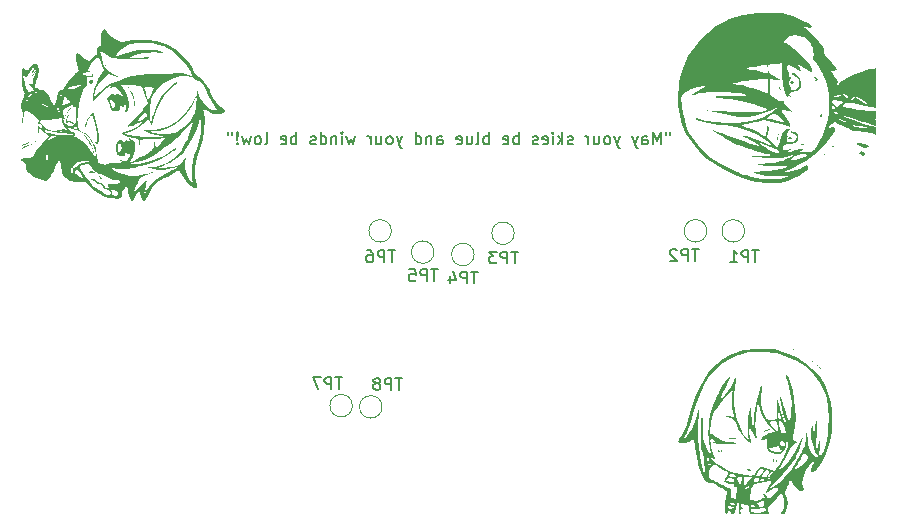
<source format=gbr>
%TF.GenerationSoftware,KiCad,Pcbnew,9.0.7*%
%TF.CreationDate,2026-02-04T13:14:24-08:00*%
%TF.ProjectId,BasicDatalogger,42617369-6344-4617-9461-6c6f67676572,rev?*%
%TF.SameCoordinates,Original*%
%TF.FileFunction,Legend,Bot*%
%TF.FilePolarity,Positive*%
%FSLAX46Y46*%
G04 Gerber Fmt 4.6, Leading zero omitted, Abs format (unit mm)*
G04 Created by KiCad (PCBNEW 9.0.7) date 2026-02-04 13:14:24*
%MOMM*%
%LPD*%
G01*
G04 APERTURE LIST*
%ADD10C,0.200000*%
%ADD11C,0.150000*%
%ADD12C,0.000000*%
%ADD13C,0.120000*%
G04 APERTURE END LIST*
D10*
X128877945Y-44267219D02*
X128877945Y-44457695D01*
X128496993Y-44267219D02*
X128496993Y-44457695D01*
X128068421Y-45267219D02*
X128068421Y-44267219D01*
X128068421Y-44267219D02*
X127735088Y-44981504D01*
X127735088Y-44981504D02*
X127401755Y-44267219D01*
X127401755Y-44267219D02*
X127401755Y-45267219D01*
X126496993Y-45267219D02*
X126496993Y-44743409D01*
X126496993Y-44743409D02*
X126544612Y-44648171D01*
X126544612Y-44648171D02*
X126639850Y-44600552D01*
X126639850Y-44600552D02*
X126830326Y-44600552D01*
X126830326Y-44600552D02*
X126925564Y-44648171D01*
X126496993Y-45219600D02*
X126592231Y-45267219D01*
X126592231Y-45267219D02*
X126830326Y-45267219D01*
X126830326Y-45267219D02*
X126925564Y-45219600D01*
X126925564Y-45219600D02*
X126973183Y-45124361D01*
X126973183Y-45124361D02*
X126973183Y-45029123D01*
X126973183Y-45029123D02*
X126925564Y-44933885D01*
X126925564Y-44933885D02*
X126830326Y-44886266D01*
X126830326Y-44886266D02*
X126592231Y-44886266D01*
X126592231Y-44886266D02*
X126496993Y-44838647D01*
X126116040Y-44600552D02*
X125877945Y-45267219D01*
X125639850Y-44600552D02*
X125877945Y-45267219D01*
X125877945Y-45267219D02*
X125973183Y-45505314D01*
X125973183Y-45505314D02*
X126020802Y-45552933D01*
X126020802Y-45552933D02*
X126116040Y-45600552D01*
X124592230Y-44600552D02*
X124354135Y-45267219D01*
X124116040Y-44600552D02*
X124354135Y-45267219D01*
X124354135Y-45267219D02*
X124449373Y-45505314D01*
X124449373Y-45505314D02*
X124496992Y-45552933D01*
X124496992Y-45552933D02*
X124592230Y-45600552D01*
X123592230Y-45267219D02*
X123687468Y-45219600D01*
X123687468Y-45219600D02*
X123735087Y-45171980D01*
X123735087Y-45171980D02*
X123782706Y-45076742D01*
X123782706Y-45076742D02*
X123782706Y-44791028D01*
X123782706Y-44791028D02*
X123735087Y-44695790D01*
X123735087Y-44695790D02*
X123687468Y-44648171D01*
X123687468Y-44648171D02*
X123592230Y-44600552D01*
X123592230Y-44600552D02*
X123449373Y-44600552D01*
X123449373Y-44600552D02*
X123354135Y-44648171D01*
X123354135Y-44648171D02*
X123306516Y-44695790D01*
X123306516Y-44695790D02*
X123258897Y-44791028D01*
X123258897Y-44791028D02*
X123258897Y-45076742D01*
X123258897Y-45076742D02*
X123306516Y-45171980D01*
X123306516Y-45171980D02*
X123354135Y-45219600D01*
X123354135Y-45219600D02*
X123449373Y-45267219D01*
X123449373Y-45267219D02*
X123592230Y-45267219D01*
X122401754Y-44600552D02*
X122401754Y-45267219D01*
X122830325Y-44600552D02*
X122830325Y-45124361D01*
X122830325Y-45124361D02*
X122782706Y-45219600D01*
X122782706Y-45219600D02*
X122687468Y-45267219D01*
X122687468Y-45267219D02*
X122544611Y-45267219D01*
X122544611Y-45267219D02*
X122449373Y-45219600D01*
X122449373Y-45219600D02*
X122401754Y-45171980D01*
X121925563Y-45267219D02*
X121925563Y-44600552D01*
X121925563Y-44791028D02*
X121877944Y-44695790D01*
X121877944Y-44695790D02*
X121830325Y-44648171D01*
X121830325Y-44648171D02*
X121735087Y-44600552D01*
X121735087Y-44600552D02*
X121639849Y-44600552D01*
X120592229Y-45219600D02*
X120496991Y-45267219D01*
X120496991Y-45267219D02*
X120306515Y-45267219D01*
X120306515Y-45267219D02*
X120211277Y-45219600D01*
X120211277Y-45219600D02*
X120163658Y-45124361D01*
X120163658Y-45124361D02*
X120163658Y-45076742D01*
X120163658Y-45076742D02*
X120211277Y-44981504D01*
X120211277Y-44981504D02*
X120306515Y-44933885D01*
X120306515Y-44933885D02*
X120449372Y-44933885D01*
X120449372Y-44933885D02*
X120544610Y-44886266D01*
X120544610Y-44886266D02*
X120592229Y-44791028D01*
X120592229Y-44791028D02*
X120592229Y-44743409D01*
X120592229Y-44743409D02*
X120544610Y-44648171D01*
X120544610Y-44648171D02*
X120449372Y-44600552D01*
X120449372Y-44600552D02*
X120306515Y-44600552D01*
X120306515Y-44600552D02*
X120211277Y-44648171D01*
X119735086Y-45267219D02*
X119735086Y-44267219D01*
X119639848Y-44886266D02*
X119354134Y-45267219D01*
X119354134Y-44600552D02*
X119735086Y-44981504D01*
X118925562Y-45267219D02*
X118925562Y-44600552D01*
X118925562Y-44267219D02*
X118973181Y-44314838D01*
X118973181Y-44314838D02*
X118925562Y-44362457D01*
X118925562Y-44362457D02*
X118877943Y-44314838D01*
X118877943Y-44314838D02*
X118925562Y-44267219D01*
X118925562Y-44267219D02*
X118925562Y-44362457D01*
X118068420Y-45219600D02*
X118163658Y-45267219D01*
X118163658Y-45267219D02*
X118354134Y-45267219D01*
X118354134Y-45267219D02*
X118449372Y-45219600D01*
X118449372Y-45219600D02*
X118496991Y-45124361D01*
X118496991Y-45124361D02*
X118496991Y-44743409D01*
X118496991Y-44743409D02*
X118449372Y-44648171D01*
X118449372Y-44648171D02*
X118354134Y-44600552D01*
X118354134Y-44600552D02*
X118163658Y-44600552D01*
X118163658Y-44600552D02*
X118068420Y-44648171D01*
X118068420Y-44648171D02*
X118020801Y-44743409D01*
X118020801Y-44743409D02*
X118020801Y-44838647D01*
X118020801Y-44838647D02*
X118496991Y-44933885D01*
X117639848Y-45219600D02*
X117544610Y-45267219D01*
X117544610Y-45267219D02*
X117354134Y-45267219D01*
X117354134Y-45267219D02*
X117258896Y-45219600D01*
X117258896Y-45219600D02*
X117211277Y-45124361D01*
X117211277Y-45124361D02*
X117211277Y-45076742D01*
X117211277Y-45076742D02*
X117258896Y-44981504D01*
X117258896Y-44981504D02*
X117354134Y-44933885D01*
X117354134Y-44933885D02*
X117496991Y-44933885D01*
X117496991Y-44933885D02*
X117592229Y-44886266D01*
X117592229Y-44886266D02*
X117639848Y-44791028D01*
X117639848Y-44791028D02*
X117639848Y-44743409D01*
X117639848Y-44743409D02*
X117592229Y-44648171D01*
X117592229Y-44648171D02*
X117496991Y-44600552D01*
X117496991Y-44600552D02*
X117354134Y-44600552D01*
X117354134Y-44600552D02*
X117258896Y-44648171D01*
X116020800Y-45267219D02*
X116020800Y-44267219D01*
X116020800Y-44648171D02*
X115925562Y-44600552D01*
X115925562Y-44600552D02*
X115735086Y-44600552D01*
X115735086Y-44600552D02*
X115639848Y-44648171D01*
X115639848Y-44648171D02*
X115592229Y-44695790D01*
X115592229Y-44695790D02*
X115544610Y-44791028D01*
X115544610Y-44791028D02*
X115544610Y-45076742D01*
X115544610Y-45076742D02*
X115592229Y-45171980D01*
X115592229Y-45171980D02*
X115639848Y-45219600D01*
X115639848Y-45219600D02*
X115735086Y-45267219D01*
X115735086Y-45267219D02*
X115925562Y-45267219D01*
X115925562Y-45267219D02*
X116020800Y-45219600D01*
X114735086Y-45219600D02*
X114830324Y-45267219D01*
X114830324Y-45267219D02*
X115020800Y-45267219D01*
X115020800Y-45267219D02*
X115116038Y-45219600D01*
X115116038Y-45219600D02*
X115163657Y-45124361D01*
X115163657Y-45124361D02*
X115163657Y-44743409D01*
X115163657Y-44743409D02*
X115116038Y-44648171D01*
X115116038Y-44648171D02*
X115020800Y-44600552D01*
X115020800Y-44600552D02*
X114830324Y-44600552D01*
X114830324Y-44600552D02*
X114735086Y-44648171D01*
X114735086Y-44648171D02*
X114687467Y-44743409D01*
X114687467Y-44743409D02*
X114687467Y-44838647D01*
X114687467Y-44838647D02*
X115163657Y-44933885D01*
X113496990Y-45267219D02*
X113496990Y-44267219D01*
X113496990Y-44648171D02*
X113401752Y-44600552D01*
X113401752Y-44600552D02*
X113211276Y-44600552D01*
X113211276Y-44600552D02*
X113116038Y-44648171D01*
X113116038Y-44648171D02*
X113068419Y-44695790D01*
X113068419Y-44695790D02*
X113020800Y-44791028D01*
X113020800Y-44791028D02*
X113020800Y-45076742D01*
X113020800Y-45076742D02*
X113068419Y-45171980D01*
X113068419Y-45171980D02*
X113116038Y-45219600D01*
X113116038Y-45219600D02*
X113211276Y-45267219D01*
X113211276Y-45267219D02*
X113401752Y-45267219D01*
X113401752Y-45267219D02*
X113496990Y-45219600D01*
X112449371Y-45267219D02*
X112544609Y-45219600D01*
X112544609Y-45219600D02*
X112592228Y-45124361D01*
X112592228Y-45124361D02*
X112592228Y-44267219D01*
X111639847Y-44600552D02*
X111639847Y-45267219D01*
X112068418Y-44600552D02*
X112068418Y-45124361D01*
X112068418Y-45124361D02*
X112020799Y-45219600D01*
X112020799Y-45219600D02*
X111925561Y-45267219D01*
X111925561Y-45267219D02*
X111782704Y-45267219D01*
X111782704Y-45267219D02*
X111687466Y-45219600D01*
X111687466Y-45219600D02*
X111639847Y-45171980D01*
X110782704Y-45219600D02*
X110877942Y-45267219D01*
X110877942Y-45267219D02*
X111068418Y-45267219D01*
X111068418Y-45267219D02*
X111163656Y-45219600D01*
X111163656Y-45219600D02*
X111211275Y-45124361D01*
X111211275Y-45124361D02*
X111211275Y-44743409D01*
X111211275Y-44743409D02*
X111163656Y-44648171D01*
X111163656Y-44648171D02*
X111068418Y-44600552D01*
X111068418Y-44600552D02*
X110877942Y-44600552D01*
X110877942Y-44600552D02*
X110782704Y-44648171D01*
X110782704Y-44648171D02*
X110735085Y-44743409D01*
X110735085Y-44743409D02*
X110735085Y-44838647D01*
X110735085Y-44838647D02*
X111211275Y-44933885D01*
X109116037Y-45267219D02*
X109116037Y-44743409D01*
X109116037Y-44743409D02*
X109163656Y-44648171D01*
X109163656Y-44648171D02*
X109258894Y-44600552D01*
X109258894Y-44600552D02*
X109449370Y-44600552D01*
X109449370Y-44600552D02*
X109544608Y-44648171D01*
X109116037Y-45219600D02*
X109211275Y-45267219D01*
X109211275Y-45267219D02*
X109449370Y-45267219D01*
X109449370Y-45267219D02*
X109544608Y-45219600D01*
X109544608Y-45219600D02*
X109592227Y-45124361D01*
X109592227Y-45124361D02*
X109592227Y-45029123D01*
X109592227Y-45029123D02*
X109544608Y-44933885D01*
X109544608Y-44933885D02*
X109449370Y-44886266D01*
X109449370Y-44886266D02*
X109211275Y-44886266D01*
X109211275Y-44886266D02*
X109116037Y-44838647D01*
X108639846Y-44600552D02*
X108639846Y-45267219D01*
X108639846Y-44695790D02*
X108592227Y-44648171D01*
X108592227Y-44648171D02*
X108496989Y-44600552D01*
X108496989Y-44600552D02*
X108354132Y-44600552D01*
X108354132Y-44600552D02*
X108258894Y-44648171D01*
X108258894Y-44648171D02*
X108211275Y-44743409D01*
X108211275Y-44743409D02*
X108211275Y-45267219D01*
X107306513Y-45267219D02*
X107306513Y-44267219D01*
X107306513Y-45219600D02*
X107401751Y-45267219D01*
X107401751Y-45267219D02*
X107592227Y-45267219D01*
X107592227Y-45267219D02*
X107687465Y-45219600D01*
X107687465Y-45219600D02*
X107735084Y-45171980D01*
X107735084Y-45171980D02*
X107782703Y-45076742D01*
X107782703Y-45076742D02*
X107782703Y-44791028D01*
X107782703Y-44791028D02*
X107735084Y-44695790D01*
X107735084Y-44695790D02*
X107687465Y-44648171D01*
X107687465Y-44648171D02*
X107592227Y-44600552D01*
X107592227Y-44600552D02*
X107401751Y-44600552D01*
X107401751Y-44600552D02*
X107306513Y-44648171D01*
X106163655Y-44600552D02*
X105925560Y-45267219D01*
X105687465Y-44600552D02*
X105925560Y-45267219D01*
X105925560Y-45267219D02*
X106020798Y-45505314D01*
X106020798Y-45505314D02*
X106068417Y-45552933D01*
X106068417Y-45552933D02*
X106163655Y-45600552D01*
X105163655Y-45267219D02*
X105258893Y-45219600D01*
X105258893Y-45219600D02*
X105306512Y-45171980D01*
X105306512Y-45171980D02*
X105354131Y-45076742D01*
X105354131Y-45076742D02*
X105354131Y-44791028D01*
X105354131Y-44791028D02*
X105306512Y-44695790D01*
X105306512Y-44695790D02*
X105258893Y-44648171D01*
X105258893Y-44648171D02*
X105163655Y-44600552D01*
X105163655Y-44600552D02*
X105020798Y-44600552D01*
X105020798Y-44600552D02*
X104925560Y-44648171D01*
X104925560Y-44648171D02*
X104877941Y-44695790D01*
X104877941Y-44695790D02*
X104830322Y-44791028D01*
X104830322Y-44791028D02*
X104830322Y-45076742D01*
X104830322Y-45076742D02*
X104877941Y-45171980D01*
X104877941Y-45171980D02*
X104925560Y-45219600D01*
X104925560Y-45219600D02*
X105020798Y-45267219D01*
X105020798Y-45267219D02*
X105163655Y-45267219D01*
X103973179Y-44600552D02*
X103973179Y-45267219D01*
X104401750Y-44600552D02*
X104401750Y-45124361D01*
X104401750Y-45124361D02*
X104354131Y-45219600D01*
X104354131Y-45219600D02*
X104258893Y-45267219D01*
X104258893Y-45267219D02*
X104116036Y-45267219D01*
X104116036Y-45267219D02*
X104020798Y-45219600D01*
X104020798Y-45219600D02*
X103973179Y-45171980D01*
X103496988Y-45267219D02*
X103496988Y-44600552D01*
X103496988Y-44791028D02*
X103449369Y-44695790D01*
X103449369Y-44695790D02*
X103401750Y-44648171D01*
X103401750Y-44648171D02*
X103306512Y-44600552D01*
X103306512Y-44600552D02*
X103211274Y-44600552D01*
X102211273Y-44600552D02*
X102020797Y-45267219D01*
X102020797Y-45267219D02*
X101830321Y-44791028D01*
X101830321Y-44791028D02*
X101639845Y-45267219D01*
X101639845Y-45267219D02*
X101449369Y-44600552D01*
X101068416Y-45267219D02*
X101068416Y-44600552D01*
X101068416Y-44267219D02*
X101116035Y-44314838D01*
X101116035Y-44314838D02*
X101068416Y-44362457D01*
X101068416Y-44362457D02*
X101020797Y-44314838D01*
X101020797Y-44314838D02*
X101068416Y-44267219D01*
X101068416Y-44267219D02*
X101068416Y-44362457D01*
X100592226Y-44600552D02*
X100592226Y-45267219D01*
X100592226Y-44695790D02*
X100544607Y-44648171D01*
X100544607Y-44648171D02*
X100449369Y-44600552D01*
X100449369Y-44600552D02*
X100306512Y-44600552D01*
X100306512Y-44600552D02*
X100211274Y-44648171D01*
X100211274Y-44648171D02*
X100163655Y-44743409D01*
X100163655Y-44743409D02*
X100163655Y-45267219D01*
X99258893Y-45267219D02*
X99258893Y-44267219D01*
X99258893Y-45219600D02*
X99354131Y-45267219D01*
X99354131Y-45267219D02*
X99544607Y-45267219D01*
X99544607Y-45267219D02*
X99639845Y-45219600D01*
X99639845Y-45219600D02*
X99687464Y-45171980D01*
X99687464Y-45171980D02*
X99735083Y-45076742D01*
X99735083Y-45076742D02*
X99735083Y-44791028D01*
X99735083Y-44791028D02*
X99687464Y-44695790D01*
X99687464Y-44695790D02*
X99639845Y-44648171D01*
X99639845Y-44648171D02*
X99544607Y-44600552D01*
X99544607Y-44600552D02*
X99354131Y-44600552D01*
X99354131Y-44600552D02*
X99258893Y-44648171D01*
X98830321Y-45219600D02*
X98735083Y-45267219D01*
X98735083Y-45267219D02*
X98544607Y-45267219D01*
X98544607Y-45267219D02*
X98449369Y-45219600D01*
X98449369Y-45219600D02*
X98401750Y-45124361D01*
X98401750Y-45124361D02*
X98401750Y-45076742D01*
X98401750Y-45076742D02*
X98449369Y-44981504D01*
X98449369Y-44981504D02*
X98544607Y-44933885D01*
X98544607Y-44933885D02*
X98687464Y-44933885D01*
X98687464Y-44933885D02*
X98782702Y-44886266D01*
X98782702Y-44886266D02*
X98830321Y-44791028D01*
X98830321Y-44791028D02*
X98830321Y-44743409D01*
X98830321Y-44743409D02*
X98782702Y-44648171D01*
X98782702Y-44648171D02*
X98687464Y-44600552D01*
X98687464Y-44600552D02*
X98544607Y-44600552D01*
X98544607Y-44600552D02*
X98449369Y-44648171D01*
X97211273Y-45267219D02*
X97211273Y-44267219D01*
X97211273Y-44648171D02*
X97116035Y-44600552D01*
X97116035Y-44600552D02*
X96925559Y-44600552D01*
X96925559Y-44600552D02*
X96830321Y-44648171D01*
X96830321Y-44648171D02*
X96782702Y-44695790D01*
X96782702Y-44695790D02*
X96735083Y-44791028D01*
X96735083Y-44791028D02*
X96735083Y-45076742D01*
X96735083Y-45076742D02*
X96782702Y-45171980D01*
X96782702Y-45171980D02*
X96830321Y-45219600D01*
X96830321Y-45219600D02*
X96925559Y-45267219D01*
X96925559Y-45267219D02*
X97116035Y-45267219D01*
X97116035Y-45267219D02*
X97211273Y-45219600D01*
X95925559Y-45219600D02*
X96020797Y-45267219D01*
X96020797Y-45267219D02*
X96211273Y-45267219D01*
X96211273Y-45267219D02*
X96306511Y-45219600D01*
X96306511Y-45219600D02*
X96354130Y-45124361D01*
X96354130Y-45124361D02*
X96354130Y-44743409D01*
X96354130Y-44743409D02*
X96306511Y-44648171D01*
X96306511Y-44648171D02*
X96211273Y-44600552D01*
X96211273Y-44600552D02*
X96020797Y-44600552D01*
X96020797Y-44600552D02*
X95925559Y-44648171D01*
X95925559Y-44648171D02*
X95877940Y-44743409D01*
X95877940Y-44743409D02*
X95877940Y-44838647D01*
X95877940Y-44838647D02*
X96354130Y-44933885D01*
X94544606Y-45267219D02*
X94639844Y-45219600D01*
X94639844Y-45219600D02*
X94687463Y-45124361D01*
X94687463Y-45124361D02*
X94687463Y-44267219D01*
X94020796Y-45267219D02*
X94116034Y-45219600D01*
X94116034Y-45219600D02*
X94163653Y-45171980D01*
X94163653Y-45171980D02*
X94211272Y-45076742D01*
X94211272Y-45076742D02*
X94211272Y-44791028D01*
X94211272Y-44791028D02*
X94163653Y-44695790D01*
X94163653Y-44695790D02*
X94116034Y-44648171D01*
X94116034Y-44648171D02*
X94020796Y-44600552D01*
X94020796Y-44600552D02*
X93877939Y-44600552D01*
X93877939Y-44600552D02*
X93782701Y-44648171D01*
X93782701Y-44648171D02*
X93735082Y-44695790D01*
X93735082Y-44695790D02*
X93687463Y-44791028D01*
X93687463Y-44791028D02*
X93687463Y-45076742D01*
X93687463Y-45076742D02*
X93735082Y-45171980D01*
X93735082Y-45171980D02*
X93782701Y-45219600D01*
X93782701Y-45219600D02*
X93877939Y-45267219D01*
X93877939Y-45267219D02*
X94020796Y-45267219D01*
X93354129Y-44600552D02*
X93163653Y-45267219D01*
X93163653Y-45267219D02*
X92973177Y-44791028D01*
X92973177Y-44791028D02*
X92782701Y-45267219D01*
X92782701Y-45267219D02*
X92592225Y-44600552D01*
X92211272Y-45171980D02*
X92163653Y-45219600D01*
X92163653Y-45219600D02*
X92211272Y-45267219D01*
X92211272Y-45267219D02*
X92258891Y-45219600D01*
X92258891Y-45219600D02*
X92211272Y-45171980D01*
X92211272Y-45171980D02*
X92211272Y-45267219D01*
X92211272Y-44886266D02*
X92258891Y-44314838D01*
X92258891Y-44314838D02*
X92211272Y-44267219D01*
X92211272Y-44267219D02*
X92163653Y-44314838D01*
X92163653Y-44314838D02*
X92211272Y-44886266D01*
X92211272Y-44886266D02*
X92211272Y-44267219D01*
X91782701Y-44267219D02*
X91782701Y-44457695D01*
X91401749Y-44267219D02*
X91401749Y-44457695D01*
D11*
X112561904Y-56054819D02*
X111990476Y-56054819D01*
X112276190Y-57054819D02*
X112276190Y-56054819D01*
X111657142Y-57054819D02*
X111657142Y-56054819D01*
X111657142Y-56054819D02*
X111276190Y-56054819D01*
X111276190Y-56054819D02*
X111180952Y-56102438D01*
X111180952Y-56102438D02*
X111133333Y-56150057D01*
X111133333Y-56150057D02*
X111085714Y-56245295D01*
X111085714Y-56245295D02*
X111085714Y-56388152D01*
X111085714Y-56388152D02*
X111133333Y-56483390D01*
X111133333Y-56483390D02*
X111180952Y-56531009D01*
X111180952Y-56531009D02*
X111276190Y-56578628D01*
X111276190Y-56578628D02*
X111657142Y-56578628D01*
X110228571Y-56388152D02*
X110228571Y-57054819D01*
X110466666Y-56007200D02*
X110704761Y-56721485D01*
X110704761Y-56721485D02*
X110085714Y-56721485D01*
X109161904Y-55854819D02*
X108590476Y-55854819D01*
X108876190Y-56854819D02*
X108876190Y-55854819D01*
X108257142Y-56854819D02*
X108257142Y-55854819D01*
X108257142Y-55854819D02*
X107876190Y-55854819D01*
X107876190Y-55854819D02*
X107780952Y-55902438D01*
X107780952Y-55902438D02*
X107733333Y-55950057D01*
X107733333Y-55950057D02*
X107685714Y-56045295D01*
X107685714Y-56045295D02*
X107685714Y-56188152D01*
X107685714Y-56188152D02*
X107733333Y-56283390D01*
X107733333Y-56283390D02*
X107780952Y-56331009D01*
X107780952Y-56331009D02*
X107876190Y-56378628D01*
X107876190Y-56378628D02*
X108257142Y-56378628D01*
X106780952Y-55854819D02*
X107257142Y-55854819D01*
X107257142Y-55854819D02*
X107304761Y-56331009D01*
X107304761Y-56331009D02*
X107257142Y-56283390D01*
X107257142Y-56283390D02*
X107161904Y-56235771D01*
X107161904Y-56235771D02*
X106923809Y-56235771D01*
X106923809Y-56235771D02*
X106828571Y-56283390D01*
X106828571Y-56283390D02*
X106780952Y-56331009D01*
X106780952Y-56331009D02*
X106733333Y-56426247D01*
X106733333Y-56426247D02*
X106733333Y-56664342D01*
X106733333Y-56664342D02*
X106780952Y-56759580D01*
X106780952Y-56759580D02*
X106828571Y-56807200D01*
X106828571Y-56807200D02*
X106923809Y-56854819D01*
X106923809Y-56854819D02*
X107161904Y-56854819D01*
X107161904Y-56854819D02*
X107257142Y-56807200D01*
X107257142Y-56807200D02*
X107304761Y-56759580D01*
X105561904Y-54254819D02*
X104990476Y-54254819D01*
X105276190Y-55254819D02*
X105276190Y-54254819D01*
X104657142Y-55254819D02*
X104657142Y-54254819D01*
X104657142Y-54254819D02*
X104276190Y-54254819D01*
X104276190Y-54254819D02*
X104180952Y-54302438D01*
X104180952Y-54302438D02*
X104133333Y-54350057D01*
X104133333Y-54350057D02*
X104085714Y-54445295D01*
X104085714Y-54445295D02*
X104085714Y-54588152D01*
X104085714Y-54588152D02*
X104133333Y-54683390D01*
X104133333Y-54683390D02*
X104180952Y-54731009D01*
X104180952Y-54731009D02*
X104276190Y-54778628D01*
X104276190Y-54778628D02*
X104657142Y-54778628D01*
X103228571Y-54254819D02*
X103419047Y-54254819D01*
X103419047Y-54254819D02*
X103514285Y-54302438D01*
X103514285Y-54302438D02*
X103561904Y-54350057D01*
X103561904Y-54350057D02*
X103657142Y-54492914D01*
X103657142Y-54492914D02*
X103704761Y-54683390D01*
X103704761Y-54683390D02*
X103704761Y-55064342D01*
X103704761Y-55064342D02*
X103657142Y-55159580D01*
X103657142Y-55159580D02*
X103609523Y-55207200D01*
X103609523Y-55207200D02*
X103514285Y-55254819D01*
X103514285Y-55254819D02*
X103323809Y-55254819D01*
X103323809Y-55254819D02*
X103228571Y-55207200D01*
X103228571Y-55207200D02*
X103180952Y-55159580D01*
X103180952Y-55159580D02*
X103133333Y-55064342D01*
X103133333Y-55064342D02*
X103133333Y-54826247D01*
X103133333Y-54826247D02*
X103180952Y-54731009D01*
X103180952Y-54731009D02*
X103228571Y-54683390D01*
X103228571Y-54683390D02*
X103323809Y-54635771D01*
X103323809Y-54635771D02*
X103514285Y-54635771D01*
X103514285Y-54635771D02*
X103609523Y-54683390D01*
X103609523Y-54683390D02*
X103657142Y-54731009D01*
X103657142Y-54731009D02*
X103704761Y-54826247D01*
X131261904Y-54154819D02*
X130690476Y-54154819D01*
X130976190Y-55154819D02*
X130976190Y-54154819D01*
X130357142Y-55154819D02*
X130357142Y-54154819D01*
X130357142Y-54154819D02*
X129976190Y-54154819D01*
X129976190Y-54154819D02*
X129880952Y-54202438D01*
X129880952Y-54202438D02*
X129833333Y-54250057D01*
X129833333Y-54250057D02*
X129785714Y-54345295D01*
X129785714Y-54345295D02*
X129785714Y-54488152D01*
X129785714Y-54488152D02*
X129833333Y-54583390D01*
X129833333Y-54583390D02*
X129880952Y-54631009D01*
X129880952Y-54631009D02*
X129976190Y-54678628D01*
X129976190Y-54678628D02*
X130357142Y-54678628D01*
X129404761Y-54250057D02*
X129357142Y-54202438D01*
X129357142Y-54202438D02*
X129261904Y-54154819D01*
X129261904Y-54154819D02*
X129023809Y-54154819D01*
X129023809Y-54154819D02*
X128928571Y-54202438D01*
X128928571Y-54202438D02*
X128880952Y-54250057D01*
X128880952Y-54250057D02*
X128833333Y-54345295D01*
X128833333Y-54345295D02*
X128833333Y-54440533D01*
X128833333Y-54440533D02*
X128880952Y-54583390D01*
X128880952Y-54583390D02*
X129452380Y-55154819D01*
X129452380Y-55154819D02*
X128833333Y-55154819D01*
X106161904Y-65054819D02*
X105590476Y-65054819D01*
X105876190Y-66054819D02*
X105876190Y-65054819D01*
X105257142Y-66054819D02*
X105257142Y-65054819D01*
X105257142Y-65054819D02*
X104876190Y-65054819D01*
X104876190Y-65054819D02*
X104780952Y-65102438D01*
X104780952Y-65102438D02*
X104733333Y-65150057D01*
X104733333Y-65150057D02*
X104685714Y-65245295D01*
X104685714Y-65245295D02*
X104685714Y-65388152D01*
X104685714Y-65388152D02*
X104733333Y-65483390D01*
X104733333Y-65483390D02*
X104780952Y-65531009D01*
X104780952Y-65531009D02*
X104876190Y-65578628D01*
X104876190Y-65578628D02*
X105257142Y-65578628D01*
X104114285Y-65483390D02*
X104209523Y-65435771D01*
X104209523Y-65435771D02*
X104257142Y-65388152D01*
X104257142Y-65388152D02*
X104304761Y-65292914D01*
X104304761Y-65292914D02*
X104304761Y-65245295D01*
X104304761Y-65245295D02*
X104257142Y-65150057D01*
X104257142Y-65150057D02*
X104209523Y-65102438D01*
X104209523Y-65102438D02*
X104114285Y-65054819D01*
X104114285Y-65054819D02*
X103923809Y-65054819D01*
X103923809Y-65054819D02*
X103828571Y-65102438D01*
X103828571Y-65102438D02*
X103780952Y-65150057D01*
X103780952Y-65150057D02*
X103733333Y-65245295D01*
X103733333Y-65245295D02*
X103733333Y-65292914D01*
X103733333Y-65292914D02*
X103780952Y-65388152D01*
X103780952Y-65388152D02*
X103828571Y-65435771D01*
X103828571Y-65435771D02*
X103923809Y-65483390D01*
X103923809Y-65483390D02*
X104114285Y-65483390D01*
X104114285Y-65483390D02*
X104209523Y-65531009D01*
X104209523Y-65531009D02*
X104257142Y-65578628D01*
X104257142Y-65578628D02*
X104304761Y-65673866D01*
X104304761Y-65673866D02*
X104304761Y-65864342D01*
X104304761Y-65864342D02*
X104257142Y-65959580D01*
X104257142Y-65959580D02*
X104209523Y-66007200D01*
X104209523Y-66007200D02*
X104114285Y-66054819D01*
X104114285Y-66054819D02*
X103923809Y-66054819D01*
X103923809Y-66054819D02*
X103828571Y-66007200D01*
X103828571Y-66007200D02*
X103780952Y-65959580D01*
X103780952Y-65959580D02*
X103733333Y-65864342D01*
X103733333Y-65864342D02*
X103733333Y-65673866D01*
X103733333Y-65673866D02*
X103780952Y-65578628D01*
X103780952Y-65578628D02*
X103828571Y-65531009D01*
X103828571Y-65531009D02*
X103923809Y-65483390D01*
X115961904Y-54354819D02*
X115390476Y-54354819D01*
X115676190Y-55354819D02*
X115676190Y-54354819D01*
X115057142Y-55354819D02*
X115057142Y-54354819D01*
X115057142Y-54354819D02*
X114676190Y-54354819D01*
X114676190Y-54354819D02*
X114580952Y-54402438D01*
X114580952Y-54402438D02*
X114533333Y-54450057D01*
X114533333Y-54450057D02*
X114485714Y-54545295D01*
X114485714Y-54545295D02*
X114485714Y-54688152D01*
X114485714Y-54688152D02*
X114533333Y-54783390D01*
X114533333Y-54783390D02*
X114580952Y-54831009D01*
X114580952Y-54831009D02*
X114676190Y-54878628D01*
X114676190Y-54878628D02*
X115057142Y-54878628D01*
X114152380Y-54354819D02*
X113533333Y-54354819D01*
X113533333Y-54354819D02*
X113866666Y-54735771D01*
X113866666Y-54735771D02*
X113723809Y-54735771D01*
X113723809Y-54735771D02*
X113628571Y-54783390D01*
X113628571Y-54783390D02*
X113580952Y-54831009D01*
X113580952Y-54831009D02*
X113533333Y-54926247D01*
X113533333Y-54926247D02*
X113533333Y-55164342D01*
X113533333Y-55164342D02*
X113580952Y-55259580D01*
X113580952Y-55259580D02*
X113628571Y-55307200D01*
X113628571Y-55307200D02*
X113723809Y-55354819D01*
X113723809Y-55354819D02*
X114009523Y-55354819D01*
X114009523Y-55354819D02*
X114104761Y-55307200D01*
X114104761Y-55307200D02*
X114152380Y-55259580D01*
X136361904Y-54254819D02*
X135790476Y-54254819D01*
X136076190Y-55254819D02*
X136076190Y-54254819D01*
X135457142Y-55254819D02*
X135457142Y-54254819D01*
X135457142Y-54254819D02*
X135076190Y-54254819D01*
X135076190Y-54254819D02*
X134980952Y-54302438D01*
X134980952Y-54302438D02*
X134933333Y-54350057D01*
X134933333Y-54350057D02*
X134885714Y-54445295D01*
X134885714Y-54445295D02*
X134885714Y-54588152D01*
X134885714Y-54588152D02*
X134933333Y-54683390D01*
X134933333Y-54683390D02*
X134980952Y-54731009D01*
X134980952Y-54731009D02*
X135076190Y-54778628D01*
X135076190Y-54778628D02*
X135457142Y-54778628D01*
X133933333Y-55254819D02*
X134504761Y-55254819D01*
X134219047Y-55254819D02*
X134219047Y-54254819D01*
X134219047Y-54254819D02*
X134314285Y-54397676D01*
X134314285Y-54397676D02*
X134409523Y-54492914D01*
X134409523Y-54492914D02*
X134504761Y-54540533D01*
X101061904Y-65004819D02*
X100490476Y-65004819D01*
X100776190Y-66004819D02*
X100776190Y-65004819D01*
X100157142Y-66004819D02*
X100157142Y-65004819D01*
X100157142Y-65004819D02*
X99776190Y-65004819D01*
X99776190Y-65004819D02*
X99680952Y-65052438D01*
X99680952Y-65052438D02*
X99633333Y-65100057D01*
X99633333Y-65100057D02*
X99585714Y-65195295D01*
X99585714Y-65195295D02*
X99585714Y-65338152D01*
X99585714Y-65338152D02*
X99633333Y-65433390D01*
X99633333Y-65433390D02*
X99680952Y-65481009D01*
X99680952Y-65481009D02*
X99776190Y-65528628D01*
X99776190Y-65528628D02*
X100157142Y-65528628D01*
X99252380Y-65004819D02*
X98585714Y-65004819D01*
X98585714Y-65004819D02*
X99014285Y-66004819D01*
D12*
%TO.C,G\u002A\u002A\u002A*%
G36*
X137342183Y-34137416D02*
G01*
X137768542Y-34144341D01*
X138100257Y-34161021D01*
X138371949Y-34190589D01*
X138618242Y-34236184D01*
X138873760Y-34300939D01*
X138929019Y-34316808D01*
X139247471Y-34423660D01*
X139403257Y-34484836D01*
X139600216Y-34562181D01*
X139958352Y-34718626D01*
X140292975Y-34879249D01*
X140575185Y-35030307D01*
X140776080Y-35158053D01*
X140866756Y-35248744D01*
X140876819Y-35291102D01*
X140826197Y-35380167D01*
X140675981Y-35404673D01*
X140454807Y-35357087D01*
X140435044Y-35350415D01*
X140268355Y-35312273D01*
X140176184Y-35322632D01*
X140169513Y-35351888D01*
X140243731Y-35408235D01*
X140313603Y-35448194D01*
X140484591Y-35585445D01*
X140710608Y-35791966D01*
X140966236Y-36041995D01*
X141226058Y-36309768D01*
X141464660Y-36569524D01*
X141656624Y-36795498D01*
X141776534Y-36961929D01*
X141884338Y-37165644D01*
X141913360Y-37294585D01*
X141871506Y-37387960D01*
X141841675Y-37446144D01*
X141861862Y-37538435D01*
X141961326Y-37676217D01*
X142155382Y-37886380D01*
X142295829Y-38034144D01*
X142585759Y-38357345D01*
X142800988Y-38625273D01*
X142930033Y-38822984D01*
X142961413Y-38935530D01*
X142960043Y-38939047D01*
X142869365Y-39000330D01*
X142697906Y-39038833D01*
X142460572Y-39062214D01*
X142680406Y-39339777D01*
X142763525Y-39447811D01*
X142956743Y-39745526D01*
X143033114Y-39964940D01*
X142995203Y-40112346D01*
X142957543Y-40173382D01*
X142957120Y-40260133D01*
X142959818Y-40262359D01*
X143035383Y-40236623D01*
X143147025Y-40123675D01*
X143253351Y-40011154D01*
X143558994Y-39789473D01*
X143667323Y-39732206D01*
X144004911Y-39553744D01*
X144532357Y-39328571D01*
X144594477Y-39302051D01*
X144714165Y-39256313D01*
X145069763Y-39131903D01*
X145438821Y-39016244D01*
X145783322Y-38920190D01*
X146065246Y-38854597D01*
X146246577Y-38830320D01*
X146253610Y-38837247D01*
X146274456Y-38951292D01*
X146291731Y-39193765D01*
X146304826Y-39549635D01*
X146313131Y-40003874D01*
X146316034Y-40541450D01*
X146315680Y-40976503D01*
X146313477Y-41419662D01*
X146308074Y-41744986D01*
X146298139Y-41969536D01*
X146282340Y-42110368D01*
X146259346Y-42184541D01*
X146227824Y-42209112D01*
X146186443Y-42201138D01*
X146026989Y-42151662D01*
X145757392Y-42082911D01*
X145418681Y-42004215D01*
X145049607Y-41923992D01*
X144688921Y-41850658D01*
X144375374Y-41792629D01*
X144147717Y-41758323D01*
X143902369Y-41741980D01*
X143726532Y-41770412D01*
X143581791Y-41855830D01*
X143402358Y-41997520D01*
X143635065Y-42117857D01*
X143641900Y-42121149D01*
X143793093Y-42164752D01*
X144056645Y-42216595D01*
X144400215Y-42272357D01*
X144427696Y-42276245D01*
X144791464Y-42327717D01*
X145198051Y-42378355D01*
X145587636Y-42419950D01*
X145927880Y-42448180D01*
X146186443Y-42458727D01*
X146256419Y-42476889D01*
X146303487Y-42571134D01*
X146316034Y-42777317D01*
X146313659Y-42851476D01*
X146281409Y-43062494D01*
X146223469Y-43195470D01*
X146219841Y-43199386D01*
X146167945Y-43265141D01*
X146223469Y-43242936D01*
X146245364Y-43233686D01*
X146299525Y-43274349D01*
X146316034Y-43444748D01*
X146316034Y-43698820D01*
X145779154Y-43554920D01*
X145614823Y-43508037D01*
X145256181Y-43395221D01*
X144854566Y-43259263D01*
X144469969Y-43120087D01*
X144248080Y-43038381D01*
X143927249Y-42928319D01*
X143684518Y-42855568D01*
X143535004Y-42823873D01*
X143493824Y-42836979D01*
X143576093Y-42898630D01*
X143637574Y-42929140D01*
X143847884Y-43015542D01*
X144139171Y-43124577D01*
X144165256Y-43134341D01*
X144567564Y-43277567D01*
X145032682Y-43437251D01*
X145538483Y-43605424D01*
X146279008Y-43847753D01*
X146301503Y-44147379D01*
X146323998Y-44447004D01*
X145931241Y-44341461D01*
X145771340Y-44303252D01*
X145424682Y-44238875D01*
X145094169Y-44196245D01*
X144897028Y-44176599D01*
X144640061Y-44145147D01*
X144464723Y-44116620D01*
X144415199Y-44103988D01*
X144199436Y-44029925D01*
X143919115Y-43916845D01*
X143614846Y-43783051D01*
X143327238Y-43646847D01*
X143096900Y-43526535D01*
X142964440Y-43440418D01*
X142902087Y-43390281D01*
X142794284Y-43363219D01*
X142641443Y-43426387D01*
X142526564Y-43514418D01*
X142406445Y-43666900D01*
X142338477Y-43820448D01*
X142351701Y-43925073D01*
X142420699Y-43913346D01*
X142543425Y-43825182D01*
X142608691Y-43769499D01*
X142698658Y-43731228D01*
X142764902Y-43794781D01*
X142796706Y-43854115D01*
X142834434Y-43983833D01*
X142834448Y-43985330D01*
X142780521Y-44165222D01*
X142629181Y-44419164D01*
X142397995Y-44728295D01*
X142104528Y-45073755D01*
X141766346Y-45436684D01*
X141401015Y-45798223D01*
X141026100Y-46139511D01*
X140659168Y-46441690D01*
X140317784Y-46685898D01*
X139845738Y-46978260D01*
X139245821Y-47301879D01*
X138688629Y-47540454D01*
X138429446Y-47636064D01*
X138657886Y-47639315D01*
X138845760Y-47619835D01*
X139148138Y-47551072D01*
X139492102Y-47447250D01*
X139827882Y-47323629D01*
X140105709Y-47195466D01*
X140236019Y-47128499D01*
X140418420Y-47061061D01*
X140512950Y-47082448D01*
X140539941Y-47192524D01*
X140489510Y-47331014D01*
X140322039Y-47522084D01*
X140061114Y-47732478D01*
X139731468Y-47946342D01*
X139357836Y-48147824D01*
X138964952Y-48321072D01*
X138577551Y-48450233D01*
X138477067Y-48471944D01*
X138161076Y-48508047D01*
X137758477Y-48525863D01*
X137311176Y-48525850D01*
X136861083Y-48508465D01*
X136450104Y-48474165D01*
X136120147Y-48423408D01*
X135787808Y-48344793D01*
X134972423Y-48093254D01*
X134154635Y-47765242D01*
X133364544Y-47376404D01*
X132632249Y-46942388D01*
X131987850Y-46478843D01*
X131461446Y-46001417D01*
X131319064Y-45849595D01*
X130706307Y-45114673D01*
X130229874Y-44380945D01*
X129881838Y-43628107D01*
X129654270Y-42835856D01*
X129539242Y-41983886D01*
X129534092Y-41523111D01*
X129806384Y-41523111D01*
X129823818Y-41847427D01*
X129850958Y-42115689D01*
X129939466Y-42636014D01*
X130068581Y-43183748D01*
X130223765Y-43700396D01*
X130390481Y-44127464D01*
X130476921Y-44291325D01*
X130684302Y-44616427D01*
X130951217Y-44985427D01*
X131249212Y-45361431D01*
X131549831Y-45707548D01*
X131824620Y-45986882D01*
X132324696Y-46401427D01*
X132959223Y-46837380D01*
X133641367Y-47229557D01*
X134319533Y-47545721D01*
X134597104Y-47655696D01*
X134883223Y-47762857D01*
X135097749Y-47836153D01*
X135208163Y-47863941D01*
X135325766Y-47885362D01*
X135539902Y-47941750D01*
X135800583Y-48020452D01*
X135807077Y-48022518D01*
X136176382Y-48112975D01*
X136633392Y-48174724D01*
X137207580Y-48211771D01*
X137402983Y-48219255D01*
X137751938Y-48227243D01*
X138013345Y-48219704D01*
X138228839Y-48192424D01*
X138440056Y-48141183D01*
X138688629Y-48061766D01*
X139244023Y-47874262D01*
X138836734Y-47922650D01*
X138778475Y-47929251D01*
X138200752Y-47966284D01*
X137593721Y-47961477D01*
X137015096Y-47917014D01*
X136522594Y-47835079D01*
X136446070Y-47816707D01*
X136192756Y-47746268D01*
X136015457Y-47681735D01*
X135948688Y-47635132D01*
X135958554Y-47623324D01*
X136073059Y-47595309D01*
X136288803Y-47575821D01*
X136571619Y-47568513D01*
X136724351Y-47566207D01*
X137231297Y-47531294D01*
X137740588Y-47460678D01*
X138202219Y-47362474D01*
X138566185Y-47244798D01*
X138623372Y-47220319D01*
X138775646Y-47147762D01*
X138836734Y-47105954D01*
X138772937Y-47097240D01*
X138599072Y-47098886D01*
X138353733Y-47110908D01*
X138192888Y-47117710D01*
X137879858Y-47118983D01*
X137530787Y-47109824D01*
X137176364Y-47092239D01*
X136847280Y-47068237D01*
X136574223Y-47039824D01*
X136387883Y-47009009D01*
X136318950Y-46977800D01*
X136339262Y-46962846D01*
X136473619Y-46934062D01*
X136706037Y-46907823D01*
X137003935Y-46888383D01*
X137620980Y-46825068D01*
X138265434Y-46676609D01*
X138316543Y-46660230D01*
X138589878Y-46559831D01*
X139061595Y-46559831D01*
X139084842Y-46584656D01*
X139214500Y-46595695D01*
X139424437Y-46574800D01*
X139676177Y-46528215D01*
X139931244Y-46462186D01*
X140151166Y-46382960D01*
X140230019Y-46346532D01*
X140411541Y-46236640D01*
X140447830Y-46155297D01*
X140339390Y-46104805D01*
X140086720Y-46087463D01*
X139992529Y-46089509D01*
X139682716Y-46143285D01*
X139385926Y-46291107D01*
X139268921Y-46369542D01*
X139120694Y-46486347D01*
X139061595Y-46559831D01*
X138589878Y-46559831D01*
X138616161Y-46550177D01*
X138875403Y-46433561D01*
X139042985Y-46333043D01*
X139244023Y-46169929D01*
X138910787Y-46291971D01*
X138771955Y-46334183D01*
X138563007Y-46371773D01*
X138287794Y-46395035D01*
X137919106Y-46406083D01*
X137429737Y-46407029D01*
X137247537Y-46405046D01*
X136826359Y-46394111D01*
X136445552Y-46375967D01*
X136141025Y-46352581D01*
X135948688Y-46325920D01*
X135888172Y-46311885D01*
X135803431Y-46285419D01*
X135812874Y-46267149D01*
X135929981Y-46255179D01*
X136168232Y-46247610D01*
X136541107Y-46242548D01*
X136903775Y-46235464D01*
X137195910Y-46219471D01*
X137345571Y-46194918D01*
X137355685Y-46161516D01*
X137268326Y-46121989D01*
X137083764Y-46088597D01*
X136983813Y-46073463D01*
X136755781Y-46017986D01*
X136440692Y-45930423D01*
X136067931Y-45819919D01*
X135666880Y-45695616D01*
X135266923Y-45566658D01*
X134897442Y-45442190D01*
X134587820Y-45331355D01*
X134367442Y-45243297D01*
X134362835Y-45241237D01*
X134170246Y-45141463D01*
X133894912Y-44982582D01*
X133572041Y-44786715D01*
X133236843Y-44575985D01*
X132924525Y-44372514D01*
X132670297Y-44198425D01*
X132509368Y-44075839D01*
X132523540Y-44071263D01*
X132644026Y-44108801D01*
X132857421Y-44187788D01*
X133138815Y-44299377D01*
X133200842Y-44324378D01*
X133579286Y-44470828D01*
X134051528Y-44646265D01*
X134578483Y-44836699D01*
X135121069Y-45028141D01*
X135640200Y-45206604D01*
X136096792Y-45358096D01*
X136121079Y-45365956D01*
X136323707Y-45431859D01*
X136467055Y-45478996D01*
X136499901Y-45488967D01*
X136532290Y-45478163D01*
X136457903Y-45387971D01*
X136380343Y-45327590D01*
X136186033Y-45207508D01*
X136132619Y-45177864D01*
X136442507Y-45177864D01*
X136524586Y-45248799D01*
X136716713Y-45383964D01*
X137026274Y-45591103D01*
X137093045Y-45634537D01*
X137364877Y-45796574D01*
X137607950Y-45920642D01*
X137776331Y-45982758D01*
X137965368Y-45991452D01*
X138060626Y-45933521D01*
X138035784Y-45822279D01*
X138003655Y-45794434D01*
X137840357Y-45705777D01*
X137557487Y-45579380D01*
X137169090Y-45421340D01*
X136689212Y-45237753D01*
X136578947Y-45197712D01*
X136463090Y-45163416D01*
X136442507Y-45177864D01*
X136132619Y-45177864D01*
X135916885Y-45058135D01*
X135606299Y-44898663D01*
X135348559Y-44767528D01*
X135130424Y-44647871D01*
X135002299Y-44566516D01*
X134986005Y-44536216D01*
X135075239Y-44548589D01*
X135295730Y-44604102D01*
X135598397Y-44694473D01*
X135950593Y-44808981D01*
X136319671Y-44936909D01*
X136463090Y-44989936D01*
X136672983Y-45067540D01*
X136977882Y-45190153D01*
X137055664Y-45222951D01*
X137299836Y-45320666D01*
X137476314Y-45383208D01*
X137551195Y-45398269D01*
X137549734Y-45384868D01*
X137470601Y-45303200D01*
X137304821Y-45169279D01*
X137080047Y-45002696D01*
X136823933Y-44823039D01*
X136564134Y-44649897D01*
X136328302Y-44502859D01*
X136144091Y-44401515D01*
X136099629Y-44380302D01*
X135303518Y-44066754D01*
X134413765Y-43828196D01*
X133467930Y-43674828D01*
X133449208Y-43672717D01*
X133187521Y-43637529D01*
X134911953Y-43637529D01*
X134915475Y-43644183D01*
X135006681Y-43699156D01*
X135196263Y-43784435D01*
X135450553Y-43884576D01*
X135759584Y-44011608D01*
X136120013Y-44181675D01*
X136422207Y-44345642D01*
X136422566Y-44345858D01*
X136648735Y-44477110D01*
X136825641Y-44570712D01*
X136915013Y-44606413D01*
X136945856Y-44563653D01*
X136987622Y-44409104D01*
X137022786Y-44180612D01*
X137041444Y-44019928D01*
X137073646Y-43788239D01*
X137102401Y-43677682D01*
X137133970Y-43670442D01*
X137174616Y-43748705D01*
X137190481Y-43835519D01*
X137185185Y-44046216D01*
X137147412Y-44298503D01*
X137061875Y-44706300D01*
X137536614Y-45160471D01*
X138011353Y-45614642D01*
X138085800Y-45192000D01*
X138114412Y-45056612D01*
X138127539Y-45013702D01*
X138540524Y-45013702D01*
X138577551Y-45050728D01*
X138614577Y-45013702D01*
X138577551Y-44976676D01*
X138540524Y-45013702D01*
X138127539Y-45013702D01*
X138217041Y-44721143D01*
X138353561Y-44393403D01*
X138503359Y-44119299D01*
X138577551Y-44028392D01*
X138645826Y-43944735D01*
X138720786Y-43896918D01*
X138762682Y-43928550D01*
X138781558Y-43964936D01*
X138881093Y-43963907D01*
X138920320Y-43950510D01*
X138963674Y-43965186D01*
X138918119Y-44077310D01*
X138859390Y-44192045D01*
X138757215Y-44392005D01*
X138721135Y-44486453D01*
X138750170Y-44503067D01*
X138763656Y-44498245D01*
X138794506Y-44561791D01*
X138784133Y-44745404D01*
X138772507Y-44836160D01*
X138773761Y-44976153D01*
X138846415Y-45036635D01*
X139026651Y-45065342D01*
X139296508Y-45045403D01*
X139493298Y-44912987D01*
X139590168Y-44676446D01*
X139593909Y-44600670D01*
X139549429Y-44497571D01*
X139417293Y-44404616D01*
X139169970Y-44296939D01*
X139034005Y-44239017D01*
X139013602Y-44205519D01*
X139112613Y-44180993D01*
X139279174Y-44187782D01*
X139482875Y-44250750D01*
X139499503Y-44258853D01*
X139621535Y-44342257D01*
X139675918Y-44465179D01*
X139688338Y-44681464D01*
X139687656Y-44759396D01*
X139666528Y-44939414D01*
X139591280Y-45047891D01*
X139429154Y-45143179D01*
X139369227Y-45169522D01*
X139103356Y-45243140D01*
X138826144Y-45272771D01*
X138706390Y-45276248D01*
X138511537Y-45321093D01*
X138417092Y-45439416D01*
X138392419Y-45658461D01*
X138392374Y-45682442D01*
X138399179Y-45746426D01*
X138438308Y-45777227D01*
X138537971Y-45775799D01*
X138726378Y-45743096D01*
X139031739Y-45680071D01*
X139093977Y-45667359D01*
X139176090Y-45657566D01*
X139141839Y-45691863D01*
X138984839Y-45784466D01*
X138863134Y-45862762D01*
X138822472Y-45920651D01*
X138909611Y-45928262D01*
X139117996Y-45885485D01*
X139441069Y-45792208D01*
X139485112Y-45778496D01*
X139815640Y-45684426D01*
X140012839Y-45647635D01*
X140075662Y-45668208D01*
X140003061Y-45746233D01*
X139924721Y-45811685D01*
X139873861Y-45873469D01*
X139933030Y-45890137D01*
X140086720Y-45906992D01*
X140103265Y-45908806D01*
X140345587Y-45924155D01*
X140542633Y-45930090D01*
X140748012Y-45915884D01*
X140896188Y-45862650D01*
X141040907Y-45757506D01*
X141116492Y-45681199D01*
X141293415Y-45436013D01*
X141491493Y-45092098D01*
X141696047Y-44678137D01*
X141892398Y-44222813D01*
X142065865Y-43754810D01*
X142083843Y-43701085D01*
X142163494Y-43438146D01*
X142218358Y-43189804D01*
X142254039Y-42915389D01*
X142260907Y-42809362D01*
X142755148Y-42809362D01*
X142785725Y-42848951D01*
X142905310Y-42965437D01*
X142980055Y-43032715D01*
X143192504Y-43201941D01*
X143374100Y-43319941D01*
X143546719Y-43382869D01*
X143701555Y-43353621D01*
X144132337Y-43353621D01*
X144208859Y-43488202D01*
X144343485Y-43637648D01*
X144501915Y-43764745D01*
X144649854Y-43832275D01*
X144750807Y-43845567D01*
X145002771Y-43857452D01*
X145279300Y-43852014D01*
X145686588Y-43828862D01*
X145390378Y-43774138D01*
X145366495Y-43769875D01*
X145086452Y-43733837D01*
X144821761Y-43718599D01*
X144677511Y-43706284D01*
X144436960Y-43598241D01*
X144249753Y-43362996D01*
X144201773Y-43298100D01*
X144139171Y-43278127D01*
X144132337Y-43353621D01*
X143701555Y-43353621D01*
X143707336Y-43352529D01*
X143756735Y-43321996D01*
X143775632Y-43285255D01*
X143658886Y-43275721D01*
X143597457Y-43268657D01*
X143369145Y-43189082D01*
X143087702Y-43037787D01*
X142794231Y-42835688D01*
X142755148Y-42809362D01*
X142260907Y-42809362D01*
X142276138Y-42574230D01*
X142278659Y-42494142D01*
X142645458Y-42494142D01*
X142720189Y-42563766D01*
X142755148Y-42580852D01*
X142928134Y-42665397D01*
X142968011Y-42682302D01*
X143096839Y-42730525D01*
X143111075Y-42703836D01*
X143028693Y-42588483D01*
X143006440Y-42569970D01*
X144390670Y-42569970D01*
X144427696Y-42606997D01*
X144464723Y-42569970D01*
X144427696Y-42532944D01*
X144390670Y-42569970D01*
X143006440Y-42569970D01*
X142936191Y-42511528D01*
X142757054Y-42458892D01*
X142707681Y-42461036D01*
X142645458Y-42494142D01*
X142278659Y-42494142D01*
X142290257Y-42125655D01*
X142290505Y-42114178D01*
X142539358Y-42114178D01*
X142539452Y-42126696D01*
X142573860Y-42270317D01*
X142687463Y-42310787D01*
X142757054Y-42301314D01*
X142773447Y-42299083D01*
X142835568Y-42248211D01*
X142797749Y-42172331D01*
X142687463Y-42051603D01*
X142594930Y-41973256D01*
X142546981Y-41978750D01*
X142539358Y-42114178D01*
X142290505Y-42114178D01*
X142291910Y-42049131D01*
X142292484Y-41564124D01*
X142550863Y-41564124D01*
X142591905Y-41680255D01*
X142594930Y-41684032D01*
X142750580Y-41878376D01*
X142961802Y-42114775D01*
X143134806Y-41953597D01*
X143136357Y-41952155D01*
X143285017Y-41839291D01*
X143400555Y-41792419D01*
X143473603Y-41784843D01*
X143535084Y-41733910D01*
X143485467Y-41665161D01*
X143337480Y-41614503D01*
X143331033Y-41613512D01*
X143079976Y-41574579D01*
X142886105Y-41544180D01*
X144191799Y-41544180D01*
X144261610Y-41531204D01*
X144370305Y-41429508D01*
X144501749Y-41267774D01*
X145007776Y-41573292D01*
X145077184Y-41614676D01*
X145305857Y-41742985D01*
X145473772Y-41824817D01*
X145548614Y-41843999D01*
X145532389Y-41808286D01*
X145422438Y-41714428D01*
X145243338Y-41588118D01*
X145029934Y-41451439D01*
X144817072Y-41326471D01*
X144639597Y-41235298D01*
X144532357Y-41199999D01*
X144530604Y-41200014D01*
X144409452Y-41245037D01*
X144283284Y-41347034D01*
X144196075Y-41461562D01*
X144191799Y-41544180D01*
X142886105Y-41544180D01*
X142817055Y-41533353D01*
X142629497Y-41519379D01*
X142550863Y-41564124D01*
X142292484Y-41564124D01*
X142292566Y-41494735D01*
X142282552Y-41324173D01*
X142588146Y-41324173D01*
X142622613Y-41345206D01*
X142629497Y-41344721D01*
X142662877Y-41342372D01*
X142838189Y-41304805D01*
X143057725Y-41237026D01*
X143172692Y-41198780D01*
X143482624Y-41131203D01*
X143682507Y-41156217D01*
X143776794Y-41274052D01*
X143811800Y-41360529D01*
X143880940Y-41422157D01*
X143934046Y-41401301D01*
X143926043Y-41299162D01*
X143815420Y-41128761D01*
X143755611Y-41060663D01*
X143667323Y-41007746D01*
X143537448Y-41009526D01*
X143315566Y-41058964D01*
X143066161Y-41127995D01*
X142837178Y-41204309D01*
X142668754Y-41273454D01*
X142588146Y-41324173D01*
X142282552Y-41324173D01*
X142265317Y-41030623D01*
X142203076Y-40606486D01*
X142098754Y-40172012D01*
X141945263Y-39676891D01*
X141917764Y-39602164D01*
X141799355Y-39344593D01*
X141637559Y-39045231D01*
X141454006Y-38739075D01*
X141270325Y-38461122D01*
X141108147Y-38246370D01*
X140989101Y-38129816D01*
X140955162Y-38071779D01*
X140980071Y-37915671D01*
X140983404Y-37906343D01*
X141006654Y-37695195D01*
X140978544Y-37409624D01*
X140908347Y-37106554D01*
X140805334Y-36842910D01*
X140770114Y-36778841D01*
X140506265Y-36449073D01*
X140171128Y-36213579D01*
X139793769Y-36079156D01*
X139403257Y-36052603D01*
X139028658Y-36140718D01*
X138699042Y-36350299D01*
X138433327Y-36593809D01*
X138791441Y-36804922D01*
X138903754Y-36873565D01*
X139322550Y-37167977D01*
X139735651Y-37511818D01*
X140118607Y-37880284D01*
X140446967Y-38248568D01*
X140696281Y-38591865D01*
X140842100Y-38885370D01*
X140887932Y-39051842D01*
X140879630Y-39161425D01*
X140786480Y-39152969D01*
X140600344Y-39031388D01*
X140434756Y-38919114D01*
X140213748Y-38786271D01*
X139987741Y-38662002D01*
X139800000Y-38570038D01*
X139693785Y-38534110D01*
X139689273Y-38541894D01*
X139722681Y-38632890D01*
X139809228Y-38793294D01*
X139856141Y-38877041D01*
X139902973Y-39003896D01*
X139857034Y-39038743D01*
X139709761Y-38982622D01*
X139452588Y-38836572D01*
X139307112Y-38752343D01*
X139086042Y-38637592D01*
X138929300Y-38572398D01*
X138898602Y-38563952D01*
X138808025Y-38560343D01*
X138770251Y-38636034D01*
X138762682Y-38825330D01*
X138765305Y-38924008D01*
X138797898Y-39080077D01*
X138799708Y-39081165D01*
X138875171Y-39126530D01*
X138878501Y-39126557D01*
X138952567Y-39168971D01*
X138941369Y-39310971D01*
X138929895Y-39448491D01*
X139008163Y-39538807D01*
X139070110Y-39579118D01*
X139065402Y-39660274D01*
X138980401Y-39820921D01*
X138933572Y-39901750D01*
X138879361Y-40032506D01*
X138895878Y-40151060D01*
X138983565Y-40328333D01*
X139000518Y-40360699D01*
X139071877Y-40545000D01*
X139045100Y-40624519D01*
X139033669Y-40631094D01*
X139088766Y-40646042D01*
X139247725Y-40652011D01*
X139429094Y-40636932D01*
X139648250Y-40538337D01*
X139763953Y-40339273D01*
X139784801Y-40029775D01*
X139778361Y-39943481D01*
X139743430Y-39757473D01*
X139657568Y-39640698D01*
X139484893Y-39533819D01*
X139417415Y-39495022D01*
X139267221Y-39382397D01*
X139207197Y-39293148D01*
X139208282Y-39270491D01*
X139262746Y-39205512D01*
X139399790Y-39262384D01*
X139619942Y-39441298D01*
X139657569Y-39476780D01*
X139841360Y-39712096D01*
X139921361Y-39978178D01*
X139929277Y-40051127D01*
X139906902Y-40390594D01*
X139771819Y-40635364D01*
X139521092Y-40788777D01*
X139151789Y-40854174D01*
X139117208Y-40856942D01*
X138959202Y-40906901D01*
X138908480Y-40993506D01*
X138984839Y-41088921D01*
X139004629Y-41104025D01*
X139058892Y-41213437D01*
X139043461Y-41249274D01*
X138955014Y-41205976D01*
X138873250Y-41157641D01*
X138821321Y-41209212D01*
X138809150Y-41229083D01*
X138757381Y-41194424D01*
X138685482Y-41054144D01*
X138603354Y-40836336D01*
X138520899Y-40569090D01*
X138448020Y-40280498D01*
X138394618Y-39998652D01*
X138356269Y-39661552D01*
X138344136Y-39459766D01*
X138762682Y-39459766D01*
X138799708Y-39496792D01*
X138836734Y-39459766D01*
X138799708Y-39422740D01*
X138762682Y-39459766D01*
X138344136Y-39459766D01*
X138332463Y-39265631D01*
X138332116Y-38924891D01*
X138355393Y-38423032D01*
X137874052Y-38446447D01*
X137707327Y-38455498D01*
X137424738Y-38480636D01*
X137249700Y-38518883D01*
X137154106Y-38578359D01*
X137109851Y-38667182D01*
X137102865Y-38693195D01*
X137079412Y-38747426D01*
X137068065Y-38657193D01*
X137067710Y-38651263D01*
X137062608Y-38599358D01*
X137039931Y-38565696D01*
X136978215Y-38551014D01*
X136855994Y-38556046D01*
X136651805Y-38581526D01*
X136344182Y-38628189D01*
X135911661Y-38696769D01*
X135895977Y-38699276D01*
X135584028Y-38756496D01*
X135365521Y-38810698D01*
X135253622Y-38856575D01*
X135261497Y-38888819D01*
X135402312Y-38902121D01*
X135486751Y-38908990D01*
X135720174Y-38946679D01*
X136027014Y-39009708D01*
X136363296Y-39089504D01*
X136581486Y-39144678D01*
X136848965Y-39211747D01*
X137034844Y-39257630D01*
X137108165Y-39274635D01*
X137124735Y-39237614D01*
X137133527Y-39200357D01*
X137155318Y-39108017D01*
X137172290Y-39026780D01*
X137187636Y-39010553D01*
X137197495Y-39136059D01*
X137200925Y-39173946D01*
X137268875Y-39320804D01*
X137448250Y-39424864D01*
X137618412Y-39492809D01*
X137930510Y-39629929D01*
X138111703Y-39733306D01*
X138170262Y-39807324D01*
X138170152Y-39809586D01*
X138102996Y-39845677D01*
X137948104Y-39835912D01*
X137754086Y-39798438D01*
X137503790Y-39750092D01*
X137281632Y-39707182D01*
X137281911Y-40398051D01*
X137282190Y-41088921D01*
X137799969Y-41397073D01*
X137879902Y-41443553D01*
X138110960Y-41564579D01*
X138281569Y-41633937D01*
X138359454Y-41637744D01*
X138416776Y-41580146D01*
X138489499Y-41585853D01*
X138493229Y-41681398D01*
X138498712Y-41748583D01*
X138607128Y-41910990D01*
X138831675Y-42135170D01*
X138843542Y-42145862D01*
X139026359Y-42317151D01*
X139149870Y-42445079D01*
X139187913Y-42502659D01*
X139152098Y-42503932D01*
X139008014Y-42475157D01*
X138796587Y-42417221D01*
X138583726Y-42357785D01*
X138392570Y-42328606D01*
X138322673Y-42372560D01*
X138364943Y-42499199D01*
X138510292Y-42718075D01*
X138602580Y-42850842D01*
X138770538Y-43122306D01*
X138901308Y-43372473D01*
X138986966Y-43580274D01*
X139019592Y-43724641D01*
X138991265Y-43784505D01*
X138894063Y-43738798D01*
X138777514Y-43684344D01*
X138545004Y-43608195D01*
X138231504Y-43520710D01*
X137869859Y-43430515D01*
X137492918Y-43346235D01*
X137133527Y-43276497D01*
X136915410Y-43242195D01*
X136686754Y-43229702D01*
X136475346Y-43262647D01*
X136207871Y-43346580D01*
X136012020Y-43407256D01*
X135656878Y-43493339D01*
X135337755Y-43545945D01*
X135152341Y-43570161D01*
X134978907Y-43605391D01*
X134911953Y-43637529D01*
X133187521Y-43637529D01*
X133025271Y-43615712D01*
X132580963Y-43540990D01*
X132144136Y-43454859D01*
X131742637Y-43363625D01*
X131404320Y-43273597D01*
X131157032Y-43191082D01*
X131028625Y-43122386D01*
X131014078Y-43106847D01*
X131005239Y-43057793D01*
X131117157Y-43064872D01*
X131357923Y-43128227D01*
X131927998Y-43275344D01*
X132771987Y-43420082D01*
X133625303Y-43488004D01*
X134464398Y-43480709D01*
X135265723Y-43399794D01*
X136005727Y-43246857D01*
X136528003Y-43068793D01*
X137059475Y-43068793D01*
X137112686Y-43107205D01*
X137258395Y-43125364D01*
X137269623Y-43125576D01*
X137448773Y-43149093D01*
X137711642Y-43203915D01*
X138005536Y-43279195D01*
X138063075Y-43295078D01*
X138318735Y-43358823D01*
X138507205Y-43394813D01*
X138591157Y-43395625D01*
X138576044Y-43361769D01*
X138474503Y-43259122D01*
X138309250Y-43115978D01*
X138113537Y-42958795D01*
X137920616Y-42814032D01*
X137763741Y-42708147D01*
X137676164Y-42667597D01*
X137587985Y-42697591D01*
X137429603Y-42783996D01*
X137256350Y-42895726D01*
X137116787Y-43001189D01*
X137059475Y-43068793D01*
X136528003Y-43068793D01*
X136660863Y-43023496D01*
X137207580Y-42731310D01*
X137391379Y-42603758D01*
X137608071Y-42444379D01*
X137676164Y-42390951D01*
X137788497Y-42302811D01*
X137904317Y-42201446D01*
X137927189Y-42162682D01*
X137916724Y-42165332D01*
X137805943Y-42209653D01*
X137604894Y-42297283D01*
X137347600Y-42413500D01*
X136725272Y-42654458D01*
X136038985Y-42834397D01*
X135355761Y-42934012D01*
X134712170Y-42948076D01*
X134144782Y-42871361D01*
X133874973Y-42810787D01*
X133497808Y-42732183D01*
X133073723Y-42648171D01*
X132653352Y-42569016D01*
X131690670Y-42393308D01*
X132357142Y-42428756D01*
X133243107Y-42474387D01*
X134049364Y-42512147D01*
X134729198Y-42539093D01*
X135293556Y-42555355D01*
X135753383Y-42561063D01*
X136119626Y-42556346D01*
X136403230Y-42541333D01*
X136615142Y-42516155D01*
X136766308Y-42480940D01*
X136911324Y-42428124D01*
X137050543Y-42357631D01*
X137080680Y-42309113D01*
X137062721Y-42296349D01*
X136914712Y-42227438D01*
X136660828Y-42132063D01*
X136330299Y-42019873D01*
X135952355Y-41900513D01*
X135556224Y-41783632D01*
X135171137Y-41678876D01*
X134872708Y-41611234D01*
X134410887Y-41527561D01*
X133913953Y-41455419D01*
X133444966Y-41404820D01*
X133238248Y-41386294D01*
X132867297Y-41344261D01*
X132639870Y-41304004D01*
X132552774Y-41266678D01*
X132602816Y-41233435D01*
X132786801Y-41205430D01*
X133101538Y-41183816D01*
X133543832Y-41169747D01*
X134110490Y-41164376D01*
X134135902Y-41164343D01*
X134559905Y-41161351D01*
X134920008Y-41154347D01*
X135195160Y-41144102D01*
X135364310Y-41131384D01*
X135406409Y-41116965D01*
X135336897Y-41083795D01*
X135081310Y-41001546D01*
X134736794Y-40940318D01*
X134288744Y-40898581D01*
X133722553Y-40874807D01*
X133023615Y-40867465D01*
X132509478Y-40869743D01*
X132081658Y-40877693D01*
X131752935Y-40893071D01*
X131498055Y-40917643D01*
X131291762Y-40953177D01*
X131108804Y-41001439D01*
X130905662Y-41059152D01*
X130724933Y-41099588D01*
X130643160Y-41102830D01*
X130655098Y-41072388D01*
X130761849Y-40982670D01*
X130946819Y-40857593D01*
X131178268Y-40717059D01*
X131424456Y-40580970D01*
X131653644Y-40469228D01*
X131718140Y-40440344D01*
X131866429Y-40367031D01*
X131903000Y-40329538D01*
X131819624Y-40326879D01*
X131608073Y-40358069D01*
X131260117Y-40422124D01*
X131102339Y-40455899D01*
X130616483Y-40608631D01*
X130208664Y-40812704D01*
X129913294Y-41052024D01*
X129892344Y-41076491D01*
X129836633Y-41173330D01*
X129809318Y-41310308D01*
X129806384Y-41523111D01*
X129534092Y-41523111D01*
X129528826Y-41051895D01*
X129562037Y-40551548D01*
X129628905Y-40125188D01*
X134115123Y-40125188D01*
X134134210Y-40150454D01*
X134282507Y-40161109D01*
X134367915Y-40166617D01*
X134639858Y-40208921D01*
X134992527Y-40284122D01*
X135385050Y-40381710D01*
X135776552Y-40491177D01*
X136126160Y-40602014D01*
X136393002Y-40703714D01*
X136574953Y-40782219D01*
X136808496Y-40877598D01*
X136966909Y-40935776D01*
X137045290Y-40954681D01*
X137095528Y-40933981D01*
X137121810Y-40845714D01*
X137131891Y-40663034D01*
X137133527Y-40359097D01*
X137133527Y-39730371D01*
X136559620Y-39764402D01*
X136474004Y-39769821D01*
X136101400Y-39800143D01*
X135715344Y-39840707D01*
X135333667Y-39888406D01*
X134974203Y-39940133D01*
X134654784Y-39992782D01*
X134393242Y-40043245D01*
X134207411Y-40088416D01*
X134115123Y-40125188D01*
X129628905Y-40125188D01*
X129718823Y-39551863D01*
X129996037Y-38632518D01*
X130397607Y-37784389D01*
X130927461Y-36998350D01*
X131589527Y-36265277D01*
X131598397Y-36256652D01*
X131819624Y-36047872D01*
X132026950Y-35852210D01*
X132393542Y-35537086D01*
X132730456Y-35287309D01*
X133069977Y-35078902D01*
X133444390Y-34887894D01*
X133868642Y-34696869D01*
X134456455Y-34473118D01*
X135029561Y-34313507D01*
X135627844Y-34209747D01*
X136291187Y-34153551D01*
X137059475Y-34136629D01*
X137342183Y-34137416D01*
G37*
G36*
X144816088Y-45139830D02*
G01*
X144996455Y-45178434D01*
X145215498Y-45228457D01*
X145420063Y-45277753D01*
X145556997Y-45314176D01*
X145609321Y-45339228D01*
X145654834Y-45431517D01*
X145600711Y-45525847D01*
X145465930Y-45569096D01*
X145352562Y-45558978D01*
X145130964Y-45502924D01*
X144915201Y-45415488D01*
X144751698Y-45317007D01*
X144686880Y-45227819D01*
X144690705Y-45184616D01*
X144728141Y-45124781D01*
X144816088Y-45139830D01*
G37*
G36*
X145172029Y-45927619D02*
G01*
X145193114Y-45937850D01*
X145313889Y-46043995D01*
X145316587Y-46151149D01*
X145197678Y-46219195D01*
X145099407Y-46208381D01*
X144944631Y-46131615D01*
X144923582Y-46115653D01*
X144844960Y-46020906D01*
X144888516Y-45931542D01*
X144901877Y-45918765D01*
X145008625Y-45877045D01*
X145172029Y-45927619D01*
G37*
G36*
X143576093Y-38941399D02*
G01*
X143539067Y-38978425D01*
X143502040Y-38941399D01*
X143539067Y-38904373D01*
X143576093Y-38941399D01*
G37*
G36*
X143353935Y-44347230D02*
G01*
X143316909Y-44384256D01*
X143279883Y-44347230D01*
X143316909Y-44310204D01*
X143353935Y-44347230D01*
G37*
G36*
X142687463Y-45375224D02*
G01*
X142684131Y-45388244D01*
X142613411Y-45458017D01*
X142587192Y-45471810D01*
X142539358Y-45466758D01*
X142542690Y-45453738D01*
X142613411Y-45383965D01*
X142639629Y-45370171D01*
X142687463Y-45375224D01*
G37*
G36*
X141946938Y-46124489D02*
G01*
X141909912Y-46161516D01*
X141872886Y-46124489D01*
X141909912Y-46087463D01*
X141946938Y-46124489D01*
G37*
G36*
X141502623Y-35312827D02*
G01*
X141465597Y-35349854D01*
X141428571Y-35312827D01*
X141465597Y-35275801D01*
X141502623Y-35312827D01*
G37*
G36*
X140984256Y-47753644D02*
G01*
X140947230Y-47790670D01*
X140910204Y-47753644D01*
X140947230Y-47716618D01*
X140984256Y-47753644D01*
G37*
G36*
X141683377Y-42692049D02*
G01*
X141724781Y-42787757D01*
X141718866Y-42833088D01*
X141650728Y-42940233D01*
X141605183Y-42935918D01*
X141576676Y-42833524D01*
X141591144Y-42743258D01*
X141650728Y-42681049D01*
X141683377Y-42692049D01*
G37*
G36*
X141194581Y-39576662D02*
G01*
X141307710Y-39622773D01*
X141347426Y-39723158D01*
X141298116Y-39852537D01*
X141170894Y-39930285D01*
X141119444Y-39939033D01*
X141067118Y-39924791D01*
X141129957Y-39832926D01*
X141153055Y-39804249D01*
X141195851Y-39710277D01*
X141127599Y-39640387D01*
X141122780Y-39637326D01*
X141062397Y-39584710D01*
X141138532Y-39571979D01*
X141194581Y-39576662D01*
G37*
G36*
X140119739Y-45210916D02*
G01*
X140155485Y-45278440D01*
X140145429Y-45300395D01*
X140058600Y-45358046D01*
X140038165Y-45354948D01*
X139961715Y-45278440D01*
X139966437Y-45236408D01*
X140058600Y-45198833D01*
X140119739Y-45210916D01*
G37*
G36*
X139300136Y-39961662D02*
G01*
X139336588Y-40033673D01*
X139299685Y-40082552D01*
X139169970Y-40126239D01*
X139093597Y-40112186D01*
X139003352Y-40033673D01*
X139025792Y-39969446D01*
X139169970Y-39941107D01*
X139300136Y-39961662D01*
G37*
G36*
X139077423Y-44623089D02*
G01*
X139132944Y-44712062D01*
X139105969Y-44781529D01*
X138978668Y-44828571D01*
X138934370Y-44824483D01*
X138858471Y-44766901D01*
X138886051Y-44681337D01*
X139009489Y-44619497D01*
X139077423Y-44623089D01*
G37*
G36*
X138170262Y-40496501D02*
G01*
X138225817Y-40631160D01*
X138227600Y-40673623D01*
X138170262Y-40644606D01*
X138135380Y-40607200D01*
X138101414Y-40473617D01*
X138103042Y-40445296D01*
X138121343Y-40403458D01*
X138170262Y-40496501D01*
G37*
G36*
X138096209Y-44421282D02*
G01*
X138059183Y-44458309D01*
X138022157Y-44421282D01*
X138059183Y-44384256D01*
X138096209Y-44421282D01*
G37*
G36*
X138019889Y-44643440D02*
G01*
X138009896Y-44734047D01*
X137948104Y-44902623D01*
X137934557Y-44923047D01*
X137887508Y-44962744D01*
X137876320Y-44865597D01*
X137886312Y-44774990D01*
X137948104Y-44606413D01*
X137961652Y-44585990D01*
X138008701Y-44546293D01*
X138019889Y-44643440D01*
G37*
G36*
X130913119Y-43014285D02*
G01*
X130876093Y-43051311D01*
X130839067Y-43014285D01*
X130876093Y-42977259D01*
X130913119Y-43014285D01*
G37*
G36*
X81050603Y-35573309D02*
G01*
X81149639Y-35719458D01*
X81292754Y-35955650D01*
X81576008Y-36211375D01*
X81986314Y-36440519D01*
X82195655Y-36530964D01*
X82370076Y-36580772D01*
X82539094Y-36584264D01*
X82763176Y-36549958D01*
X83360137Y-36467461D01*
X84036607Y-36432749D01*
X84706922Y-36454037D01*
X85340921Y-36528986D01*
X85908442Y-36655255D01*
X86379324Y-36830505D01*
X86539932Y-36915199D01*
X86953458Y-37190319D01*
X87368907Y-37537338D01*
X87761535Y-37930184D01*
X88106597Y-38342783D01*
X88379347Y-38749064D01*
X88555041Y-39122953D01*
X88585413Y-39204264D01*
X88714144Y-39414562D01*
X88920322Y-39569123D01*
X89099853Y-39689186D01*
X89409105Y-39979893D01*
X89676797Y-40332448D01*
X89864623Y-40700937D01*
X89935725Y-40884262D01*
X90149754Y-41349885D01*
X90380769Y-41713760D01*
X90646588Y-42000737D01*
X90965027Y-42235668D01*
X91007910Y-42263858D01*
X91136808Y-42394711D01*
X91140786Y-42510123D01*
X91028182Y-42602261D01*
X90807331Y-42663289D01*
X90486567Y-42685373D01*
X90251117Y-42673830D01*
X89988563Y-42613959D01*
X89702619Y-42484930D01*
X89321572Y-42284488D01*
X89354644Y-42501819D01*
X89429422Y-43216070D01*
X89417432Y-44049463D01*
X89288041Y-44864092D01*
X89038119Y-45691490D01*
X88965521Y-45891380D01*
X88786654Y-46426684D01*
X88666655Y-46878002D01*
X88602274Y-47271965D01*
X88590258Y-47635202D01*
X88627355Y-47994345D01*
X88710313Y-48376022D01*
X88711691Y-48381324D01*
X88764137Y-48619091D01*
X88789114Y-48808404D01*
X88781223Y-48908702D01*
X88683116Y-48965780D01*
X88523086Y-48931426D01*
X88484118Y-48909055D01*
X88322727Y-48816405D01*
X88100889Y-48636122D01*
X87876425Y-48405979D01*
X87668185Y-48141380D01*
X87495021Y-47857730D01*
X87274443Y-47432294D01*
X86932700Y-47650726D01*
X86860114Y-47695654D01*
X86607382Y-47841135D01*
X86302658Y-48005898D01*
X85996651Y-48162233D01*
X85580558Y-48399534D01*
X85192993Y-48718452D01*
X84884036Y-49111005D01*
X84625368Y-49607029D01*
X84612759Y-49635735D01*
X84480216Y-49898134D01*
X84367158Y-50029319D01*
X84264245Y-50029845D01*
X84162134Y-49900267D01*
X84051484Y-49641140D01*
X83902891Y-49233610D01*
X83644715Y-49590475D01*
X83519502Y-49769544D01*
X83437353Y-49897634D01*
X83422362Y-49921009D01*
X83384360Y-49998006D01*
X83365482Y-50024603D01*
X83263963Y-50048601D01*
X83231530Y-50042982D01*
X83163902Y-49978613D01*
X83099150Y-49824595D01*
X83026568Y-49558840D01*
X83022170Y-49540666D01*
X82964319Y-49279831D01*
X82923516Y-49056454D01*
X82908350Y-48917155D01*
X82897821Y-48822703D01*
X82858644Y-48766602D01*
X82857269Y-48766667D01*
X82769408Y-48827263D01*
X82659530Y-48972441D01*
X82551499Y-49160714D01*
X82469180Y-49350594D01*
X82436437Y-49500593D01*
X82407452Y-49667472D01*
X82281641Y-49823866D01*
X82069841Y-49890180D01*
X81963519Y-49878166D01*
X81786947Y-49858213D01*
X81724025Y-49842580D01*
X81473928Y-49796851D01*
X81386007Y-49789345D01*
X81258469Y-49778458D01*
X81078004Y-49749406D01*
X80837231Y-49621924D01*
X80834984Y-49620088D01*
X80631268Y-49482602D01*
X80409841Y-49370746D01*
X80359450Y-49346103D01*
X80179410Y-49224614D01*
X79958806Y-49043832D01*
X79734309Y-48832952D01*
X79295213Y-48389802D01*
X79036940Y-48420356D01*
X78889894Y-48437752D01*
X78465238Y-48445820D01*
X78208962Y-48385700D01*
X78058642Y-48350437D01*
X77729634Y-48149197D01*
X77707713Y-48122059D01*
X77485123Y-47846495D01*
X77393817Y-47608090D01*
X78118100Y-47608090D01*
X78180586Y-47819415D01*
X78208962Y-47853818D01*
X78241656Y-47829719D01*
X78257808Y-47684309D01*
X78258121Y-47677872D01*
X78258357Y-47667826D01*
X78438977Y-47667826D01*
X78536695Y-47823957D01*
X78768321Y-47977917D01*
X78864656Y-48025627D01*
X79036940Y-48088977D01*
X79107040Y-48065899D01*
X79078003Y-47952547D01*
X78952879Y-47745074D01*
X78848166Y-47581982D01*
X78756355Y-47420527D01*
X78721011Y-47331483D01*
X78700005Y-47306568D01*
X78615993Y-47349604D01*
X78474000Y-47504697D01*
X78438977Y-47667826D01*
X78258357Y-47667826D01*
X78262900Y-47474326D01*
X78258638Y-47312766D01*
X78262523Y-47233100D01*
X78303033Y-47262824D01*
X78323764Y-47286126D01*
X78399577Y-47280916D01*
X78516281Y-47175549D01*
X78856117Y-47175549D01*
X78890184Y-47281944D01*
X78993892Y-47469093D01*
X79149595Y-47707624D01*
X79339355Y-47974009D01*
X79545233Y-48244720D01*
X79749290Y-48496230D01*
X79933586Y-48705009D01*
X80080183Y-48847531D01*
X80171141Y-48900266D01*
X80256170Y-48934005D01*
X80376064Y-49035373D01*
X80483862Y-49123319D01*
X80614699Y-49170479D01*
X80691565Y-49187356D01*
X80818857Y-49276263D01*
X80853428Y-49312797D01*
X81021392Y-49436112D01*
X81220500Y-49535178D01*
X81386007Y-49575798D01*
X81455149Y-49543135D01*
X81490692Y-49403654D01*
X81489268Y-49369150D01*
X81433790Y-49237973D01*
X81284321Y-49146579D01*
X81496517Y-49146579D01*
X81553751Y-49201478D01*
X81598292Y-49263369D01*
X81625798Y-49405535D01*
X81627804Y-49445402D01*
X81681679Y-49551747D01*
X81835135Y-49611041D01*
X81963519Y-49625941D01*
X82098333Y-49588358D01*
X82144114Y-49497596D01*
X82104215Y-49380557D01*
X81981991Y-49264146D01*
X81976164Y-49261572D01*
X81780797Y-49175266D01*
X81705763Y-49155967D01*
X81552684Y-49130774D01*
X81496517Y-49146579D01*
X81284321Y-49146579D01*
X81274682Y-49140685D01*
X81258365Y-49134020D01*
X81088817Y-49085098D01*
X80970692Y-49083620D01*
X80910479Y-49073621D01*
X80882713Y-48952686D01*
X80873656Y-48893457D01*
X80779948Y-48749206D01*
X80626978Y-48653131D01*
X80467696Y-48644545D01*
X80396024Y-48632970D01*
X80308182Y-48536460D01*
X80306539Y-48533263D01*
X80193062Y-48418853D01*
X80020553Y-48335463D01*
X80000350Y-48329472D01*
X79859517Y-48274294D01*
X79801862Y-48226662D01*
X79810950Y-48207713D01*
X79899861Y-48194846D01*
X80045911Y-48222961D01*
X80202321Y-48280455D01*
X80322311Y-48355729D01*
X80439537Y-48438395D01*
X80626928Y-48517831D01*
X80807068Y-48593846D01*
X80958272Y-48722837D01*
X81017820Y-48863440D01*
X81061768Y-48930738D01*
X81190623Y-48985103D01*
X81242785Y-48993797D01*
X81327066Y-48984273D01*
X81318065Y-48908536D01*
X81306623Y-48880699D01*
X81736551Y-48880699D01*
X81850468Y-48912122D01*
X81855782Y-48913193D01*
X81976164Y-48923918D01*
X81975862Y-48885543D01*
X81922680Y-48855141D01*
X81784968Y-48846622D01*
X81750461Y-48855405D01*
X81736551Y-48880699D01*
X81306623Y-48880699D01*
X81296763Y-48856710D01*
X81246539Y-48707794D01*
X81266970Y-48632802D01*
X81379438Y-48610119D01*
X81605325Y-48618127D01*
X81768646Y-48620600D01*
X82017577Y-48602243D01*
X82200000Y-48562416D01*
X82201335Y-48561905D01*
X82333450Y-48504566D01*
X82352201Y-48458083D01*
X82271531Y-48388571D01*
X82247342Y-48373331D01*
X82076560Y-48315298D01*
X81866211Y-48291292D01*
X81787676Y-48289814D01*
X81642424Y-48272956D01*
X81501528Y-48224668D01*
X81326771Y-48129415D01*
X81152926Y-48018309D01*
X81079939Y-47971663D01*
X81040826Y-47947362D01*
X81006610Y-47931310D01*
X80847255Y-47856549D01*
X80684234Y-47819668D01*
X80630891Y-47815615D01*
X80511171Y-47769684D01*
X80395605Y-47725346D01*
X80259335Y-47620948D01*
X80137828Y-47527860D01*
X79917171Y-47281479D01*
X81575282Y-47281479D01*
X81667715Y-47372168D01*
X81880337Y-47520847D01*
X81980317Y-47582535D01*
X82505260Y-47811934D01*
X83088066Y-47923244D01*
X83720787Y-47915621D01*
X84395479Y-47788220D01*
X84524465Y-47753381D01*
X84795080Y-47681561D01*
X84960204Y-47641349D01*
X85037921Y-47629451D01*
X85046311Y-47642571D01*
X85003458Y-47677413D01*
X84908364Y-47727146D01*
X84718197Y-47805802D01*
X84485033Y-47889739D01*
X84280133Y-47965477D01*
X84097262Y-48047996D01*
X84002055Y-48110323D01*
X83979389Y-48140870D01*
X83878451Y-48310273D01*
X83756670Y-48546769D01*
X83635645Y-48804902D01*
X83536975Y-49039217D01*
X83482260Y-49204256D01*
X83437353Y-49406915D01*
X83625781Y-49170479D01*
X83632560Y-49162012D01*
X83795806Y-48973925D01*
X83983951Y-48779501D01*
X84173687Y-48599861D01*
X84341702Y-48456126D01*
X84464687Y-48369417D01*
X84519332Y-48360853D01*
X84516959Y-48445242D01*
X84486815Y-48624327D01*
X84434890Y-48853932D01*
X84412343Y-48944898D01*
X84353767Y-49206468D01*
X84339188Y-49344891D01*
X84372171Y-49364955D01*
X84456276Y-49271445D01*
X84595067Y-49069149D01*
X84695622Y-48918635D01*
X84914568Y-48621271D01*
X85130465Y-48388036D01*
X85375759Y-48191189D01*
X85682893Y-48002987D01*
X86084309Y-47795686D01*
X86098874Y-47788508D01*
X86409631Y-47631318D01*
X86688404Y-47483219D01*
X86905207Y-47360572D01*
X87030054Y-47279734D01*
X87057597Y-47257905D01*
X87128873Y-47197053D01*
X87122933Y-47180452D01*
X87022974Y-47208131D01*
X86812193Y-47280121D01*
X86683980Y-47317199D01*
X86334780Y-47376989D01*
X85928090Y-47407453D01*
X85511059Y-47407768D01*
X85130837Y-47377111D01*
X84834575Y-47314658D01*
X84716619Y-47275783D01*
X85510107Y-47275783D01*
X85887732Y-47277386D01*
X86114726Y-47264240D01*
X86424517Y-47219505D01*
X86749630Y-47151752D01*
X87052621Y-47070047D01*
X87296046Y-46983452D01*
X87442460Y-46901034D01*
X87460776Y-46882984D01*
X87571990Y-46735341D01*
X87678249Y-46546651D01*
X87685067Y-46532526D01*
X87769006Y-46402080D01*
X87821651Y-46390528D01*
X87830801Y-46483884D01*
X87784255Y-46668162D01*
X87753395Y-46814919D01*
X87774561Y-47088933D01*
X87816647Y-47248336D01*
X87882825Y-47498437D01*
X87954199Y-47767768D01*
X87975403Y-47843308D01*
X88108362Y-48187629D01*
X88268983Y-48430461D01*
X88319563Y-48483115D01*
X88430152Y-48586080D01*
X88484118Y-48617124D01*
X88483458Y-48572783D01*
X88455629Y-48429172D01*
X88404495Y-48224644D01*
X88335879Y-47861464D01*
X88330124Y-47281016D01*
X88437040Y-46637154D01*
X88657151Y-45925111D01*
X88687553Y-45842715D01*
X88850735Y-45382603D01*
X88967787Y-45004672D01*
X89045783Y-44673051D01*
X89091796Y-44351869D01*
X89112899Y-44005256D01*
X89116166Y-43597341D01*
X89115864Y-43557951D01*
X89111620Y-43238964D01*
X89103955Y-43041603D01*
X89091238Y-42953633D01*
X89071839Y-42962815D01*
X89044125Y-43056915D01*
X88946429Y-43425714D01*
X88694242Y-44162369D01*
X88372686Y-44838892D01*
X87960672Y-45502895D01*
X87899232Y-45590460D01*
X87660003Y-45895859D01*
X87400416Y-46160965D01*
X87086242Y-46417811D01*
X86683255Y-46698431D01*
X86498189Y-46812451D01*
X86189600Y-46980441D01*
X85906393Y-47112852D01*
X85510107Y-47275783D01*
X84716619Y-47275783D01*
X84564362Y-47225603D01*
X84908441Y-47218520D01*
X85254545Y-47179726D01*
X85746965Y-47039092D01*
X86248574Y-46811739D01*
X86724753Y-46514046D01*
X87140880Y-46162392D01*
X87312069Y-45981344D01*
X87484486Y-45763370D01*
X87643081Y-45511193D01*
X87807133Y-45193637D01*
X87995919Y-44779522D01*
X88026325Y-44707218D01*
X88108424Y-44489068D01*
X88194739Y-44234378D01*
X88278596Y-43966688D01*
X88353321Y-43709540D01*
X88412243Y-43486476D01*
X88448687Y-43321036D01*
X88455980Y-43236762D01*
X88427449Y-43257196D01*
X88346720Y-43364562D01*
X88184287Y-43553652D01*
X87960441Y-43800864D01*
X87692900Y-44086988D01*
X87399383Y-44392811D01*
X87097607Y-44699122D01*
X86840238Y-44940452D01*
X86486840Y-45237774D01*
X86096625Y-45538152D01*
X85689457Y-45828528D01*
X85285197Y-46095847D01*
X84903707Y-46327049D01*
X84564850Y-46509077D01*
X84288488Y-46628875D01*
X84094482Y-46673384D01*
X83973132Y-46691149D01*
X83762942Y-46740132D01*
X83517288Y-46809015D01*
X83078192Y-46942272D01*
X83686171Y-46914344D01*
X83870085Y-46901504D01*
X84573448Y-46779723D01*
X85287129Y-46550801D01*
X85976370Y-46227722D01*
X86606414Y-45823469D01*
X86678654Y-45770472D01*
X86871503Y-45641819D01*
X86993899Y-45579101D01*
X87034701Y-45583559D01*
X86982769Y-45656429D01*
X86826962Y-45798950D01*
X86793630Y-45826554D01*
X86444906Y-46080170D01*
X86032766Y-46330415D01*
X85585760Y-46564296D01*
X85132440Y-46768822D01*
X84701355Y-46930998D01*
X84321056Y-47037832D01*
X84020093Y-47076330D01*
X83992500Y-47076708D01*
X83846858Y-47094240D01*
X83787500Y-47129873D01*
X83784443Y-47143740D01*
X83696178Y-47204425D01*
X83506369Y-47256985D01*
X83242554Y-47299314D01*
X82932276Y-47329303D01*
X82603075Y-47344844D01*
X82282493Y-47343830D01*
X81998070Y-47324153D01*
X81777347Y-47283705D01*
X81752100Y-47276637D01*
X81603318Y-47249421D01*
X81575282Y-47281479D01*
X79917171Y-47281479D01*
X79884692Y-47245213D01*
X80477394Y-47245213D01*
X80511171Y-47278990D01*
X80544947Y-47245213D01*
X80511171Y-47211437D01*
X80477394Y-47245213D01*
X79884692Y-47245213D01*
X79878414Y-47238203D01*
X79872952Y-47231088D01*
X79829444Y-47181647D01*
X81085373Y-47181647D01*
X81087129Y-47188388D01*
X81152926Y-47211437D01*
X81171442Y-47208687D01*
X81220479Y-47139897D01*
X81215175Y-47115463D01*
X81152926Y-47110107D01*
X81132710Y-47123972D01*
X81085373Y-47181647D01*
X79829444Y-47181647D01*
X79712891Y-47049201D01*
X79561735Y-46960763D01*
X79375310Y-46952797D01*
X79109442Y-47012329D01*
X79060741Y-47027588D01*
X78914840Y-47099952D01*
X78856117Y-47175549D01*
X78516281Y-47175549D01*
X78522785Y-47169677D01*
X78712024Y-47006865D01*
X79052977Y-46855480D01*
X79478815Y-46804063D01*
X79550329Y-46803291D01*
X79711693Y-46794288D01*
X79759479Y-46771339D01*
X79710180Y-46729101D01*
X79613993Y-46700037D01*
X79412243Y-46679951D01*
X79169755Y-46682717D01*
X79132406Y-46685476D01*
X78733383Y-46771549D01*
X78422562Y-46952852D01*
X78207778Y-47224970D01*
X78154119Y-47353105D01*
X78118100Y-47608090D01*
X77393817Y-47608090D01*
X77332017Y-47446726D01*
X77296933Y-47274191D01*
X77253362Y-46969040D01*
X77235896Y-46707200D01*
X77235094Y-46622332D01*
X77225035Y-46473319D01*
X77196702Y-46429953D01*
X77141527Y-46470764D01*
X77140036Y-46472382D01*
X77072316Y-46587112D01*
X76985318Y-46787781D01*
X76897481Y-47031982D01*
X76801822Y-47281300D01*
X76678613Y-47531477D01*
X76561861Y-47707513D01*
X76538105Y-47735634D01*
X76391807Y-47934944D01*
X76281900Y-48123405D01*
X76170523Y-48270772D01*
X76102052Y-48297799D01*
X75988014Y-48342813D01*
X75728315Y-48325211D01*
X75378276Y-48219362D01*
X75023457Y-48041230D01*
X74614277Y-47713395D01*
X74567735Y-47668113D01*
X74396804Y-47492354D01*
X74305072Y-47367768D01*
X74274207Y-47262634D01*
X74285874Y-47145234D01*
X74297263Y-47056478D01*
X74271745Y-46865279D01*
X74183202Y-46743185D01*
X74049268Y-46721756D01*
X73954827Y-46717159D01*
X73924734Y-46611337D01*
X73931875Y-46546191D01*
X73936443Y-46541643D01*
X76037032Y-46541643D01*
X76086437Y-46772341D01*
X76102052Y-46792561D01*
X76124546Y-46730161D01*
X76137643Y-46541430D01*
X76140786Y-46231915D01*
X76139004Y-46027449D01*
X76133576Y-45818477D01*
X76123487Y-45727769D01*
X76107153Y-45745132D01*
X76082988Y-45860373D01*
X76052660Y-46099227D01*
X76037727Y-46216834D01*
X76037032Y-46541643D01*
X73936443Y-46541643D01*
X73994435Y-46483907D01*
X74152726Y-46468351D01*
X74420846Y-46458551D01*
X74624097Y-46414633D01*
X74789837Y-46315721D01*
X74952732Y-46140941D01*
X75147449Y-45869420D01*
X75176463Y-45827295D01*
X75404787Y-45520000D01*
X75663304Y-45202970D01*
X75893111Y-44947877D01*
X76049572Y-44947877D01*
X76052660Y-44966477D01*
X76100611Y-44947129D01*
X76249617Y-44882234D01*
X76446691Y-44793480D01*
X76570296Y-44739902D01*
X76762181Y-44668005D01*
X76885787Y-44636423D01*
X76897535Y-44635167D01*
X76901951Y-44614592D01*
X76795745Y-44580842D01*
X76627398Y-44562525D01*
X76491756Y-44585495D01*
X76472916Y-44596011D01*
X76365021Y-44670679D01*
X76237400Y-44772518D01*
X76121701Y-44874071D01*
X76049572Y-44947877D01*
X75893111Y-44947877D01*
X75901481Y-44938586D01*
X76078590Y-44754405D01*
X76195147Y-44621842D01*
X76237672Y-44544991D01*
X76217266Y-44502658D01*
X76145032Y-44473650D01*
X76063689Y-44433373D01*
X75896568Y-44310310D01*
X75816224Y-44235214D01*
X75720458Y-44145704D01*
X75701148Y-44125409D01*
X75897227Y-44125409D01*
X75934192Y-44200685D01*
X76075196Y-44276477D01*
X76302151Y-44348348D01*
X76596969Y-44411861D01*
X76941561Y-44462579D01*
X77317838Y-44496066D01*
X77707713Y-44507883D01*
X77875135Y-44506057D01*
X78140051Y-44492520D01*
X78275096Y-44468867D01*
X78283243Y-44438750D01*
X78167465Y-44405820D01*
X77930734Y-44373728D01*
X77576022Y-44346126D01*
X77364318Y-44328204D01*
X77092893Y-44305226D01*
X76729122Y-44251240D01*
X76683487Y-44244468D01*
X76380991Y-44168297D01*
X76341100Y-44155921D01*
X77185143Y-44155921D01*
X77245943Y-44212532D01*
X77364318Y-44237042D01*
X77385517Y-44236299D01*
X77425867Y-44218557D01*
X77347992Y-44163297D01*
X77269140Y-44126374D01*
X77195998Y-44120315D01*
X77185143Y-44155921D01*
X76341100Y-44155921D01*
X76210253Y-44115326D01*
X76034775Y-44075774D01*
X75943404Y-44075112D01*
X75897227Y-44125409D01*
X75701148Y-44125409D01*
X75652906Y-44074706D01*
X75592977Y-44011720D01*
X75760620Y-44011720D01*
X75816224Y-44036437D01*
X75851986Y-44031561D01*
X75861259Y-43991401D01*
X75851358Y-43983316D01*
X75771188Y-43991401D01*
X75760620Y-44011720D01*
X75592977Y-44011720D01*
X75455809Y-43867554D01*
X75394402Y-44160736D01*
X75374544Y-44247280D01*
X75332665Y-44383291D01*
X75302053Y-44422975D01*
X75296616Y-44408874D01*
X75300706Y-44297568D01*
X75331816Y-44121858D01*
X75358822Y-43895914D01*
X75328823Y-43737864D01*
X75303851Y-43671688D01*
X75319709Y-43579914D01*
X75357507Y-43579914D01*
X75366959Y-43631929D01*
X75448512Y-43751193D01*
X75543038Y-43850502D01*
X75652906Y-43901330D01*
X75704742Y-43892614D01*
X75711215Y-43837440D01*
X75648543Y-43700995D01*
X75550869Y-43565983D01*
X75444149Y-43539340D01*
X75419198Y-43548745D01*
X75357507Y-43579914D01*
X75319709Y-43579914D01*
X75326064Y-43543139D01*
X75360470Y-43478327D01*
X75391271Y-43338876D01*
X75390677Y-43327128D01*
X75478458Y-43327128D01*
X75485432Y-43373661D01*
X75540501Y-43428458D01*
X75556861Y-43433706D01*
X75641385Y-43513968D01*
X75745812Y-43660269D01*
X75764461Y-43689398D01*
X75884807Y-43827831D01*
X76056043Y-43934140D01*
X76319394Y-44035279D01*
X76347877Y-44044733D01*
X76575943Y-44115029D01*
X76729122Y-44141554D01*
X76854614Y-44127000D01*
X76999623Y-44074058D01*
X77163817Y-44022255D01*
X77512402Y-44011671D01*
X77529423Y-44014309D01*
X77713694Y-44023498D01*
X77775266Y-43977517D01*
X77772588Y-43954102D01*
X77720153Y-43901330D01*
X77660068Y-43856676D01*
X77645382Y-43835629D01*
X77842820Y-43835629D01*
X77863509Y-43898290D01*
X77961524Y-44023947D01*
X78102621Y-44150893D01*
X78244718Y-44243204D01*
X78345736Y-44264957D01*
X78401803Y-44258383D01*
X78482001Y-44316811D01*
X78504406Y-44420816D01*
X78445647Y-44512493D01*
X78437168Y-44517875D01*
X78400212Y-44570142D01*
X78486468Y-44619703D01*
X78602107Y-44675000D01*
X78824608Y-44810923D01*
X79070571Y-44983525D01*
X79294765Y-45160490D01*
X79451958Y-45309503D01*
X79468697Y-45329170D01*
X79592117Y-45488415D01*
X79753069Y-45711181D01*
X79921208Y-45955683D01*
X79978774Y-46039740D01*
X80114095Y-46220597D01*
X80213724Y-46329618D01*
X80259335Y-46345667D01*
X80264107Y-46219129D01*
X80228857Y-45999920D01*
X80161826Y-45733359D01*
X80073199Y-45459555D01*
X79973160Y-45218617D01*
X79851258Y-44985235D01*
X79702171Y-44763680D01*
X79524341Y-44582530D01*
X79292754Y-44421485D01*
X78982395Y-44260246D01*
X78609072Y-44096427D01*
X78568249Y-44078513D01*
X78290893Y-43966975D01*
X78072756Y-43887845D01*
X78058096Y-43882527D01*
X77918002Y-43841161D01*
X78358399Y-43841161D01*
X78361892Y-43891785D01*
X78478718Y-43953923D01*
X78483861Y-43956259D01*
X78609072Y-43999644D01*
X78641690Y-43958406D01*
X78596530Y-43815089D01*
X78583203Y-43783894D01*
X78527110Y-43731876D01*
X78426538Y-43784689D01*
X78358399Y-43841161D01*
X77918002Y-43841161D01*
X77900672Y-43836044D01*
X77842820Y-43835629D01*
X77645382Y-43835629D01*
X77568329Y-43725204D01*
X77473756Y-43550071D01*
X77399809Y-43375258D01*
X77394486Y-43351994D01*
X77379301Y-43285629D01*
X77369947Y-43244748D01*
X77364352Y-43167411D01*
X77335604Y-43078867D01*
X77309002Y-43073206D01*
X77173260Y-43077100D01*
X76952112Y-43097816D01*
X76676961Y-43132784D01*
X76562678Y-43148344D01*
X76328808Y-43176211D01*
X76247050Y-43185953D01*
X75964632Y-43212640D01*
X75765559Y-43223421D01*
X75665373Y-43227016D01*
X75521517Y-43258003D01*
X75478458Y-43327128D01*
X75390677Y-43327128D01*
X75384901Y-43212996D01*
X75339369Y-43158245D01*
X75338286Y-43158200D01*
X75260678Y-43110180D01*
X75121694Y-42989110D01*
X75087483Y-42955378D01*
X74950667Y-42820479D01*
X74821700Y-42691105D01*
X74664319Y-42560336D01*
X74528587Y-42498370D01*
X74386966Y-42483814D01*
X74376249Y-42482713D01*
X74279516Y-42483879D01*
X74172605Y-42507144D01*
X74130950Y-42589847D01*
X74120909Y-42769814D01*
X74115835Y-42858440D01*
X74079650Y-43128833D01*
X74021869Y-43394681D01*
X73997290Y-43484437D01*
X73966443Y-43592405D01*
X73950050Y-43631440D01*
X73948426Y-43588497D01*
X73961887Y-43450533D01*
X73990746Y-43204505D01*
X74035318Y-42837367D01*
X74048481Y-42704658D01*
X74044930Y-42536519D01*
X74001588Y-42482713D01*
X73999006Y-42482508D01*
X73959715Y-42416050D01*
X73934660Y-42259352D01*
X73933766Y-42241423D01*
X76966180Y-42241423D01*
X76970893Y-42286393D01*
X77029516Y-42463209D01*
X77132522Y-42661053D01*
X77251225Y-42830076D01*
X77356937Y-42920430D01*
X77379301Y-42924235D01*
X77376132Y-42870664D01*
X77289582Y-42737390D01*
X77234841Y-42659192D01*
X77218139Y-42635333D01*
X77429168Y-42635333D01*
X77510255Y-42880345D01*
X77574371Y-42993764D01*
X77592818Y-43071292D01*
X77537837Y-43090692D01*
X77492145Y-43098150D01*
X77437500Y-43158245D01*
X77439463Y-43174392D01*
X77505054Y-43225798D01*
X77552275Y-43281509D01*
X77572607Y-43420186D01*
X77599350Y-43572773D01*
X77675483Y-43699954D01*
X77698397Y-43718577D01*
X77752896Y-43745364D01*
X77731795Y-43663990D01*
X77725435Y-43647242D01*
X77710154Y-43582815D01*
X77756625Y-43588559D01*
X77891640Y-43664574D01*
X77956905Y-43702373D01*
X78072756Y-43749360D01*
X78177752Y-43729897D01*
X78334104Y-43640613D01*
X78570160Y-43494723D01*
X78573220Y-43206247D01*
X78663580Y-43206247D01*
X78677566Y-43300571D01*
X78698306Y-43462234D01*
X78704949Y-43516765D01*
X78741994Y-43789484D01*
X78782534Y-43963468D01*
X78842702Y-44069355D01*
X78938629Y-44137786D01*
X79086449Y-44199398D01*
X79323737Y-44318280D01*
X79662519Y-44594887D01*
X79942489Y-44957876D01*
X80137750Y-45378207D01*
X80207030Y-45614331D01*
X80277797Y-45915899D01*
X80317977Y-46164362D01*
X80346133Y-46423867D01*
X80383015Y-46623946D01*
X80439398Y-46749239D01*
X80530658Y-46831853D01*
X80672172Y-46903893D01*
X80849505Y-46972423D01*
X81006610Y-46985496D01*
X81197162Y-46936915D01*
X81204389Y-46934567D01*
X81408024Y-46891281D01*
X81685866Y-46859198D01*
X81979988Y-46845112D01*
X82019241Y-46844635D01*
X82309577Y-46832677D01*
X82467454Y-46806712D01*
X82494661Y-46766156D01*
X82392991Y-46710425D01*
X82338153Y-46681751D01*
X82316069Y-46633754D01*
X82393449Y-46630272D01*
X82536614Y-46670573D01*
X82559571Y-46678939D01*
X82703363Y-46703672D01*
X82823405Y-46652855D01*
X82942502Y-46509169D01*
X83083462Y-46255293D01*
X83132711Y-46155216D01*
X83216840Y-45958407D01*
X83241111Y-45852593D01*
X83204771Y-45847434D01*
X83107066Y-45952592D01*
X83072926Y-45993629D01*
X82957586Y-46099812D01*
X82873520Y-46133364D01*
X82849755Y-46079921D01*
X82852102Y-46051189D01*
X82847607Y-45927926D01*
X82844903Y-45907078D01*
X82815905Y-45873333D01*
X82742917Y-45951380D01*
X82693025Y-46046772D01*
X82684740Y-46170928D01*
X82688882Y-46190848D01*
X82636153Y-46247783D01*
X82500941Y-46266927D01*
X82321386Y-46247143D01*
X82135626Y-46187295D01*
X82102592Y-46171563D01*
X82101386Y-46170989D01*
X82025595Y-46117037D01*
X81984247Y-46030034D01*
X81967014Y-45875978D01*
X81965806Y-45786657D01*
X82070021Y-45786657D01*
X82077092Y-45936027D01*
X82102592Y-45995479D01*
X82103653Y-45995474D01*
X82230149Y-45934940D01*
X82341813Y-45785057D01*
X82405675Y-45589938D01*
X82410350Y-45544822D01*
X82394920Y-45360009D01*
X82335667Y-45213604D01*
X82251111Y-45137670D01*
X82159774Y-45164269D01*
X82129470Y-45233834D01*
X82099201Y-45392081D01*
X82078388Y-45590848D01*
X82070021Y-45786657D01*
X81965806Y-45786657D01*
X81963564Y-45620863D01*
X81963643Y-45569633D01*
X81969747Y-45330137D01*
X81992791Y-45183449D01*
X82042868Y-45093378D01*
X82130071Y-45023727D01*
X82283703Y-44941979D01*
X82441294Y-44928812D01*
X82535364Y-45032846D01*
X82556649Y-45084133D01*
X82597436Y-45114344D01*
X82668256Y-45032846D01*
X82679442Y-45018101D01*
X82793149Y-44927248D01*
X82919421Y-44951209D01*
X83081418Y-45093375D01*
X83191717Y-45200215D01*
X83240275Y-45214661D01*
X83212118Y-45126135D01*
X83106459Y-44939490D01*
X83048412Y-44829350D01*
X83027197Y-44727680D01*
X83074174Y-44715986D01*
X83178904Y-44812555D01*
X83236531Y-44862513D01*
X83323698Y-44875246D01*
X83365450Y-44883150D01*
X83437135Y-44980246D01*
X83508394Y-45142957D01*
X83563029Y-45332021D01*
X83584841Y-45508176D01*
X83584762Y-45518494D01*
X83551766Y-45773827D01*
X83471863Y-46070727D01*
X83364024Y-46350426D01*
X83247217Y-46554157D01*
X83240444Y-46562810D01*
X83149479Y-46688808D01*
X83111969Y-46759579D01*
X83146771Y-46774229D01*
X83275628Y-46738268D01*
X83477618Y-46653440D01*
X83729486Y-46532003D01*
X84007979Y-46386217D01*
X84289843Y-46228341D01*
X84551823Y-46070634D01*
X84770666Y-45925355D01*
X84923117Y-45804765D01*
X84972436Y-45757362D01*
X85079868Y-45624030D01*
X85127675Y-45473747D01*
X85138564Y-45247809D01*
X85140040Y-45154586D01*
X85157460Y-44987299D01*
X85189413Y-44951597D01*
X85229470Y-45046377D01*
X85271204Y-45270537D01*
X85311264Y-45556383D01*
X85748451Y-45126966D01*
X85856899Y-45017585D01*
X85996762Y-44863525D01*
X86065908Y-44767342D01*
X86050532Y-44746427D01*
X86023902Y-44753226D01*
X85868591Y-44773737D01*
X85616617Y-44794722D01*
X85296286Y-44814067D01*
X84935905Y-44829659D01*
X84414952Y-44847929D01*
X83956383Y-44864012D01*
X83965309Y-45379081D01*
X83974234Y-45894149D01*
X83931532Y-45407557D01*
X83929819Y-45388569D01*
X83899021Y-45142237D01*
X83860180Y-44950615D01*
X83821277Y-44853785D01*
X83814956Y-44848191D01*
X83695748Y-44795451D01*
X83517288Y-44758319D01*
X83503634Y-44756645D01*
X83314181Y-44726185D01*
X83179522Y-44692873D01*
X83128317Y-44674177D01*
X82963075Y-44614114D01*
X82755108Y-44538714D01*
X82639158Y-44494273D01*
X82477983Y-44422183D01*
X82401817Y-44372839D01*
X82400839Y-44369908D01*
X82456235Y-44323256D01*
X82607960Y-44252727D01*
X82826231Y-44172387D01*
X82979342Y-44117189D01*
X83336408Y-43961214D01*
X83677992Y-43779257D01*
X83966043Y-43592664D01*
X84162509Y-43422780D01*
X84294149Y-43275471D01*
X84023937Y-43412066D01*
X83838924Y-43494773D01*
X83580385Y-43591967D01*
X83558658Y-43599039D01*
X83312406Y-43679191D01*
X83079544Y-43742069D01*
X82926359Y-43766224D01*
X82920529Y-43763819D01*
X82949837Y-43700472D01*
X83057867Y-43564033D01*
X83179321Y-43428458D01*
X83558658Y-43428458D01*
X83569471Y-43425873D01*
X83673867Y-43384665D01*
X83859778Y-43303675D01*
X83956868Y-43259575D01*
X84327926Y-43259575D01*
X84361703Y-43293351D01*
X84395479Y-43259575D01*
X84361703Y-43225798D01*
X84327926Y-43259575D01*
X83956868Y-43259575D01*
X84095917Y-43196417D01*
X84232127Y-43131063D01*
X84466686Y-42994403D01*
X84585035Y-42872080D01*
X84597323Y-42749944D01*
X84513697Y-42613843D01*
X84491581Y-42593452D01*
X84430399Y-42583951D01*
X84337217Y-42635230D01*
X84192431Y-42760376D01*
X83976438Y-42972474D01*
X83857841Y-43093163D01*
X83693466Y-43265743D01*
X83587465Y-43384356D01*
X83558658Y-43428458D01*
X83179321Y-43428458D01*
X83230015Y-43371870D01*
X83451677Y-43141357D01*
X83700847Y-42881139D01*
X83959712Y-42594183D01*
X84182090Y-42331200D01*
X84337543Y-42127040D01*
X84604557Y-41737590D01*
X84488285Y-41316402D01*
X84430282Y-41119166D01*
X84338490Y-40839516D01*
X84255372Y-40618217D01*
X84218153Y-40533345D01*
X84192168Y-40491821D01*
X84346330Y-40491821D01*
X84409336Y-40658777D01*
X84444890Y-40759526D01*
X84504209Y-40976373D01*
X84558814Y-41223743D01*
X84635446Y-41619826D01*
X84908007Y-41071396D01*
X85180567Y-40522966D01*
X84940018Y-40456142D01*
X84930369Y-40453501D01*
X84709990Y-40407966D01*
X84513697Y-40388941D01*
X84453861Y-40389850D01*
X84356998Y-40412968D01*
X84346330Y-40491821D01*
X84192168Y-40491821D01*
X84135428Y-40401151D01*
X84019113Y-40334879D01*
X83818581Y-40297339D01*
X83786843Y-40293320D01*
X83544945Y-40273088D01*
X83237075Y-40258844D01*
X82921882Y-40253458D01*
X82345332Y-40253458D01*
X82488311Y-40405652D01*
X82567418Y-40504937D01*
X82720423Y-40765267D01*
X82862798Y-41081204D01*
X82973057Y-41402254D01*
X83029712Y-41677923D01*
X83035583Y-41837458D01*
X83002585Y-42131753D01*
X82922471Y-42384957D01*
X82806967Y-42551106D01*
X82785650Y-42567370D01*
X82742984Y-42572013D01*
X82733154Y-42488854D01*
X82751222Y-42295224D01*
X82758776Y-42214520D01*
X82759651Y-42016969D01*
X82737963Y-41868879D01*
X82701658Y-41791584D01*
X82658678Y-41806416D01*
X82616969Y-41934707D01*
X82585443Y-42038146D01*
X82521437Y-42131653D01*
X82462380Y-42136971D01*
X82436437Y-42037988D01*
X82424369Y-41987329D01*
X82351995Y-41960924D01*
X82297789Y-42035142D01*
X82282225Y-42183485D01*
X82284167Y-42251485D01*
X82243273Y-42389637D01*
X82116294Y-42460828D01*
X81880858Y-42481679D01*
X81858894Y-42481573D01*
X81719322Y-42463668D01*
X81653966Y-42425333D01*
X81611331Y-42400325D01*
X81518993Y-42270096D01*
X81426380Y-42051532D01*
X81317563Y-41723187D01*
X81273759Y-41583280D01*
X81412170Y-41583280D01*
X81419515Y-41686185D01*
X81476069Y-41874734D01*
X81493204Y-41926429D01*
X81558168Y-42111614D01*
X81604973Y-42195218D01*
X81653966Y-42199396D01*
X81725496Y-42146302D01*
X81813849Y-42001553D01*
X81808979Y-41803689D01*
X81704999Y-41602131D01*
X81588764Y-41500108D01*
X81478468Y-41510205D01*
X81454300Y-41525734D01*
X81412170Y-41583280D01*
X81273759Y-41583280D01*
X81196088Y-41335204D01*
X81349188Y-41172236D01*
X81413727Y-41109593D01*
X81581898Y-40997441D01*
X81722773Y-40969742D01*
X81806041Y-41035563D01*
X81853811Y-41108681D01*
X81927664Y-41121290D01*
X81963564Y-41030320D01*
X81968602Y-40979763D01*
X82016530Y-40936128D01*
X82130145Y-40974159D01*
X82327701Y-41097209D01*
X82432095Y-41167491D01*
X82524788Y-41221921D01*
X82539079Y-41203434D01*
X82495509Y-41114097D01*
X82399562Y-40957499D01*
X82247319Y-40755590D01*
X82083883Y-40572615D01*
X81937698Y-40439911D01*
X81837209Y-40388817D01*
X81812760Y-40391327D01*
X81668053Y-40440193D01*
X81490692Y-40531701D01*
X81254256Y-40674332D01*
X81418026Y-40497672D01*
X81444520Y-40468338D01*
X81524744Y-40363425D01*
X81531385Y-40321011D01*
X81528442Y-40321054D01*
X81385989Y-40370499D01*
X81178424Y-40500175D01*
X80930748Y-40690876D01*
X80667964Y-40923395D01*
X80415075Y-41178527D01*
X79948632Y-41684740D01*
X79981676Y-41266047D01*
X80085086Y-41266047D01*
X80590419Y-40800413D01*
X80671655Y-40726405D01*
X80927226Y-40510950D01*
X81172370Y-40341908D01*
X81453432Y-40190010D01*
X81816760Y-40025990D01*
X81967744Y-39961514D01*
X82353489Y-39800231D01*
X82660270Y-39680668D01*
X82921221Y-39592316D01*
X83169475Y-39524662D01*
X83438167Y-39467197D01*
X83760432Y-39409408D01*
X84003591Y-39373447D01*
X84646893Y-39318081D01*
X85375000Y-39303675D01*
X85397537Y-39303862D01*
X85803696Y-39303415D01*
X86215564Y-39296803D01*
X86586214Y-39285104D01*
X86868717Y-39269394D01*
X87144912Y-39257534D01*
X87521811Y-39272023D01*
X87852343Y-39319218D01*
X88107359Y-39394426D01*
X88257708Y-39492956D01*
X88287736Y-39531106D01*
X88304295Y-39577509D01*
X88212234Y-39549133D01*
X88039417Y-39487497D01*
X87870920Y-39457079D01*
X87676245Y-39463933D01*
X87402798Y-39505206D01*
X87079606Y-39584144D01*
X86696627Y-39716518D01*
X86313527Y-39880655D01*
X85974577Y-40057495D01*
X85724050Y-40227978D01*
X85536855Y-40416086D01*
X85299145Y-40726293D01*
X85083049Y-41078615D01*
X84921010Y-41424705D01*
X84860286Y-41650438D01*
X84812169Y-41999779D01*
X84791375Y-42394819D01*
X84800124Y-42788320D01*
X84840640Y-43133039D01*
X84856028Y-43211003D01*
X84878145Y-43279443D01*
X84906538Y-43275451D01*
X84949931Y-43184967D01*
X85017049Y-42993927D01*
X85116618Y-42688270D01*
X85309992Y-42149941D01*
X85565088Y-41604333D01*
X85865432Y-41129771D01*
X86230342Y-40691624D01*
X86456318Y-40463715D01*
X86692508Y-40253092D01*
X86899036Y-40096055D01*
X87055456Y-40008030D01*
X87141319Y-40004440D01*
X87139707Y-40024238D01*
X87064539Y-40102097D01*
X86918218Y-40207652D01*
X86845977Y-40255800D01*
X86397790Y-40641755D01*
X85990930Y-41147271D01*
X85631104Y-41762813D01*
X85324023Y-42478844D01*
X85075394Y-43285828D01*
X84964870Y-43717401D01*
X84835783Y-43420935D01*
X84793203Y-43323969D01*
X84724070Y-43170714D01*
X84688970Y-43099098D01*
X84680173Y-43098851D01*
X84635446Y-43135871D01*
X84609412Y-43157419D01*
X84496541Y-43281350D01*
X84429485Y-43355420D01*
X84361703Y-43417088D01*
X84197379Y-43566590D01*
X83912277Y-43782141D01*
X83604750Y-43982999D01*
X83305371Y-44150087D01*
X83044712Y-44264330D01*
X82853346Y-44306649D01*
X82845733Y-44306676D01*
X82708746Y-44324823D01*
X82692777Y-44368935D01*
X82789407Y-44427740D01*
X82990219Y-44489963D01*
X83602200Y-44605786D01*
X84414952Y-44680300D01*
X85225417Y-44672971D01*
X85472074Y-44655974D01*
X85716568Y-44635757D01*
X85879024Y-44618166D01*
X85933016Y-44605711D01*
X85875143Y-44588179D01*
X85716932Y-44555897D01*
X85497196Y-44517898D01*
X85280228Y-44469596D01*
X85023956Y-44391184D01*
X84768144Y-44296840D01*
X84545222Y-44199585D01*
X84387620Y-44112439D01*
X84327768Y-44048419D01*
X84338459Y-44040067D01*
X84446567Y-44025241D01*
X84646294Y-44019680D01*
X84906838Y-44024650D01*
X85276610Y-44025973D01*
X85609297Y-43990279D01*
X85939987Y-43908765D01*
X86408258Y-43723992D01*
X86974962Y-43385747D01*
X87503055Y-42945694D01*
X87973946Y-42422285D01*
X88369047Y-41833971D01*
X88669769Y-41199203D01*
X88669858Y-41198968D01*
X88701158Y-41146368D01*
X88713550Y-41223321D01*
X88710363Y-41271505D01*
X88651704Y-41469011D01*
X88532870Y-41730587D01*
X88370747Y-42024716D01*
X88182221Y-42319883D01*
X87984179Y-42584572D01*
X87875742Y-42710167D01*
X87551383Y-43040223D01*
X87189652Y-43357768D01*
X86829174Y-43630320D01*
X86508577Y-43825398D01*
X86347585Y-43898914D01*
X85944684Y-44037958D01*
X85520262Y-44136410D01*
X85141260Y-44177054D01*
X84834575Y-44182564D01*
X85071011Y-44291073D01*
X85266195Y-44351169D01*
X85567496Y-44389520D01*
X85983600Y-44403781D01*
X86296234Y-44402691D01*
X86527950Y-44389016D01*
X86711237Y-44354231D01*
X86890057Y-44289883D01*
X87108369Y-44187520D01*
X87453985Y-43989335D01*
X87914165Y-43622324D01*
X88288779Y-43190683D01*
X88553484Y-42719149D01*
X88587645Y-42636187D01*
X88661839Y-42436391D01*
X88709529Y-42253351D01*
X88736530Y-42049109D01*
X88748658Y-41785711D01*
X88751728Y-41425201D01*
X88753440Y-41197407D01*
X88763699Y-40884407D01*
X88782868Y-40701233D01*
X88810583Y-40649155D01*
X88846480Y-40729441D01*
X88890194Y-40943360D01*
X88934138Y-41100654D01*
X89071043Y-41364479D01*
X89304817Y-41686778D01*
X89509769Y-41934382D01*
X89714843Y-42146560D01*
X89899630Y-42281543D01*
X90092822Y-42359438D01*
X90323114Y-42400353D01*
X90641884Y-42436283D01*
X90330313Y-42089741D01*
X90193098Y-41920382D01*
X89959012Y-41543989D01*
X89727978Y-41054135D01*
X89565177Y-40690527D01*
X89382721Y-40354537D01*
X89197912Y-40107359D01*
X88992720Y-39925637D01*
X88749118Y-39786014D01*
X88646162Y-39731948D01*
X88486821Y-39620801D01*
X88409160Y-39525623D01*
X88249103Y-39126218D01*
X87969524Y-38658580D01*
X87606759Y-38195753D01*
X87184193Y-37764054D01*
X86725209Y-37389799D01*
X86253192Y-37099305D01*
X85992724Y-36978178D01*
X85607614Y-36834780D01*
X85268137Y-36748548D01*
X85105198Y-36724461D01*
X84726716Y-36689346D01*
X84326405Y-36675081D01*
X83930319Y-36680327D01*
X83564512Y-36703748D01*
X83255038Y-36744004D01*
X83027952Y-36799759D01*
X82909309Y-36869674D01*
X82870388Y-36902681D01*
X82739398Y-36990125D01*
X82555486Y-37100950D01*
X82456336Y-37163982D01*
X82265827Y-37316397D01*
X82106024Y-37481261D01*
X81995770Y-37634544D01*
X81953908Y-37752217D01*
X81999283Y-37810248D01*
X82109019Y-37799195D01*
X82262455Y-37729766D01*
X82354705Y-37685638D01*
X82562724Y-37610741D01*
X82840694Y-37524989D01*
X83154213Y-37439575D01*
X83378729Y-37386943D01*
X83919460Y-37294498D01*
X84448169Y-37248201D01*
X84936318Y-37248592D01*
X85355370Y-37296215D01*
X85676789Y-37391613D01*
X85978577Y-37528652D01*
X85405002Y-37498547D01*
X85379319Y-37497290D01*
X85034249Y-37493304D01*
X84676733Y-37508062D01*
X84380235Y-37538686D01*
X84197034Y-37570234D01*
X83880325Y-37637305D01*
X83585746Y-37713461D01*
X83341015Y-37790493D01*
X83173850Y-37860191D01*
X83111969Y-37914345D01*
X83112203Y-37915978D01*
X83184284Y-37937743D01*
X83373876Y-37948187D01*
X83664787Y-37946970D01*
X84040825Y-37933754D01*
X84120027Y-37930107D01*
X84467569Y-37916490D01*
X84697956Y-37913330D01*
X84826027Y-37921382D01*
X84866621Y-37941401D01*
X84834575Y-37974142D01*
X84753229Y-38002006D01*
X84569036Y-38027300D01*
X84280249Y-38044612D01*
X83876746Y-38054507D01*
X83348405Y-38057555D01*
X83131379Y-38057008D01*
X82627604Y-38049214D01*
X82226165Y-38028301D01*
X81903249Y-37989331D01*
X81635044Y-37927367D01*
X81397736Y-37837471D01*
X81167512Y-37714704D01*
X80920559Y-37554130D01*
X80609540Y-37340143D01*
X80651541Y-37631508D01*
X80709958Y-37952819D01*
X80875604Y-38476967D01*
X81113515Y-38888215D01*
X81424621Y-39187965D01*
X81809853Y-39377622D01*
X81853384Y-39392206D01*
X82027522Y-39464006D01*
X82132447Y-39528476D01*
X82159909Y-39568695D01*
X82098671Y-39562705D01*
X82022280Y-39540485D01*
X81838963Y-39494201D01*
X81610788Y-39441103D01*
X81224235Y-39354608D01*
X80879420Y-39685815D01*
X80701126Y-39871499D01*
X80525094Y-40083983D01*
X80410425Y-40256374D01*
X80358421Y-40369742D01*
X80265135Y-40618833D01*
X80185665Y-40880887D01*
X80085086Y-41266047D01*
X79981676Y-41266047D01*
X79982453Y-41256200D01*
X80003111Y-41055357D01*
X80043052Y-40789655D01*
X80087165Y-40591224D01*
X80161104Y-40387982D01*
X80292821Y-40087631D01*
X80452639Y-39760258D01*
X80617528Y-39452758D01*
X80764459Y-39212025D01*
X80930286Y-38967988D01*
X80773488Y-38648090D01*
X80723252Y-38539247D01*
X80629783Y-38301581D01*
X80573300Y-38108644D01*
X80569561Y-38090528D01*
X80526455Y-37947676D01*
X80483184Y-37889096D01*
X80478829Y-37889213D01*
X80349629Y-37943639D01*
X80175060Y-38076729D01*
X79986517Y-38258373D01*
X79815393Y-38458460D01*
X79693084Y-38646880D01*
X79623915Y-38788890D01*
X79560060Y-38936733D01*
X79543996Y-39001193D01*
X79544686Y-39001725D01*
X79620779Y-39033811D01*
X79768086Y-39084546D01*
X79834268Y-39108841D01*
X79943215Y-39194703D01*
X79970745Y-39347119D01*
X79970659Y-39364998D01*
X79953402Y-39485482D01*
X79879033Y-39541530D01*
X79708557Y-39565644D01*
X79637076Y-39571504D01*
X79446368Y-39587139D01*
X79485603Y-39918416D01*
X79494789Y-40022578D01*
X79491056Y-40202663D01*
X79457953Y-40291031D01*
X79323872Y-40422593D01*
X79172466Y-40682764D01*
X79030104Y-41040384D01*
X78903474Y-41475352D01*
X78799261Y-41967571D01*
X78724152Y-42496939D01*
X78705795Y-42672545D01*
X78681067Y-42931452D01*
X78666086Y-43120001D01*
X78663580Y-43206247D01*
X78573220Y-43206247D01*
X78577676Y-42786058D01*
X78585193Y-42077394D01*
X78412679Y-42077394D01*
X78306149Y-42059831D01*
X78281287Y-42010858D01*
X78266119Y-41971563D01*
X78163568Y-41974773D01*
X78009942Y-42012473D01*
X77842245Y-42075535D01*
X77697482Y-42154833D01*
X77650667Y-42189917D01*
X77477659Y-42398656D01*
X77429168Y-42635333D01*
X77218139Y-42635333D01*
X77165809Y-42560580D01*
X77086790Y-42383861D01*
X77081764Y-42204276D01*
X77114750Y-42069121D01*
X77394486Y-42069121D01*
X77572108Y-41942643D01*
X77740300Y-41845088D01*
X77931847Y-41770456D01*
X78113963Y-41724748D01*
X77931250Y-41516649D01*
X77898074Y-41478863D01*
X77824437Y-41399207D01*
X77695145Y-41279923D01*
X77613943Y-41232979D01*
X77572452Y-41283365D01*
X77519205Y-41434452D01*
X77470094Y-41651050D01*
X77394486Y-42069121D01*
X77114750Y-42069121D01*
X77139908Y-41966040D01*
X77148353Y-41937517D01*
X77202198Y-41718050D01*
X77218196Y-41577901D01*
X77200441Y-41530590D01*
X77153031Y-41589634D01*
X77080063Y-41768550D01*
X77041526Y-41888056D01*
X76986940Y-42097571D01*
X76966180Y-42241423D01*
X73933766Y-42241423D01*
X73924434Y-42054275D01*
X73929628Y-41842679D01*
X73931668Y-41825721D01*
X75707613Y-41825721D01*
X75709852Y-41842321D01*
X75784507Y-41911669D01*
X75922482Y-42007360D01*
X76085024Y-42105315D01*
X76233383Y-42181456D01*
X76328808Y-42211706D01*
X76322294Y-42189163D01*
X76229878Y-42112259D01*
X76067570Y-41999765D01*
X75925986Y-41913095D01*
X75779199Y-41839379D01*
X75707613Y-41825721D01*
X73931668Y-41825721D01*
X73945514Y-41710639D01*
X74337585Y-41710639D01*
X74386966Y-41712428D01*
X74431509Y-41659526D01*
X74465160Y-41522605D01*
X74485629Y-41449693D01*
X74586751Y-41293162D01*
X74746613Y-41121273D01*
X74864276Y-41007145D01*
X74957022Y-40902001D01*
X74969792Y-40861437D01*
X74885334Y-40887966D01*
X74734887Y-40980452D01*
X74587155Y-41097702D01*
X74575328Y-41107089D01*
X74448610Y-41233824D01*
X74396684Y-41326608D01*
X74387206Y-41425903D01*
X74352267Y-41598197D01*
X74337585Y-41710639D01*
X73945514Y-41710639D01*
X73950834Y-41666423D01*
X73988645Y-41567367D01*
X74004575Y-41547154D01*
X74071922Y-41417475D01*
X74143535Y-41232979D01*
X74181479Y-41108097D01*
X74197258Y-40967882D01*
X74164475Y-40817290D01*
X74077339Y-40601019D01*
X74035885Y-40501373D01*
X73977139Y-40321786D01*
X73945109Y-40131769D01*
X73934330Y-39889895D01*
X73939338Y-39554737D01*
X73949082Y-39273937D01*
X74069733Y-39273937D01*
X74088668Y-39498776D01*
X74189458Y-40061225D01*
X74355654Y-40550439D01*
X74376916Y-40597778D01*
X74468022Y-40789220D01*
X74531148Y-40879740D01*
X74587155Y-40889219D01*
X74627513Y-40859316D01*
X75073139Y-40859316D01*
X75087483Y-40887270D01*
X75174469Y-40885866D01*
X75222975Y-40863991D01*
X75275798Y-40820433D01*
X75264599Y-40808336D01*
X75174469Y-40793883D01*
X75127886Y-40801255D01*
X75073139Y-40859316D01*
X74627513Y-40859316D01*
X74656902Y-40837540D01*
X74750416Y-40767962D01*
X74854923Y-40726330D01*
X74890321Y-40724048D01*
X74957827Y-40670841D01*
X74910661Y-40547733D01*
X74749063Y-40355568D01*
X74615522Y-40215043D01*
X74557023Y-40138686D01*
X74580803Y-40120770D01*
X74680533Y-40141522D01*
X74757664Y-40157722D01*
X74833650Y-40144293D01*
X74875856Y-40056828D01*
X74909161Y-39865266D01*
X74925126Y-39777239D01*
X74991182Y-39546863D01*
X75072489Y-39375266D01*
X75110651Y-39304222D01*
X75162212Y-39138480D01*
X75187638Y-38963003D01*
X75181830Y-38823902D01*
X75139693Y-38767288D01*
X75120638Y-38779595D01*
X75052444Y-38879134D01*
X74967998Y-39045952D01*
X74925387Y-39132909D01*
X74855359Y-39239238D01*
X74816281Y-39246447D01*
X74829962Y-39143388D01*
X74902161Y-38997440D01*
X74972662Y-38855983D01*
X74987784Y-38747660D01*
X74981720Y-38737366D01*
X74924336Y-38758453D01*
X74837879Y-38869997D01*
X74829658Y-38883382D01*
X74643790Y-39181875D01*
X74511348Y-39382404D01*
X74418407Y-39503141D01*
X74351039Y-39562258D01*
X74295319Y-39577926D01*
X74241791Y-39559707D01*
X74193913Y-39459708D01*
X74186544Y-39396331D01*
X74127394Y-39240160D01*
X74115321Y-39221926D01*
X74074073Y-39185816D01*
X74069733Y-39273937D01*
X73949082Y-39273937D01*
X73949363Y-39265847D01*
X73964655Y-39054608D01*
X73989531Y-38930749D01*
X74029271Y-38869271D01*
X74089152Y-38845176D01*
X74188520Y-38856020D01*
X74315072Y-38945713D01*
X74366527Y-39010103D01*
X74423098Y-39032272D01*
X74488420Y-38944009D01*
X74540212Y-38863252D01*
X74712544Y-38638932D01*
X74875516Y-38486035D01*
X75004107Y-38429522D01*
X75024918Y-38430361D01*
X75205912Y-38503160D01*
X75350538Y-38663441D01*
X75418594Y-38868617D01*
X75421422Y-38963367D01*
X75406634Y-39185346D01*
X75371251Y-39409580D01*
X75323536Y-39590305D01*
X75271756Y-39681754D01*
X75242058Y-39713371D01*
X75178818Y-39854696D01*
X75127013Y-40051210D01*
X75099208Y-40248434D01*
X75107969Y-40391886D01*
X75154718Y-40467185D01*
X75276364Y-40523671D01*
X75349079Y-40533800D01*
X75444681Y-40591224D01*
X75532363Y-40638465D01*
X75690301Y-40658777D01*
X75823464Y-40680297D01*
X76044391Y-40815409D01*
X76237261Y-41061379D01*
X76387672Y-41402841D01*
X76458235Y-41599114D01*
X76566583Y-41818719D01*
X76666642Y-41924057D01*
X76751527Y-41905616D01*
X76767418Y-41882451D01*
X76829770Y-41722329D01*
X76907887Y-41436363D01*
X76921337Y-41377145D01*
X77179237Y-41377145D01*
X77234841Y-41401862D01*
X77270603Y-41396987D01*
X77279876Y-41356827D01*
X77269975Y-41348742D01*
X77260739Y-41349673D01*
X77189805Y-41356827D01*
X77179237Y-41377145D01*
X76921337Y-41377145D01*
X76966027Y-41180380D01*
X77180883Y-41180380D01*
X77260739Y-41199203D01*
X77299096Y-41188512D01*
X77372520Y-41100999D01*
X77402930Y-40980242D01*
X77366995Y-40893388D01*
X77315562Y-40900096D01*
X77238230Y-40990210D01*
X77183825Y-41103673D01*
X77180883Y-41180380D01*
X76966027Y-41180380D01*
X77000024Y-41030698D01*
X77054134Y-40851250D01*
X77166059Y-40704023D01*
X77335030Y-40658777D01*
X77344580Y-40658557D01*
X77450066Y-40619406D01*
X77504957Y-40558354D01*
X77842820Y-40558354D01*
X77846770Y-40571670D01*
X77931250Y-40600103D01*
X78097984Y-40593533D01*
X78310126Y-40557700D01*
X78530832Y-40498343D01*
X78723257Y-40421203D01*
X78862303Y-40348716D01*
X79003909Y-40268818D01*
X79058777Y-40228770D01*
X79016963Y-40218751D01*
X78957447Y-40224681D01*
X78878004Y-40232596D01*
X78677903Y-40267470D01*
X78454472Y-40315815D01*
X78245524Y-40370070D01*
X78088872Y-40422677D01*
X78037850Y-40444710D01*
X77898686Y-40514215D01*
X77842820Y-40558354D01*
X77504957Y-40558354D01*
X77559750Y-40497410D01*
X77694178Y-40270346D01*
X77848366Y-40023055D01*
X78055942Y-39747912D01*
X78283777Y-39485357D01*
X78424617Y-39346211D01*
X79153716Y-39346211D01*
X79192259Y-39396718D01*
X79313215Y-39433753D01*
X79542548Y-39471230D01*
X79637076Y-39482747D01*
X79830515Y-39477902D01*
X79913516Y-39412151D01*
X79896184Y-39280033D01*
X79872236Y-39242120D01*
X79755592Y-39188784D01*
X79531649Y-39172607D01*
X79464013Y-39173685D01*
X79259301Y-39202192D01*
X79170285Y-39271773D01*
X79153716Y-39346211D01*
X78424617Y-39346211D01*
X78501947Y-39269811D01*
X78680531Y-39135696D01*
X78700131Y-39124611D01*
X78748995Y-39084587D01*
X78768806Y-39020782D01*
X78757981Y-38906543D01*
X78714942Y-38715216D01*
X78649344Y-38463298D01*
X78923671Y-38463298D01*
X78957447Y-38497075D01*
X78991224Y-38463298D01*
X78957447Y-38429522D01*
X78923671Y-38463298D01*
X78649344Y-38463298D01*
X78638109Y-38420150D01*
X78560519Y-38100107D01*
X78519974Y-37835961D01*
X78532929Y-37667141D01*
X78601003Y-37577610D01*
X78725816Y-37551330D01*
X78828565Y-37588283D01*
X78932215Y-37711990D01*
X78976199Y-37775519D01*
X79128115Y-37906686D01*
X79331342Y-38025304D01*
X79657267Y-38177959D01*
X79944383Y-37932198D01*
X80066087Y-37832155D01*
X80208861Y-37727167D01*
X80286894Y-37686437D01*
X80291048Y-37685822D01*
X80327666Y-37616380D01*
X80343210Y-37466889D01*
X80364810Y-37191972D01*
X80431676Y-37006702D01*
X80541117Y-36943351D01*
X80581376Y-36937089D01*
X80629129Y-36883722D01*
X80653703Y-36752099D01*
X80663147Y-36513886D01*
X80665448Y-36421592D01*
X80695857Y-36054121D01*
X80755682Y-35771086D01*
X80840196Y-35589089D01*
X80944675Y-35524734D01*
X81050603Y-35573309D01*
G37*
G36*
X74767814Y-45301458D02*
G01*
X74600266Y-45364151D01*
X74523714Y-45393651D01*
X74292492Y-45499403D01*
X74110506Y-45604392D01*
X74087439Y-45620082D01*
X73971814Y-45681409D01*
X73924734Y-45674752D01*
X73955230Y-45624027D01*
X74080877Y-45531652D01*
X74267733Y-45432489D01*
X74476485Y-45346666D01*
X74667820Y-45294310D01*
X74744143Y-45281817D01*
X74813715Y-45276142D01*
X74767814Y-45301458D01*
G37*
G36*
X74600266Y-45085005D02*
G01*
X74595407Y-45093104D01*
X74512278Y-45146237D01*
X74360232Y-45222186D01*
X74183811Y-45300802D01*
X74027560Y-45361938D01*
X73936022Y-45385446D01*
X73927654Y-45372718D01*
X74002082Y-45319792D01*
X74156554Y-45239420D01*
X74364467Y-45146445D01*
X74410229Y-45128030D01*
X74545742Y-45084137D01*
X74600266Y-45085005D01*
G37*
G36*
X75126259Y-45014600D02*
G01*
X75118174Y-45094770D01*
X75097855Y-45105338D01*
X75073139Y-45049734D01*
X75078014Y-45013972D01*
X75118174Y-45004699D01*
X75126259Y-45014600D01*
G37*
G36*
X75193812Y-44811941D02*
G01*
X75185727Y-44892110D01*
X75165409Y-44902679D01*
X75140692Y-44847075D01*
X75145567Y-44811312D01*
X75185727Y-44802039D01*
X75193812Y-44811941D01*
G37*
G36*
X75261365Y-44541728D02*
G01*
X75253281Y-44621898D01*
X75232962Y-44632466D01*
X75208245Y-44576862D01*
X75213120Y-44541100D01*
X75253281Y-44531827D01*
X75261365Y-44541728D01*
G37*
G36*
X75140692Y-39097570D02*
G01*
X75140690Y-39097853D01*
X75099809Y-39187180D01*
X75002244Y-39317118D01*
X74863796Y-39476596D01*
X74970202Y-39257048D01*
X75056449Y-39100080D01*
X75118546Y-39038436D01*
X75140692Y-39097570D01*
G37*
G36*
X77693280Y-42785345D02*
G01*
X77685195Y-42865515D01*
X77664877Y-42876083D01*
X77640160Y-42820479D01*
X77645035Y-42784717D01*
X77685195Y-42775444D01*
X77693280Y-42785345D01*
G37*
G36*
X78415233Y-42306831D02*
G01*
X78297394Y-42414241D01*
X78218183Y-42484739D01*
X77970420Y-42784481D01*
X77809805Y-43151576D01*
X77798830Y-43189333D01*
X77793454Y-43278064D01*
X77859980Y-43275299D01*
X77953865Y-43279960D01*
X78096065Y-43330827D01*
X78240300Y-43406345D01*
X78343291Y-43483682D01*
X78361764Y-43540010D01*
X78355947Y-43543532D01*
X78266502Y-43527249D01*
X78122139Y-43456868D01*
X78025033Y-43404141D01*
X77908643Y-43376257D01*
X77813473Y-43424781D01*
X77783452Y-43448589D01*
X77721609Y-43466510D01*
X77707713Y-43367007D01*
X77717039Y-43264099D01*
X77808722Y-42982035D01*
X77975103Y-42692170D01*
X78187447Y-42439055D01*
X78417022Y-42267241D01*
X78449768Y-42257976D01*
X78415233Y-42306831D01*
G37*
G36*
X78106655Y-42203815D02*
G01*
X78041932Y-42308536D01*
X77925444Y-42451571D01*
X77924461Y-42452668D01*
X77813654Y-42569613D01*
X77784464Y-42584012D01*
X77835615Y-42499974D01*
X77965828Y-42321608D01*
X77992919Y-42286726D01*
X78077887Y-42193827D01*
X78111215Y-42186502D01*
X78106655Y-42203815D01*
G37*
G36*
X78248139Y-44137766D02*
G01*
X78214362Y-44171543D01*
X78180586Y-44137766D01*
X78214362Y-44103990D01*
X78248139Y-44137766D01*
G37*
G36*
X79244732Y-44501277D02*
G01*
X79365513Y-44587966D01*
X79472365Y-44688823D01*
X79481232Y-44699283D01*
X79583091Y-44840045D01*
X79702922Y-45030208D01*
X79817396Y-45229386D01*
X79903188Y-45397189D01*
X79936969Y-45493228D01*
X79935733Y-45497068D01*
X79893831Y-45453499D01*
X79804357Y-45321087D01*
X79683644Y-45123660D01*
X79677966Y-45114068D01*
X79531096Y-44887664D01*
X79387794Y-44701087D01*
X79278325Y-44593890D01*
X79175927Y-44518986D01*
X79126330Y-44465386D01*
X79152073Y-44455909D01*
X79244732Y-44501277D01*
G37*
G36*
X80004522Y-45623937D02*
G01*
X79970745Y-45657713D01*
X79936969Y-45623937D01*
X79970745Y-45590160D01*
X80004522Y-45623937D01*
G37*
G36*
X80058722Y-45835015D02*
G01*
X80050668Y-45940592D01*
X80026353Y-45971860D01*
X80009855Y-45899779D01*
X80014631Y-45831262D01*
X80045335Y-45811115D01*
X80058722Y-45835015D01*
G37*
G36*
X78968706Y-46761082D02*
G01*
X78979275Y-46781401D01*
X78923671Y-46806117D01*
X78887908Y-46801242D01*
X78878635Y-46761082D01*
X78888536Y-46752997D01*
X78968706Y-46761082D01*
G37*
G36*
X80130708Y-42929010D02*
G01*
X80175371Y-43054520D01*
X80268536Y-43377975D01*
X80347670Y-43734449D01*
X80410211Y-44100474D01*
X80453595Y-44452578D01*
X80475262Y-44767293D01*
X80472649Y-45021147D01*
X80443195Y-45190671D01*
X80384336Y-45252394D01*
X80320974Y-45236218D01*
X80205898Y-45149518D01*
X80189573Y-45129508D01*
X80158474Y-45071870D01*
X80231403Y-45089192D01*
X80271899Y-45099244D01*
X80316402Y-45069207D01*
X80336836Y-44956928D01*
X80341400Y-44736084D01*
X80335664Y-44596859D01*
X80300801Y-44272835D01*
X80241754Y-43896584D01*
X80167165Y-43514841D01*
X80085675Y-43174338D01*
X80005926Y-42921809D01*
X79926108Y-42719149D01*
X79762906Y-42921809D01*
X79717288Y-42984807D01*
X79592816Y-43205745D01*
X79492694Y-43445346D01*
X79452586Y-43559976D01*
X79392889Y-43708216D01*
X79357337Y-43766224D01*
X79328140Y-43747227D01*
X79327366Y-43640861D01*
X79376718Y-43467155D01*
X79463251Y-43256165D01*
X79574020Y-43037951D01*
X79696081Y-42842569D01*
X79816488Y-42700078D01*
X79984100Y-42545900D01*
X80130708Y-42929010D01*
G37*
G36*
X79954100Y-39846024D02*
G01*
X80004522Y-39983245D01*
X80000998Y-40026161D01*
X79931890Y-40143385D01*
X79811793Y-40167067D01*
X79798484Y-40157735D01*
X79690103Y-40081736D01*
X79671764Y-40055817D01*
X79658014Y-40019417D01*
X79740854Y-40019417D01*
X79798484Y-40040665D01*
X79834960Y-40022262D01*
X79873032Y-39954696D01*
X79820439Y-39910625D01*
X79801278Y-39914137D01*
X79744442Y-39986623D01*
X79740854Y-40019417D01*
X79658014Y-40019417D01*
X79632843Y-39952785D01*
X79694633Y-39858863D01*
X79701968Y-39851810D01*
X79836445Y-39795468D01*
X79954100Y-39846024D01*
G37*
G36*
X79936969Y-42989362D02*
G01*
X79903192Y-43023139D01*
X79869415Y-42989362D01*
X79903192Y-42955586D01*
X79936969Y-42989362D01*
G37*
G36*
X80004522Y-43192022D02*
G01*
X79970745Y-43225798D01*
X79936969Y-43192022D01*
X79970745Y-43158245D01*
X80004522Y-43192022D01*
G37*
G36*
X83067002Y-40527056D02*
G01*
X83158713Y-40669976D01*
X83260356Y-40847491D01*
X83353596Y-41030921D01*
X83429309Y-41226646D01*
X83497561Y-41468282D01*
X83548793Y-41714291D01*
X83577315Y-41931300D01*
X83577439Y-42085936D01*
X83543477Y-42144826D01*
X83517355Y-42109241D01*
X83489062Y-41971513D01*
X83474475Y-41765613D01*
X83448794Y-41501470D01*
X83372457Y-41243122D01*
X83228257Y-40938207D01*
X83208482Y-40900745D01*
X83097402Y-40686848D01*
X83017914Y-40527957D01*
X82986116Y-40456117D01*
X83003559Y-40447410D01*
X83067002Y-40527056D01*
G37*
G36*
X79948323Y-47558558D02*
G01*
X80096355Y-47597875D01*
X80196181Y-47652851D01*
X80205225Y-47704825D01*
X80196321Y-47709045D01*
X80091788Y-47714885D01*
X79920080Y-47701108D01*
X79753547Y-47664264D01*
X79673799Y-47613059D01*
X79703899Y-47568587D01*
X79852527Y-47550237D01*
X79948323Y-47558558D01*
G37*
G36*
X80532241Y-47923556D02*
G01*
X80627279Y-48025140D01*
X80711372Y-48143969D01*
X80747607Y-48235985D01*
X80744316Y-48244912D01*
X80688157Y-48216103D01*
X80584471Y-48110283D01*
X80557462Y-48077858D01*
X80472310Y-47954189D01*
X80455179Y-47886969D01*
X80463174Y-47883277D01*
X80532241Y-47923556D01*
G37*
G36*
X81085373Y-38598405D02*
G01*
X81051596Y-38632181D01*
X81017820Y-38598405D01*
X81051596Y-38564628D01*
X81085373Y-38598405D01*
G37*
G36*
X81828458Y-39881915D02*
G01*
X81794681Y-39915692D01*
X81760905Y-39881915D01*
X81794681Y-39848139D01*
X81828458Y-39881915D01*
G37*
%TO.C,*%
G36*
X142544089Y-69517685D02*
G01*
X142364418Y-70498799D01*
X142054612Y-71451357D01*
X141903586Y-71789679D01*
X141810657Y-71961670D01*
X141711963Y-72144332D01*
X141507448Y-72461965D01*
X141303431Y-72725450D01*
X141113303Y-72917662D01*
X140950455Y-73021475D01*
X140828278Y-73019763D01*
X140771207Y-72951236D01*
X140778693Y-72799492D01*
X140884496Y-72569398D01*
X140891262Y-72557333D01*
X140988793Y-72346359D01*
X141011908Y-72273742D01*
X141309778Y-72273742D01*
X141350821Y-72251081D01*
X141443393Y-72108866D01*
X141457442Y-72083427D01*
X141505690Y-71961670D01*
X141490739Y-71912137D01*
X141427386Y-71960540D01*
X141357944Y-72088978D01*
X141326636Y-72178331D01*
X141309778Y-72273742D01*
X141011908Y-72273742D01*
X141052348Y-72146701D01*
X141060884Y-72104081D01*
X141067939Y-72028086D01*
X141036186Y-72026497D01*
X140948831Y-72107865D01*
X140789081Y-72280738D01*
X140621327Y-72480579D01*
X140363697Y-72866254D01*
X140176075Y-73258640D01*
X140066506Y-73634375D01*
X140043032Y-73970093D01*
X140113698Y-74242432D01*
X140132929Y-74281981D01*
X140184823Y-74478113D01*
X140142984Y-74610994D01*
X140012441Y-74659894D01*
X139983201Y-74655849D01*
X139837002Y-74582351D01*
X139650180Y-74438441D01*
X139453926Y-74252882D01*
X139279432Y-74054439D01*
X139157889Y-73871872D01*
X139042412Y-73646785D01*
X138888183Y-74002548D01*
X138825294Y-74146327D01*
X138720299Y-74381798D01*
X138670231Y-74490832D01*
X138638543Y-74559839D01*
X138619443Y-74601484D01*
X138580710Y-74730306D01*
X138598906Y-74857699D01*
X138678954Y-75042485D01*
X138747029Y-75209358D01*
X138815190Y-75617453D01*
X138752011Y-76034688D01*
X138558215Y-76452638D01*
X138466482Y-76550761D01*
X138337939Y-76603430D01*
X138279251Y-76603079D01*
X138230642Y-76588541D01*
X138229203Y-76533110D01*
X138277601Y-76409699D01*
X138378502Y-76191219D01*
X138450307Y-76022718D01*
X138532333Y-75703213D01*
X138515647Y-75406181D01*
X138401185Y-75086062D01*
X138255668Y-74776488D01*
X137881792Y-75183701D01*
X137871133Y-75195312D01*
X137577484Y-75517237D01*
X137364718Y-75758289D01*
X137347651Y-75779432D01*
X137222264Y-75934765D01*
X137139552Y-76062958D01*
X137106012Y-76159165D01*
X137108707Y-76202050D01*
X137111072Y-76239679D01*
X137144162Y-76320797D01*
X137214705Y-76461792D01*
X137260031Y-76553166D01*
X137257763Y-76578567D01*
X137178409Y-76603430D01*
X137126746Y-76593187D01*
X137072296Y-76523007D01*
X137058281Y-76476381D01*
X136991874Y-76523007D01*
X136986920Y-76527385D01*
X136860878Y-76568792D01*
X136614072Y-76594560D01*
X136257999Y-76603430D01*
X135604546Y-76603430D01*
X135558859Y-76199611D01*
X135555558Y-76172959D01*
X135674682Y-76172959D01*
X135678089Y-76242380D01*
X135719655Y-76381431D01*
X135728030Y-76403726D01*
X135773845Y-76489939D01*
X135793654Y-76452638D01*
X135823632Y-76362058D01*
X135901021Y-76344437D01*
X135975765Y-76435883D01*
X135996493Y-76469697D01*
X136128137Y-76525721D01*
X136348277Y-76513786D01*
X136636676Y-76433951D01*
X136705521Y-76409315D01*
X136854314Y-76357483D01*
X136921504Y-76336365D01*
X136931160Y-76311255D01*
X136938259Y-76202050D01*
X136930269Y-76140187D01*
X136889486Y-76103809D01*
X136790705Y-76089267D01*
X136608724Y-76092853D01*
X136318338Y-76110860D01*
X136170852Y-76121404D01*
X135923241Y-76141815D01*
X135747538Y-76159995D01*
X135674682Y-76172959D01*
X135555558Y-76172959D01*
X135542990Y-76071496D01*
X135510131Y-75904229D01*
X135507392Y-75899736D01*
X135664908Y-75899736D01*
X135711011Y-75972652D01*
X135874170Y-76000263D01*
X135980314Y-75996478D01*
X136038522Y-75968967D01*
X136000001Y-75899736D01*
X135938815Y-75847883D01*
X135790739Y-75799208D01*
X135720232Y-75816589D01*
X135664908Y-75899736D01*
X135507392Y-75899736D01*
X135466506Y-75832655D01*
X135401224Y-75831324D01*
X135303506Y-75831949D01*
X135158754Y-75768145D01*
X135061295Y-75706447D01*
X134952276Y-75667302D01*
X134910382Y-75678596D01*
X134850791Y-75765616D01*
X134843932Y-75882265D01*
X134901602Y-75960323D01*
X134976629Y-76015605D01*
X134983010Y-76095287D01*
X134894196Y-76134300D01*
X134863464Y-76140393D01*
X134802322Y-76221126D01*
X134791283Y-76353539D01*
X134828206Y-76483589D01*
X134910950Y-76557232D01*
X134920035Y-76559731D01*
X134945925Y-76582621D01*
X134844787Y-76595655D01*
X134661341Y-76603430D01*
X134704724Y-76090205D01*
X134710017Y-76024740D01*
X134722435Y-75774259D01*
X134711030Y-75643467D01*
X134675151Y-75622070D01*
X134620545Y-75617578D01*
X134610863Y-75598153D01*
X136177691Y-75598153D01*
X136324024Y-75753916D01*
X136332613Y-75763222D01*
X136416000Y-75881150D01*
X136425064Y-75954971D01*
X136418196Y-75968967D01*
X136409737Y-75986206D01*
X136482651Y-75986230D01*
X136670185Y-75940298D01*
X136777495Y-75885804D01*
X136832147Y-75779432D01*
X136831093Y-75758009D01*
X136817107Y-75548676D01*
X136792400Y-75443493D01*
X136742624Y-75414802D01*
X136653431Y-75434949D01*
X136555227Y-75476555D01*
X136480300Y-75539993D01*
X136440719Y-75573947D01*
X136317826Y-75598153D01*
X136177691Y-75598153D01*
X134610863Y-75598153D01*
X134569604Y-75515373D01*
X134552824Y-75440515D01*
X134541119Y-75420883D01*
X134542775Y-75531134D01*
X134542965Y-75559165D01*
X134520109Y-75728703D01*
X134510602Y-75799223D01*
X134439715Y-76060290D01*
X134429522Y-76097828D01*
X134313224Y-76403666D01*
X134281164Y-76462506D01*
X134183963Y-76565377D01*
X134084572Y-76609833D01*
X134017672Y-76586299D01*
X134017938Y-76485201D01*
X134020339Y-76402521D01*
X133926719Y-76286570D01*
X133854504Y-76249392D01*
X133795084Y-76272327D01*
X133754349Y-76404799D01*
X133699436Y-76541199D01*
X133597700Y-76603430D01*
X133546459Y-76575913D01*
X133494106Y-76441231D01*
X133471951Y-76215788D01*
X133480158Y-75923578D01*
X133487836Y-75857173D01*
X133723961Y-75857173D01*
X133742817Y-75959480D01*
X133777768Y-76020493D01*
X133887235Y-76116174D01*
X134009087Y-76160870D01*
X134092686Y-76129913D01*
X134125613Y-76100503D01*
X134236390Y-76096268D01*
X134285869Y-76105609D01*
X134311038Y-76060290D01*
X134260994Y-76012198D01*
X134127466Y-75940792D01*
X133961429Y-75873957D01*
X133813030Y-75831405D01*
X133732413Y-75832846D01*
X133723961Y-75857173D01*
X133487836Y-75857173D01*
X133510280Y-75663069D01*
X133957838Y-75663069D01*
X133996518Y-75724998D01*
X134123563Y-75789193D01*
X134238569Y-75824114D01*
X134309374Y-75813590D01*
X134324539Y-75728703D01*
X134290992Y-75631846D01*
X134160948Y-75598153D01*
X134048909Y-75611900D01*
X133959972Y-75658643D01*
X133957838Y-75663069D01*
X133510280Y-75663069D01*
X133518891Y-75588597D01*
X133576976Y-75292614D01*
X133855410Y-75292614D01*
X133856720Y-75326451D01*
X133888378Y-75394135D01*
X133953075Y-75334710D01*
X133962182Y-75310545D01*
X133923521Y-75230227D01*
X133888383Y-75223588D01*
X133855410Y-75292614D01*
X133576976Y-75292614D01*
X133588315Y-75234837D01*
X133605746Y-75159835D01*
X133655106Y-74917234D01*
X133681616Y-74734645D01*
X133679848Y-74646926D01*
X133679586Y-74646512D01*
X133604280Y-74588987D01*
X133443124Y-74493976D01*
X133230607Y-74381832D01*
X133014777Y-74269090D01*
X132792024Y-74144074D01*
X132638731Y-74048239D01*
X132450354Y-73960930D01*
X132232405Y-73922691D01*
X132176771Y-73919581D01*
X131933129Y-73825018D01*
X131711765Y-73599480D01*
X131513938Y-73244157D01*
X131429515Y-73019447D01*
X131322822Y-72663033D01*
X131214641Y-72237010D01*
X131112959Y-71775491D01*
X131025762Y-71312588D01*
X130961036Y-70882414D01*
X130881845Y-70255422D01*
X130542374Y-70408856D01*
X130452585Y-70447121D01*
X130151556Y-70543522D01*
X129880528Y-70585498D01*
X129669082Y-70570464D01*
X129546799Y-70495837D01*
X129537329Y-70479180D01*
X129527175Y-70386365D01*
X129580032Y-70265012D01*
X129936591Y-70265012D01*
X129941694Y-70303381D01*
X130008459Y-70264319D01*
X130121745Y-70155690D01*
X130266408Y-69985356D01*
X130442712Y-69731700D01*
X130663047Y-69347202D01*
X130865635Y-68927472D01*
X131028374Y-68519055D01*
X131129159Y-68168498D01*
X131183368Y-67925833D01*
X131231853Y-67769056D01*
X131264567Y-67742691D01*
X131280746Y-67845209D01*
X131279623Y-68075079D01*
X131260433Y-68430772D01*
X131249094Y-68604571D01*
X131211266Y-69461321D01*
X131213312Y-70221812D01*
X131257784Y-70913505D01*
X131347235Y-71563859D01*
X131484219Y-72200336D01*
X131671287Y-72850395D01*
X131832010Y-73353034D01*
X131816740Y-73080525D01*
X132112929Y-73080525D01*
X132113286Y-73120022D01*
X132147462Y-73412758D01*
X132235339Y-73593087D01*
X132374009Y-73654617D01*
X132412872Y-73660095D01*
X132566398Y-73719861D01*
X132746322Y-73824262D01*
X132811887Y-73867488D01*
X133051357Y-74011114D01*
X133313368Y-74152285D01*
X133563733Y-74274077D01*
X133768262Y-74359563D01*
X133892769Y-74391820D01*
X133918974Y-74394299D01*
X133967479Y-74436296D01*
X133985122Y-74552858D01*
X133978453Y-74773129D01*
X133970186Y-74962675D01*
X133981302Y-75095695D01*
X134026406Y-75160766D01*
X134117275Y-75193550D01*
X134227861Y-75246458D01*
X134281019Y-75310545D01*
X134324189Y-75362590D01*
X134350640Y-75393524D01*
X134383376Y-75310204D01*
X134387976Y-75279938D01*
X135612416Y-75279938D01*
X135615638Y-75470282D01*
X135621672Y-75514659D01*
X135641094Y-75592901D01*
X135654183Y-75551844D01*
X135693493Y-75409501D01*
X135790898Y-75355163D01*
X135926527Y-75424765D01*
X135990465Y-75474084D01*
X136073807Y-75493985D01*
X136199724Y-75465867D01*
X136408188Y-75386560D01*
X136488281Y-75353959D01*
X136712530Y-75254425D01*
X136830946Y-75179619D01*
X136860366Y-75115643D01*
X136817626Y-75048601D01*
X136781816Y-75001482D01*
X136739335Y-74864300D01*
X136740642Y-74841178D01*
X136767100Y-74812163D01*
X136841135Y-74894459D01*
X136849429Y-74905593D01*
X137015127Y-75115699D01*
X137129458Y-75229098D01*
X137209689Y-75263060D01*
X137232763Y-75256739D01*
X137344797Y-75182691D01*
X137504070Y-75048439D01*
X137680432Y-74883056D01*
X137843733Y-74715612D01*
X137963824Y-74575181D01*
X138010555Y-74490832D01*
X138010385Y-74478911D01*
X137972078Y-74361702D01*
X137860477Y-74331536D01*
X137666585Y-74389042D01*
X137381406Y-74534851D01*
X137320148Y-74569472D01*
X137112700Y-74682184D01*
X136962895Y-74756497D01*
X136899761Y-74777772D01*
X136898998Y-74775134D01*
X136931532Y-74699774D01*
X137018547Y-74545845D01*
X137143553Y-74342767D01*
X137240439Y-74186388D01*
X137363596Y-73955272D01*
X137395723Y-73813671D01*
X137332115Y-73751663D01*
X137168069Y-73759330D01*
X136898882Y-73826752D01*
X136731155Y-73874909D01*
X136546152Y-73926381D01*
X136444215Y-73952566D01*
X136428897Y-73955726D01*
X136297444Y-73982787D01*
X136112443Y-74020823D01*
X136095841Y-74024316D01*
X135955297Y-74067768D01*
X135855951Y-74143368D01*
X135841796Y-74169349D01*
X135783502Y-74276349D01*
X135723649Y-74491943D01*
X135662090Y-74815382D01*
X135632728Y-75022390D01*
X135612416Y-75279938D01*
X134387976Y-75279938D01*
X134416393Y-75092960D01*
X134436975Y-74923224D01*
X134472036Y-74654929D01*
X134501706Y-74449712D01*
X135210176Y-74449712D01*
X135254381Y-74437835D01*
X135380080Y-74411541D01*
X135426803Y-74399449D01*
X135508658Y-74327854D01*
X135528740Y-74169349D01*
X135528717Y-74167097D01*
X135522513Y-74028273D01*
X135494257Y-74007817D01*
X135423301Y-74090237D01*
X135349099Y-74193158D01*
X135287222Y-74291292D01*
X135255529Y-74341556D01*
X135221249Y-74408875D01*
X135210176Y-74449712D01*
X134501706Y-74449712D01*
X134502200Y-74446294D01*
X134506398Y-74419450D01*
X134518689Y-74291292D01*
X134659631Y-74291292D01*
X134693140Y-74324802D01*
X134726650Y-74291292D01*
X134693140Y-74257783D01*
X134676618Y-74274305D01*
X134659631Y-74291292D01*
X134518689Y-74291292D01*
X134520318Y-74274305D01*
X134488500Y-74224362D01*
X134394414Y-74237618D01*
X134370698Y-74243426D01*
X134277638Y-74239774D01*
X134269240Y-74149634D01*
X134272747Y-74116204D01*
X134233012Y-74038307D01*
X134089974Y-74005522D01*
X133957756Y-73992826D01*
X133937211Y-73989709D01*
X134458576Y-73989709D01*
X134461303Y-74008078D01*
X134529549Y-74056728D01*
X134553790Y-74051466D01*
X134559103Y-73989709D01*
X134545348Y-73969653D01*
X134488130Y-73922691D01*
X134481441Y-73924433D01*
X134458576Y-73989709D01*
X133937211Y-73989709D01*
X133673836Y-73949750D01*
X133509100Y-73885046D01*
X133452633Y-73785241D01*
X133461673Y-73752435D01*
X133608426Y-73752435D01*
X133628617Y-73773795D01*
X133748950Y-73816259D01*
X133935737Y-73842235D01*
X133940557Y-73842550D01*
X134132400Y-73845192D01*
X134231001Y-73812210D01*
X134274463Y-73731104D01*
X134277031Y-73649849D01*
X134206871Y-73585449D01*
X134195490Y-73581746D01*
X134456214Y-73581746D01*
X134498118Y-73649849D01*
X134664199Y-73919765D01*
X134708310Y-73989709D01*
X134759120Y-74070274D01*
X134850367Y-74205622D01*
X134894148Y-74257783D01*
X134895032Y-74205210D01*
X134865491Y-74073482D01*
X134849387Y-73938076D01*
X134879049Y-73821108D01*
X135070888Y-73821108D01*
X135073337Y-74058103D01*
X135095251Y-74285038D01*
X135355286Y-73906328D01*
X135458853Y-73771419D01*
X135672313Y-73771419D01*
X135679580Y-73933002D01*
X135703705Y-74157256D01*
X135773545Y-73922691D01*
X135787760Y-73867826D01*
X135789706Y-73842978D01*
X135941953Y-73842978D01*
X135982051Y-73884886D01*
X136117430Y-73870415D01*
X136180210Y-73850987D01*
X136298248Y-73764667D01*
X136306726Y-73751194D01*
X136438912Y-73751194D01*
X136521497Y-73780880D01*
X136676581Y-73759351D01*
X136817185Y-73710328D01*
X136873542Y-73653753D01*
X136831613Y-73607039D01*
X136746501Y-73596313D01*
X137033726Y-73596313D01*
X137035911Y-73651910D01*
X137114135Y-73648789D01*
X137232891Y-73596309D01*
X137356672Y-73503825D01*
X137382156Y-73479171D01*
X137438276Y-73418611D01*
X137405396Y-73436807D01*
X137330593Y-73481419D01*
X137297896Y-73490415D01*
X137188257Y-73520580D01*
X137134910Y-73527865D01*
X137038787Y-73587599D01*
X137033726Y-73596313D01*
X136746501Y-73596313D01*
X136677355Y-73587599D01*
X136535784Y-73613114D01*
X136486563Y-73653736D01*
X136444894Y-73688126D01*
X136438912Y-73751194D01*
X136306726Y-73751194D01*
X136368052Y-73653736D01*
X136355074Y-73562901D01*
X136300390Y-73537709D01*
X136163642Y-73520580D01*
X136047323Y-73555234D01*
X135970495Y-73696034D01*
X135967202Y-73709168D01*
X135965242Y-73719553D01*
X135941953Y-73842978D01*
X135789706Y-73842978D01*
X135799375Y-73719553D01*
X135763431Y-73645760D01*
X135689502Y-73674702D01*
X135686917Y-73678043D01*
X135672313Y-73771419D01*
X135458853Y-73771419D01*
X135499218Y-73718839D01*
X135647107Y-73567755D01*
X135757397Y-73499717D01*
X135787938Y-73490415D01*
X135757230Y-73473455D01*
X135620126Y-73462688D01*
X135564049Y-73460177D01*
X135368482Y-73441508D01*
X135238857Y-73414451D01*
X135231101Y-73412423D01*
X136603167Y-73412423D01*
X136603169Y-73412614D01*
X136662074Y-73441540D01*
X136802658Y-73453562D01*
X136927086Y-73437824D01*
X136943540Y-73425581D01*
X137156013Y-73425581D01*
X137193791Y-73413455D01*
X137289938Y-73334319D01*
X137404790Y-73218749D01*
X137501051Y-73104926D01*
X137541425Y-73031029D01*
X137516558Y-72978827D01*
X137434318Y-72989275D01*
X137328961Y-73066588D01*
X137236622Y-73191716D01*
X137224123Y-73216432D01*
X137165685Y-73354970D01*
X137156013Y-73425581D01*
X136943540Y-73425581D01*
X137030472Y-73360897D01*
X137130011Y-73188918D01*
X137184957Y-73068177D01*
X137221376Y-72930407D01*
X137175275Y-72866203D01*
X137039958Y-72850395D01*
X137034970Y-72850469D01*
X136892889Y-72916695D01*
X136749545Y-73110839D01*
X136709188Y-73184244D01*
X136633285Y-73333911D01*
X136603167Y-73412423D01*
X135231101Y-73412423D01*
X135211704Y-73407351D01*
X135166986Y-73433298D01*
X135141645Y-73448002D01*
X135094179Y-73603254D01*
X135070888Y-73821108D01*
X134879049Y-73821108D01*
X134916807Y-73672213D01*
X134971008Y-73540501D01*
X134976989Y-73433298D01*
X134889510Y-73415959D01*
X134699203Y-73480219D01*
X134456214Y-73581746D01*
X134195490Y-73581746D01*
X134031827Y-73528495D01*
X133854832Y-73491492D01*
X133745248Y-73502282D01*
X133670205Y-73569897D01*
X133625766Y-73647391D01*
X133608426Y-73752435D01*
X133461673Y-73752435D01*
X133493520Y-73636860D01*
X133620845Y-73426428D01*
X133665945Y-73357826D01*
X133689365Y-73317830D01*
X133836216Y-73317830D01*
X133859712Y-73371377D01*
X133996749Y-73411460D01*
X134177691Y-73440399D01*
X134363134Y-73439109D01*
X134432841Y-73383644D01*
X134418678Y-73353034D01*
X134525594Y-73353034D01*
X134556204Y-73383644D01*
X134559103Y-73386543D01*
X134592613Y-73353034D01*
X134559103Y-73319525D01*
X134525594Y-73353034D01*
X134418678Y-73353034D01*
X134382770Y-73275427D01*
X134340625Y-73239572D01*
X134179360Y-73190988D01*
X133996642Y-73203695D01*
X133862540Y-73277423D01*
X133836216Y-73317830D01*
X133689365Y-73317830D01*
X133753579Y-73208166D01*
X133788391Y-73121643D01*
X133785971Y-73114334D01*
X133710606Y-73046802D01*
X133550987Y-72941091D01*
X133336016Y-72816683D01*
X133314352Y-72804790D01*
X133074926Y-72665906D01*
X132869844Y-72534769D01*
X132741446Y-72438324D01*
X132663190Y-72371198D01*
X132591673Y-72351155D01*
X132502624Y-72402822D01*
X132356090Y-72536364D01*
X132323413Y-72567556D01*
X132251182Y-72649340D01*
X132187505Y-72721438D01*
X132126830Y-72871199D01*
X132112929Y-73080525D01*
X131816740Y-73080525D01*
X131796335Y-72716358D01*
X131792315Y-72654321D01*
X131788000Y-72614484D01*
X131993211Y-72614484D01*
X132001232Y-72694019D01*
X132021390Y-72704504D01*
X132045911Y-72649340D01*
X132041074Y-72613861D01*
X132001232Y-72604661D01*
X131993211Y-72614484D01*
X131788000Y-72614484D01*
X131754365Y-72304002D01*
X132061660Y-72304002D01*
X132095066Y-72413983D01*
X132121026Y-72457134D01*
X132173245Y-72485535D01*
X132252000Y-72406462D01*
X132287701Y-72361305D01*
X132308404Y-72312361D01*
X132230212Y-72333106D01*
X132162455Y-72345958D01*
X132112929Y-72300974D01*
X132110099Y-72275649D01*
X132073277Y-72264542D01*
X132061660Y-72304002D01*
X131754365Y-72304002D01*
X131749856Y-72262375D01*
X131736596Y-72180211D01*
X132347494Y-72180211D01*
X132361249Y-72200267D01*
X132418468Y-72247229D01*
X132425156Y-72245487D01*
X132448022Y-72180211D01*
X132445294Y-72161842D01*
X132377048Y-72113192D01*
X132352808Y-72118454D01*
X132347494Y-72180211D01*
X131736596Y-72180211D01*
X131682149Y-71842835D01*
X131601871Y-71476517D01*
X131594797Y-71447259D01*
X131949852Y-71447259D01*
X131950416Y-71533013D01*
X131962704Y-71694327D01*
X131970555Y-71776262D01*
X131992291Y-71966934D01*
X132016906Y-72057802D01*
X132056159Y-72074656D01*
X132121809Y-72043286D01*
X132148391Y-72027104D01*
X132191552Y-71973229D01*
X132175723Y-71881504D01*
X132098050Y-71712158D01*
X132058473Y-71633326D01*
X131986344Y-71496960D01*
X131951837Y-71443007D01*
X131949852Y-71447259D01*
X131594797Y-71447259D01*
X131536090Y-71204436D01*
X131489575Y-70942665D01*
X131461125Y-70662752D01*
X131446863Y-70326118D01*
X131442914Y-69894182D01*
X131443140Y-69787459D01*
X131447592Y-69411365D01*
X131456870Y-69065762D01*
X131469839Y-68785161D01*
X131485363Y-68604076D01*
X131490771Y-68565774D01*
X131527766Y-68367235D01*
X131560801Y-68295426D01*
X131588278Y-68343954D01*
X131608597Y-68506426D01*
X131620158Y-68776447D01*
X131621362Y-69147625D01*
X131624174Y-69492563D01*
X131672783Y-70112389D01*
X131782494Y-70635422D01*
X131957621Y-71078826D01*
X132202476Y-71459762D01*
X132252760Y-71519962D01*
X132310340Y-71564395D01*
X132325132Y-71515386D01*
X132297986Y-71361465D01*
X132229749Y-71091161D01*
X132185724Y-70904927D01*
X132135661Y-70585231D01*
X132114657Y-70299312D01*
X132246966Y-70299312D01*
X132249545Y-70356764D01*
X132281835Y-70588219D01*
X132342019Y-70881957D01*
X132418579Y-71190188D01*
X132499992Y-71465123D01*
X132574738Y-71658970D01*
X132645613Y-71820949D01*
X132659665Y-71926204D01*
X132589626Y-71929459D01*
X132432677Y-71834192D01*
X132318685Y-71761263D01*
X132275552Y-71755562D01*
X132310133Y-71816316D01*
X132411872Y-71930242D01*
X132456124Y-71973229D01*
X132570215Y-72084058D01*
X132679141Y-72180211D01*
X132774606Y-72264481D01*
X132836940Y-72312361D01*
X133136655Y-72542577D01*
X133680407Y-72856603D01*
X134277745Y-73079701D01*
X134961214Y-73226186D01*
X135130373Y-73251849D01*
X135466590Y-73298315D01*
X135702590Y-73317572D01*
X135861134Y-73306166D01*
X135910236Y-73284642D01*
X136157746Y-73284642D01*
X136215324Y-73353034D01*
X136238211Y-73380219D01*
X136369202Y-73384725D01*
X136517893Y-73293617D01*
X136656374Y-73116316D01*
X136714178Y-73007338D01*
X136768430Y-72837272D01*
X136725287Y-72744563D01*
X136582457Y-72716816D01*
X136520877Y-72731042D01*
X136382476Y-72829547D01*
X136253611Y-72984343D01*
X136167596Y-73150888D01*
X136157746Y-73284642D01*
X135910236Y-73284642D01*
X135964982Y-73260644D01*
X136036895Y-73177553D01*
X136099633Y-73053437D01*
X136125975Y-72998240D01*
X136236643Y-72808114D01*
X136342027Y-72676574D01*
X136387616Y-72638640D01*
X136457513Y-72604382D01*
X136553891Y-72597816D01*
X136702252Y-72621560D01*
X136928100Y-72678230D01*
X137256935Y-72770441D01*
X137491349Y-72837272D01*
X137743158Y-72909062D01*
X138001334Y-72527882D01*
X138137075Y-72318821D01*
X138310445Y-72028805D01*
X138466654Y-71744183D01*
X138591823Y-71491764D01*
X138672075Y-71298353D01*
X138693531Y-71190761D01*
X138706733Y-71098250D01*
X138778116Y-70958039D01*
X138798982Y-70925594D01*
X138870900Y-70721002D01*
X138865090Y-70518210D01*
X138781267Y-70370712D01*
X138751008Y-70348362D01*
X138706066Y-70347968D01*
X138685595Y-70435198D01*
X138681694Y-70594231D01*
X138680739Y-70633175D01*
X138679294Y-70733203D01*
X138654834Y-70919976D01*
X138580087Y-71069563D01*
X138519635Y-71139671D01*
X138429420Y-71244297D01*
X138178101Y-71509526D01*
X137749526Y-71459512D01*
X137537697Y-71425516D01*
X137292125Y-71335651D01*
X137141524Y-71182895D01*
X137068608Y-70945906D01*
X137064734Y-70839841D01*
X137213114Y-70839841D01*
X137237303Y-70979199D01*
X137325106Y-71150146D01*
X137325134Y-71150181D01*
X137496214Y-71268239D01*
X137781606Y-71335277D01*
X137853671Y-71343700D01*
X138038563Y-71351635D01*
X138154741Y-71317743D01*
X138250735Y-71231263D01*
X138258521Y-71222302D01*
X138318736Y-71139671D01*
X138298746Y-71131781D01*
X138241355Y-71127687D01*
X138151107Y-71048206D01*
X138079680Y-70929230D01*
X138064292Y-70820217D01*
X138044227Y-70802420D01*
X137949348Y-70836731D01*
X137855033Y-70869148D01*
X137711330Y-70864982D01*
X137610829Y-70865851D01*
X137473308Y-70941363D01*
X137438221Y-70971982D01*
X137354838Y-71017722D01*
X137313568Y-70966246D01*
X137285811Y-70880364D01*
X137241093Y-70759171D01*
X137220054Y-70749682D01*
X137213114Y-70839841D01*
X137064734Y-70839841D01*
X137056095Y-70603346D01*
X137056778Y-70526963D01*
X138148711Y-70526963D01*
X138173730Y-70663625D01*
X138274223Y-70770465D01*
X138357088Y-70812162D01*
X138428365Y-70839841D01*
X138493798Y-70801786D01*
X138575308Y-70698043D01*
X138613721Y-70594231D01*
X138605299Y-70557559D01*
X138514791Y-70461734D01*
X138372924Y-70397614D01*
X138239882Y-70396957D01*
X138204372Y-70417119D01*
X138148711Y-70526963D01*
X137056778Y-70526963D01*
X137057999Y-70390484D01*
X137050487Y-70230732D01*
X137034960Y-70169657D01*
X137023901Y-70171548D01*
X136921103Y-70206320D01*
X136758270Y-70271064D01*
X136708702Y-70290925D01*
X136560467Y-70338634D01*
X136486448Y-70343351D01*
X136483785Y-70332963D01*
X136520955Y-70243792D01*
X136612979Y-70103699D01*
X136640058Y-70068989D01*
X136772903Y-69946845D01*
X136964221Y-69847759D01*
X137251186Y-69751198D01*
X137733739Y-69609228D01*
X137401010Y-69245170D01*
X137277657Y-69106007D01*
X137080083Y-68848333D01*
X137273226Y-68848333D01*
X137372152Y-69000241D01*
X137574470Y-69225191D01*
X137640938Y-69294188D01*
X137814556Y-69467503D01*
X137945522Y-69588208D01*
X138009549Y-69633509D01*
X138012146Y-69632638D01*
X138018190Y-69559803D01*
X137997676Y-69392864D01*
X137954432Y-69164380D01*
X137878888Y-68812533D01*
X138034932Y-68812533D01*
X138055197Y-68893889D01*
X138097211Y-69083947D01*
X138144728Y-69315171D01*
X138152943Y-69356514D01*
X138197525Y-69554115D01*
X138200233Y-69559803D01*
X138246223Y-69656386D01*
X138324570Y-69694725D01*
X138458096Y-69700527D01*
X138586317Y-69694999D01*
X138658547Y-69661860D01*
X138647169Y-69583245D01*
X138613997Y-69496298D01*
X138545889Y-69307830D01*
X138466300Y-69080606D01*
X138417412Y-68945081D01*
X138343287Y-68786917D01*
X138267472Y-68713325D01*
X138167432Y-68695250D01*
X138150341Y-68695439D01*
X138041630Y-68723102D01*
X138034932Y-68812533D01*
X137878888Y-68812533D01*
X137853706Y-68695250D01*
X137613793Y-68696276D01*
X137606797Y-68696313D01*
X137389547Y-68709825D01*
X137278691Y-68756014D01*
X137273226Y-68848333D01*
X137080083Y-68848333D01*
X136906789Y-68622324D01*
X136631827Y-68150489D01*
X136460894Y-67706275D01*
X136402111Y-67305454D01*
X136397479Y-67185424D01*
X136374223Y-67102783D01*
X136335406Y-67135493D01*
X136285543Y-67273425D01*
X136229149Y-67506449D01*
X136170740Y-67824437D01*
X136141385Y-68023668D01*
X136090186Y-68536017D01*
X136072143Y-69032531D01*
X136087875Y-69475360D01*
X136138001Y-69826654D01*
X136155545Y-69911772D01*
X136175705Y-70076908D01*
X136164845Y-70161188D01*
X136159527Y-70166022D01*
X136131634Y-70170826D01*
X136089648Y-70132318D01*
X136020603Y-70032151D01*
X135911535Y-69851983D01*
X135749480Y-69573470D01*
X135667852Y-69438284D01*
X135583738Y-69327249D01*
X135539892Y-69323553D01*
X135534874Y-69432740D01*
X135567243Y-69660356D01*
X135635558Y-70011946D01*
X135646767Y-70067141D01*
X135689670Y-70301297D01*
X135713479Y-70472080D01*
X135713279Y-70545737D01*
X135681900Y-70540630D01*
X135567539Y-70478566D01*
X135404277Y-70368399D01*
X135340562Y-70318538D01*
X135088190Y-70059378D01*
X134841754Y-69722242D01*
X134629182Y-69348967D01*
X134478402Y-68981389D01*
X134430952Y-68845208D01*
X134338680Y-68670448D01*
X134204830Y-68541375D01*
X133999674Y-68432943D01*
X133693486Y-68320106D01*
X133419789Y-68227992D01*
X133687863Y-68260530D01*
X133722740Y-68264957D01*
X133942712Y-68299765D01*
X134118033Y-68337385D01*
X134168270Y-68349884D01*
X134246896Y-68346327D01*
X134237124Y-68269634D01*
X134224828Y-68235220D01*
X134160820Y-67968536D01*
X134112529Y-67622178D01*
X134083676Y-67242132D01*
X134077984Y-66874385D01*
X134099173Y-66564924D01*
X134103804Y-66529874D01*
X134127678Y-66302672D01*
X134133965Y-66142285D01*
X134121173Y-66081530D01*
X134051901Y-66129794D01*
X133916200Y-66262317D01*
X133732012Y-66458658D01*
X133517075Y-66698376D01*
X133289128Y-66961028D01*
X133065911Y-67226171D01*
X132865164Y-67473364D01*
X132704627Y-67682164D01*
X132602037Y-67832128D01*
X132553196Y-67919479D01*
X132379246Y-68369500D01*
X132280932Y-68915730D01*
X132256599Y-69566490D01*
X132258108Y-69635982D01*
X132266987Y-69829440D01*
X132279782Y-69930498D01*
X132294263Y-69918337D01*
X132324129Y-69827027D01*
X132397744Y-69769308D01*
X132480906Y-69833553D01*
X132488933Y-69843216D01*
X132585816Y-69918724D01*
X132760995Y-70034309D01*
X132983293Y-70169144D01*
X133173709Y-70275722D01*
X133414459Y-70383963D01*
X133653360Y-70445819D01*
X133953974Y-70481762D01*
X134216107Y-70511972D01*
X134389174Y-70552390D01*
X134438312Y-70598546D01*
X134374007Y-70626879D01*
X134202521Y-70648084D01*
X133953541Y-70659423D01*
X133656251Y-70660797D01*
X133339835Y-70652109D01*
X133033476Y-70633260D01*
X132766359Y-70604152D01*
X132700851Y-70593192D01*
X132534981Y-70547132D01*
X132451122Y-70496111D01*
X132464689Y-70454765D01*
X132591097Y-70437730D01*
X132593212Y-70437730D01*
X132681577Y-70431322D01*
X132673502Y-70395169D01*
X132563771Y-70303694D01*
X132562635Y-70302801D01*
X132385726Y-70190438D01*
X132281272Y-70189285D01*
X132246966Y-70299312D01*
X132114657Y-70299312D01*
X132107909Y-70207451D01*
X132098849Y-69734037D01*
X132105904Y-69326802D01*
X132151755Y-68742640D01*
X132247433Y-68190437D01*
X132401301Y-67635946D01*
X132621720Y-67044920D01*
X132917053Y-66383113D01*
X132948743Y-66317870D01*
X133100631Y-66034646D01*
X133280753Y-65733225D01*
X133473472Y-65436120D01*
X133663148Y-65165847D01*
X133834143Y-64944920D01*
X133970819Y-64795853D01*
X134057537Y-64741161D01*
X134061484Y-64747829D01*
X134034166Y-64838605D01*
X133956151Y-65019089D01*
X133836980Y-65268123D01*
X133686196Y-65564549D01*
X133658925Y-65616988D01*
X133491477Y-65947047D01*
X133340580Y-66257252D01*
X133221850Y-66514855D01*
X133150901Y-66687109D01*
X133045385Y-66986279D01*
X133481024Y-66517150D01*
X133538226Y-66454804D01*
X133793152Y-66145881D01*
X133987644Y-65836439D01*
X134163655Y-65461609D01*
X134227746Y-65311832D01*
X134328339Y-65087257D01*
X134403643Y-64932712D01*
X134440893Y-64875197D01*
X134447030Y-64884683D01*
X134449108Y-64988028D01*
X134433914Y-65180024D01*
X134404924Y-65429219D01*
X134365617Y-65704160D01*
X134319470Y-65973395D01*
X134274946Y-66313489D01*
X134254716Y-66788847D01*
X134269088Y-67288425D01*
X134316283Y-67760549D01*
X134394522Y-68153544D01*
X134461876Y-68388931D01*
X134646735Y-68952178D01*
X134837329Y-69405573D01*
X135041780Y-69766776D01*
X135268208Y-70053448D01*
X135307136Y-70094736D01*
X135457550Y-70249463D01*
X135534791Y-70313812D01*
X135552440Y-70295731D01*
X135524077Y-70203166D01*
X135520880Y-70194292D01*
X135461587Y-69937050D01*
X135423920Y-69588360D01*
X135408344Y-69187358D01*
X135415319Y-68773179D01*
X135445308Y-68384958D01*
X135498775Y-68061829D01*
X135512696Y-68003874D01*
X135575429Y-67768143D01*
X135631132Y-67595467D01*
X135669130Y-67519818D01*
X135670270Y-67519230D01*
X135694539Y-67569183D01*
X135711113Y-67720350D01*
X135716462Y-67941295D01*
X135725806Y-68211033D01*
X135757671Y-68567151D01*
X135804706Y-68896306D01*
X135895607Y-69398944D01*
X135938170Y-68661741D01*
X135946764Y-68521880D01*
X135981177Y-68107109D01*
X136030718Y-67730255D01*
X136102816Y-67350261D01*
X136204901Y-66926069D01*
X136344401Y-66416622D01*
X136353105Y-66386064D01*
X136465075Y-66013001D01*
X136550364Y-65771038D01*
X136608932Y-65660217D01*
X136640739Y-65680582D01*
X136645746Y-65832175D01*
X136623912Y-66115039D01*
X136584604Y-66625666D01*
X136581699Y-67161388D01*
X136630624Y-67604347D01*
X136732402Y-67972054D01*
X136851251Y-68259989D01*
X136963081Y-68450754D01*
X137089607Y-68553783D01*
X137256932Y-68590003D01*
X137491161Y-68580343D01*
X137876518Y-68544615D01*
X137876518Y-68152556D01*
X138015579Y-68152556D01*
X138023703Y-68367454D01*
X138062707Y-68490594D01*
X138144592Y-68561213D01*
X138181070Y-68579336D01*
X138252280Y-68592190D01*
X138269937Y-68531902D01*
X138234041Y-68381896D01*
X138144592Y-68125593D01*
X138020943Y-67790501D01*
X138015749Y-68139990D01*
X138015579Y-68152556D01*
X137876518Y-68152556D01*
X137876518Y-67719139D01*
X137880861Y-67407280D01*
X137894635Y-67126475D01*
X137916117Y-66933826D01*
X137943536Y-66852242D01*
X137987874Y-66863945D01*
X138010555Y-66970514D01*
X138020311Y-67061734D01*
X138069798Y-67290392D01*
X138155219Y-67606982D01*
X138269943Y-67988772D01*
X138407339Y-68413028D01*
X138448421Y-68531902D01*
X138560779Y-68857016D01*
X138655574Y-69107555D01*
X138740080Y-69296561D01*
X138790532Y-69371396D01*
X138801144Y-69330297D01*
X138766132Y-69171503D01*
X138679710Y-68893250D01*
X138620093Y-68701335D01*
X138528235Y-68371207D01*
X138427614Y-67981816D01*
X138327352Y-67570789D01*
X138236570Y-67175755D01*
X138164390Y-66834338D01*
X138119934Y-66584168D01*
X138118971Y-66548874D01*
X138147302Y-66583412D01*
X138207800Y-66722144D01*
X138294398Y-66950612D01*
X138401033Y-67254353D01*
X138438219Y-67362885D01*
X138564159Y-67721928D01*
X138684028Y-68051990D01*
X138785774Y-68320327D01*
X138857348Y-68494195D01*
X138994093Y-68795778D01*
X139082022Y-68092084D01*
X139093573Y-67993747D01*
X139128617Y-67092615D01*
X139032855Y-66218788D01*
X138806462Y-65374005D01*
X138703194Y-65055693D01*
X138647551Y-64826996D01*
X138641355Y-64699681D01*
X138684962Y-64681339D01*
X138778725Y-64779562D01*
X138828094Y-64871943D01*
X138911842Y-65071213D01*
X139012508Y-65339693D01*
X139117776Y-65645910D01*
X139230300Y-66035805D01*
X139379213Y-66798542D01*
X139459289Y-67609669D01*
X139469090Y-68429246D01*
X139407178Y-69217334D01*
X139323402Y-69661860D01*
X139272116Y-69933994D01*
X139251635Y-70016983D01*
X139236954Y-70157895D01*
X139288126Y-70261133D01*
X139425366Y-70386369D01*
X139450696Y-70407628D01*
X139564602Y-70512295D01*
X139581551Y-70560269D01*
X139510866Y-70571767D01*
X139494197Y-70572305D01*
X139372425Y-70611574D01*
X139244707Y-70721002D01*
X139242956Y-70722502D01*
X139095554Y-70918398D01*
X138919984Y-71212573D01*
X138706009Y-71618338D01*
X138566549Y-71883144D01*
X138383679Y-72207686D01*
X138210595Y-72493067D01*
X138071321Y-72698407D01*
X137896415Y-72930407D01*
X137820555Y-73031029D01*
X137806964Y-73049057D01*
X138173723Y-72792142D01*
X138346866Y-72657902D01*
X138712520Y-72299862D01*
X139076351Y-71853908D01*
X139417911Y-71348948D01*
X139716750Y-70813891D01*
X139952420Y-70277644D01*
X139956091Y-70267986D01*
X140015168Y-70148138D01*
X140058344Y-70117534D01*
X140059071Y-70118344D01*
X140057863Y-70203250D01*
X140015157Y-70382983D01*
X139940510Y-70629426D01*
X139843480Y-70914466D01*
X139733622Y-71209986D01*
X139620492Y-71487871D01*
X139513649Y-71720006D01*
X139468541Y-71806225D01*
X139198202Y-72241095D01*
X138846779Y-72708877D01*
X138440283Y-73176946D01*
X138198713Y-73418611D01*
X138004723Y-73612678D01*
X137960857Y-73653753D01*
X137900897Y-73709899D01*
X137684356Y-73919450D01*
X137505579Y-74101226D01*
X137395450Y-74224229D01*
X137383527Y-74239593D01*
X137302398Y-74359956D01*
X137282466Y-74421749D01*
X137304238Y-74425598D01*
X137415599Y-74377605D01*
X137593664Y-74263958D01*
X137815703Y-74101719D01*
X138058984Y-73907951D01*
X138300777Y-73699714D01*
X138518352Y-73494072D01*
X139002313Y-72949628D01*
X139147313Y-72742788D01*
X139350924Y-72742788D01*
X139351084Y-72746919D01*
X139402982Y-72777589D01*
X139530311Y-72736507D01*
X139707624Y-72637728D01*
X139909472Y-72495309D01*
X140110406Y-72323305D01*
X140241192Y-72187232D01*
X140399158Y-71990113D01*
X140513325Y-71810399D01*
X140557256Y-71685809D01*
X140540541Y-71665442D01*
X140444484Y-71602731D01*
X140307669Y-71529699D01*
X140181830Y-71473046D01*
X140118700Y-71459471D01*
X140118536Y-71459672D01*
X140082456Y-71525546D01*
X140003722Y-71678287D01*
X139899091Y-71885395D01*
X139787752Y-72092486D01*
X139644492Y-72328140D01*
X139522547Y-72498236D01*
X139487908Y-72540239D01*
X139390189Y-72670358D01*
X139350924Y-72742788D01*
X139147313Y-72742788D01*
X139539098Y-72183914D01*
X140012267Y-71314743D01*
X140127824Y-71067494D01*
X140231147Y-70816993D01*
X140293608Y-70603301D01*
X140327876Y-70380492D01*
X140346619Y-70102638D01*
X140356417Y-69947834D01*
X140383476Y-69739575D01*
X140415814Y-69660419D01*
X140447614Y-69707574D01*
X140473056Y-69878250D01*
X140486323Y-70169657D01*
X140521742Y-70601356D01*
X140610151Y-70996651D01*
X140742325Y-71327374D01*
X140909114Y-71570703D01*
X141075363Y-71685809D01*
X141101369Y-71703815D01*
X141271436Y-71758071D01*
X141365393Y-71762713D01*
X141357269Y-71692089D01*
X141258609Y-71533709D01*
X141133963Y-71302662D01*
X140998604Y-70937530D01*
X140887629Y-70517444D01*
X140810247Y-70085447D01*
X140775666Y-69684582D01*
X140793096Y-69357890D01*
X140830182Y-69192793D01*
X140876891Y-69106917D01*
X140919235Y-69142376D01*
X140951002Y-69292279D01*
X140965984Y-69549736D01*
X140972600Y-70002110D01*
X141098468Y-69339063D01*
X141136002Y-69147637D01*
X141189437Y-68896576D01*
X141232862Y-68717733D01*
X141259398Y-68640954D01*
X141280130Y-68669407D01*
X141292201Y-68806658D01*
X141294165Y-69031031D01*
X141286675Y-69318405D01*
X141270383Y-69644660D01*
X141245944Y-69985676D01*
X141214009Y-70317332D01*
X141192702Y-70522685D01*
X141170796Y-70829252D01*
X141174700Y-71021713D01*
X141204273Y-71111554D01*
X141238324Y-71125640D01*
X141295254Y-71055287D01*
X141357488Y-70860263D01*
X141384445Y-70758978D01*
X141446356Y-70548578D01*
X141496725Y-70404221D01*
X141519799Y-70374330D01*
X141543562Y-70424464D01*
X141556394Y-70556730D01*
X141558262Y-70740833D01*
X141549131Y-70946478D01*
X141528968Y-71143371D01*
X141497738Y-71301218D01*
X141468041Y-71457278D01*
X141503947Y-71659818D01*
X141546400Y-71724978D01*
X141596746Y-71742524D01*
X141656428Y-71677538D01*
X141737530Y-71515515D01*
X141852140Y-71241952D01*
X141868859Y-71200252D01*
X142023739Y-70754907D01*
X142136480Y-70294052D01*
X142211519Y-69788614D01*
X142253290Y-69209522D01*
X142266227Y-68527704D01*
X142264809Y-68165107D01*
X142257423Y-67801262D01*
X142241164Y-67515792D01*
X142213204Y-67277607D01*
X142170719Y-67055617D01*
X142110882Y-66818733D01*
X142024791Y-66517590D01*
X141895592Y-66138014D01*
X141748612Y-65811380D01*
X141561140Y-65489624D01*
X141310468Y-65124683D01*
X140855235Y-64590888D01*
X140263156Y-64082717D01*
X139569034Y-63640594D01*
X138783790Y-63271418D01*
X137918345Y-62982086D01*
X137605381Y-62913321D01*
X137085596Y-62848961D01*
X136521573Y-62824997D01*
X135956377Y-62841254D01*
X135433072Y-62897563D01*
X134994723Y-62993750D01*
X134619785Y-63118747D01*
X133914281Y-63426064D01*
X133286838Y-63808925D01*
X132731147Y-64275062D01*
X132240897Y-64832211D01*
X131809781Y-65488105D01*
X131431488Y-66250477D01*
X131099709Y-67127062D01*
X130808134Y-68125593D01*
X130692185Y-68549073D01*
X130480756Y-69195390D01*
X130260262Y-69716043D01*
X130032316Y-70106909D01*
X130008295Y-70141349D01*
X129936591Y-70265012D01*
X129580032Y-70265012D01*
X129585231Y-70253076D01*
X129722936Y-70050384D01*
X129752115Y-70010126D01*
X129935349Y-69726913D01*
X130095415Y-69414491D01*
X130242872Y-69046992D01*
X130388277Y-68598552D01*
X130542188Y-68043304D01*
X130755760Y-67295494D01*
X131031227Y-66509538D01*
X131338880Y-65817045D01*
X131688524Y-65196367D01*
X132089965Y-64625853D01*
X132352147Y-64307907D01*
X132813459Y-63841974D01*
X133314282Y-63459710D01*
X133885777Y-63138788D01*
X134559103Y-62856885D01*
X134679636Y-62812790D01*
X134868804Y-62747139D01*
X135034890Y-62700011D01*
X135204081Y-62668276D01*
X135402563Y-62648806D01*
X135656523Y-62638474D01*
X135992146Y-62634151D01*
X136435621Y-62632708D01*
X137708972Y-62630079D01*
X138538611Y-62915501D01*
X138911055Y-63052162D01*
X139654739Y-63389679D01*
X140307510Y-63787188D01*
X140895156Y-64259396D01*
X141144551Y-64500990D01*
X141605895Y-65049941D01*
X141971122Y-65652228D01*
X142247282Y-66323407D01*
X142441422Y-67079029D01*
X142560591Y-67934651D01*
X142592504Y-68515809D01*
X142591929Y-68527704D01*
X142544089Y-69517685D01*
G37*
G36*
X141442693Y-64071784D02*
G01*
X141514889Y-64125805D01*
X141629552Y-64238522D01*
X141649924Y-64260515D01*
X141736060Y-64363988D01*
X141753444Y-64406068D01*
X141749393Y-64405260D01*
X141677196Y-64351239D01*
X141562534Y-64238522D01*
X141542162Y-64216529D01*
X141456025Y-64113056D01*
X141438641Y-64070976D01*
X141442693Y-64071784D01*
G37*
G36*
X141264823Y-63872936D02*
G01*
X141327969Y-63936939D01*
X141340452Y-63960667D01*
X141335879Y-64003957D01*
X141324096Y-64000942D01*
X141260950Y-63936939D01*
X141248467Y-63913211D01*
X141253040Y-63869920D01*
X141264823Y-63872936D01*
G37*
G36*
X140959367Y-63635356D02*
G01*
X140925858Y-63668865D01*
X140892349Y-63635356D01*
X140925858Y-63601847D01*
X140959367Y-63635356D01*
G37*
G36*
X140691293Y-63434300D02*
G01*
X140657784Y-63467810D01*
X140624275Y-63434300D01*
X140657784Y-63400791D01*
X140691293Y-63434300D01*
G37*
G36*
X140557256Y-63367282D02*
G01*
X140523747Y-63400791D01*
X140490238Y-63367282D01*
X140523747Y-63333773D01*
X140557256Y-63367282D01*
G37*
G36*
X140155146Y-63099208D02*
G01*
X140121636Y-63132717D01*
X140088127Y-63099208D01*
X140121636Y-63065699D01*
X140155146Y-63099208D01*
G37*
G36*
X139820053Y-62898153D02*
G01*
X139786544Y-62931662D01*
X139753035Y-62898153D01*
X139786544Y-62864643D01*
X139820053Y-62898153D01*
G37*
G36*
X139350924Y-62630079D02*
G01*
X139317415Y-62663588D01*
X139283906Y-62630079D01*
X139317415Y-62596570D01*
X139350924Y-62630079D01*
G37*
G36*
X134123483Y-75698680D02*
G01*
X134089974Y-75732190D01*
X134056465Y-75698680D01*
X134089974Y-75665171D01*
X134123483Y-75698680D01*
G37*
G36*
X135463853Y-74253828D02*
G01*
X135461277Y-74273281D01*
X135396834Y-74324802D01*
X135381667Y-74324033D01*
X135329816Y-74295248D01*
X135332900Y-74284497D01*
X135396834Y-74224274D01*
X135422795Y-74213802D01*
X135463853Y-74253828D01*
G37*
G36*
X135400606Y-72726902D02*
G01*
X135547331Y-72777070D01*
X135676442Y-72845388D01*
X135731927Y-72905755D01*
X135728287Y-72914911D01*
X135648594Y-72924437D01*
X135497362Y-72891015D01*
X135410070Y-72859214D01*
X135291661Y-72793388D01*
X135256793Y-72739000D01*
X135325453Y-72716358D01*
X135400606Y-72726902D01*
G37*
G36*
X137865936Y-72046174D02*
G01*
X137856594Y-72138366D01*
X137832133Y-72129947D01*
X137823281Y-72099611D01*
X137832133Y-71962401D01*
X137855404Y-71951032D01*
X137865936Y-72046174D01*
G37*
G36*
X137663784Y-71874682D02*
G01*
X137675462Y-72016620D01*
X137659221Y-72123021D01*
X137614736Y-72150590D01*
X137586028Y-72103724D01*
X137589043Y-71979089D01*
X137589110Y-71978831D01*
X137632916Y-71861180D01*
X137663784Y-71874682D01*
G37*
G36*
X133252243Y-71204488D02*
G01*
X133244041Y-71254420D01*
X133185225Y-71308971D01*
X133169324Y-71307165D01*
X133118206Y-71245907D01*
X133120763Y-71227105D01*
X133185225Y-71141424D01*
X133219753Y-71135120D01*
X133252243Y-71204488D01*
G37*
G36*
X133015000Y-71119257D02*
G01*
X133051188Y-71208443D01*
X133043627Y-71254688D01*
X132984169Y-71308971D01*
X132953339Y-71297629D01*
X132917151Y-71208443D01*
X132924712Y-71162197D01*
X132984169Y-71107915D01*
X133015000Y-71119257D01*
G37*
G36*
X134274209Y-70127591D02*
G01*
X134391557Y-70169657D01*
X134420962Y-70202084D01*
X134360699Y-70227398D01*
X134177702Y-70235649D01*
X134079472Y-70232732D01*
X133908220Y-70209223D01*
X133821900Y-70169657D01*
X133845087Y-70128880D01*
X133956883Y-70107203D01*
X134114620Y-70106773D01*
X134274209Y-70127591D01*
G37*
G36*
X137340370Y-69415761D02*
G01*
X137329451Y-69436090D01*
X137228318Y-69494028D01*
X137055541Y-69548920D01*
X136979202Y-69567201D01*
X136817316Y-69605372D01*
X136737204Y-69623329D01*
X136747714Y-69602541D01*
X136833786Y-69530850D01*
X136931765Y-69470100D01*
X137046115Y-69432453D01*
X137092605Y-69428363D01*
X137234361Y-69391774D01*
X137290834Y-69380110D01*
X137340370Y-69415761D01*
G37*
D13*
%TO.C,TP4*%
X112250000Y-54600000D02*
G75*
G02*
X110350000Y-54600000I-950000J0D01*
G01*
X110350000Y-54600000D02*
G75*
G02*
X112250000Y-54600000I950000J0D01*
G01*
%TO.C,TP5*%
X108850000Y-54400000D02*
G75*
G02*
X106950000Y-54400000I-950000J0D01*
G01*
X106950000Y-54400000D02*
G75*
G02*
X108850000Y-54400000I950000J0D01*
G01*
%TO.C,TP6*%
X105250000Y-52600000D02*
G75*
G02*
X103350000Y-52600000I-950000J0D01*
G01*
X103350000Y-52600000D02*
G75*
G02*
X105250000Y-52600000I950000J0D01*
G01*
%TO.C,TP2*%
X131950000Y-52600000D02*
G75*
G02*
X130050000Y-52600000I-950000J0D01*
G01*
X130050000Y-52600000D02*
G75*
G02*
X131950000Y-52600000I950000J0D01*
G01*
%TO.C,TP8*%
X104450000Y-67500000D02*
G75*
G02*
X102550000Y-67500000I-950000J0D01*
G01*
X102550000Y-67500000D02*
G75*
G02*
X104450000Y-67500000I950000J0D01*
G01*
%TO.C,TP3*%
X115650000Y-52800000D02*
G75*
G02*
X113750000Y-52800000I-950000J0D01*
G01*
X113750000Y-52800000D02*
G75*
G02*
X115650000Y-52800000I950000J0D01*
G01*
%TO.C,TP1*%
X135150000Y-52600000D02*
G75*
G02*
X133250000Y-52600000I-950000J0D01*
G01*
X133250000Y-52600000D02*
G75*
G02*
X135150000Y-52600000I950000J0D01*
G01*
%TO.C,TP7*%
X101950000Y-67400000D02*
G75*
G02*
X100050000Y-67400000I-950000J0D01*
G01*
X100050000Y-67400000D02*
G75*
G02*
X101950000Y-67400000I950000J0D01*
G01*
%TD*%
M02*

</source>
